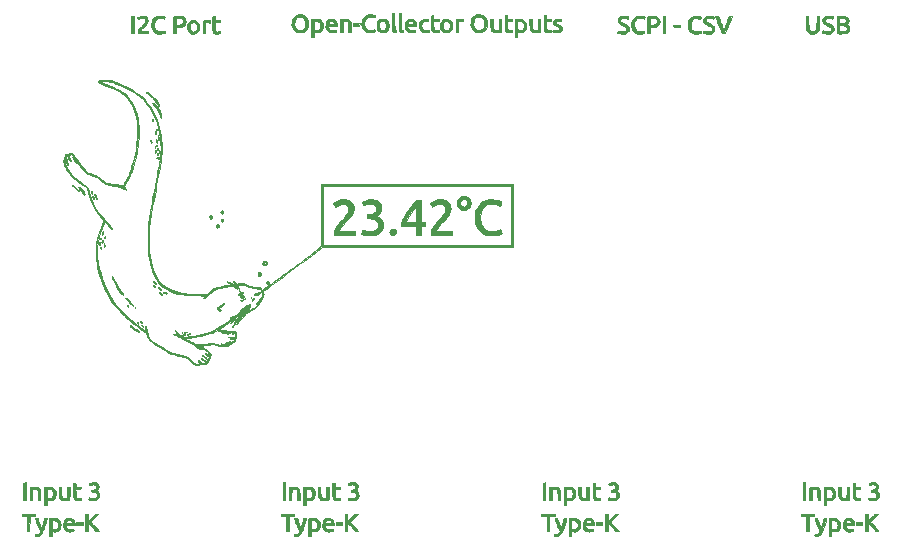
<source format=gto>
G04 #@! TF.GenerationSoftware,KiCad,Pcbnew,5.1.5+dfsg1-2build2*
G04 #@! TF.CreationDate,2021-10-18T22:37:47+02:00*
G04 #@! TF.ProjectId,blind_tc,626c696e-645f-4746-932e-6b696361645f,rev?*
G04 #@! TF.SameCoordinates,Original*
G04 #@! TF.FileFunction,Legend,Top*
G04 #@! TF.FilePolarity,Positive*
%FSLAX46Y46*%
G04 Gerber Fmt 4.6, Leading zero omitted, Abs format (unit mm)*
G04 Created by KiCad (PCBNEW 5.1.5+dfsg1-2build2) date 2021-10-18 22:37:47*
%MOMM*%
%LPD*%
G04 APERTURE LIST*
%ADD10C,0.010000*%
G04 APERTURE END LIST*
D10*
G36*
X104294999Y-67385385D02*
G01*
X104437681Y-67440925D01*
X104563092Y-67532204D01*
X104662568Y-67658996D01*
X104673709Y-67679145D01*
X104708608Y-67765052D01*
X104725925Y-67865537D01*
X104729745Y-67963691D01*
X104727106Y-68067961D01*
X104714535Y-68143187D01*
X104686638Y-68210927D01*
X104653628Y-68267820D01*
X104546181Y-68395659D01*
X104408702Y-68488123D01*
X104250777Y-68541628D01*
X104081996Y-68552592D01*
X103951694Y-68530081D01*
X103847120Y-68481289D01*
X103740790Y-68400290D01*
X103649697Y-68302090D01*
X103597307Y-68217117D01*
X103562445Y-68097013D01*
X103555592Y-68014203D01*
X103852687Y-68014203D01*
X103853451Y-68025200D01*
X103883251Y-68126624D01*
X103948009Y-68202891D01*
X104036751Y-68250548D01*
X104138506Y-68266143D01*
X104242301Y-68246224D01*
X104337165Y-68187338D01*
X104345033Y-68179868D01*
X104412061Y-68084232D01*
X104437615Y-67979253D01*
X104426195Y-67874585D01*
X104382298Y-67779884D01*
X104310426Y-67704806D01*
X104215076Y-67659005D01*
X104100748Y-67652138D01*
X104099217Y-67652340D01*
X103985171Y-67688765D01*
X103905507Y-67762067D01*
X103861066Y-67870971D01*
X103852687Y-68014203D01*
X103555592Y-68014203D01*
X103550196Y-67949000D01*
X103554835Y-67841964D01*
X103573699Y-67758876D01*
X103613463Y-67673447D01*
X103625691Y-67651706D01*
X103724798Y-67525150D01*
X103849944Y-67435466D01*
X103992468Y-67382428D01*
X104143707Y-67365810D01*
X104294999Y-67385385D01*
G37*
X104294999Y-67385385D02*
X104437681Y-67440925D01*
X104563092Y-67532204D01*
X104662568Y-67658996D01*
X104673709Y-67679145D01*
X104708608Y-67765052D01*
X104725925Y-67865537D01*
X104729745Y-67963691D01*
X104727106Y-68067961D01*
X104714535Y-68143187D01*
X104686638Y-68210927D01*
X104653628Y-68267820D01*
X104546181Y-68395659D01*
X104408702Y-68488123D01*
X104250777Y-68541628D01*
X104081996Y-68552592D01*
X103951694Y-68530081D01*
X103847120Y-68481289D01*
X103740790Y-68400290D01*
X103649697Y-68302090D01*
X103597307Y-68217117D01*
X103562445Y-68097013D01*
X103555592Y-68014203D01*
X103852687Y-68014203D01*
X103853451Y-68025200D01*
X103883251Y-68126624D01*
X103948009Y-68202891D01*
X104036751Y-68250548D01*
X104138506Y-68266143D01*
X104242301Y-68246224D01*
X104337165Y-68187338D01*
X104345033Y-68179868D01*
X104412061Y-68084232D01*
X104437615Y-67979253D01*
X104426195Y-67874585D01*
X104382298Y-67779884D01*
X104310426Y-67704806D01*
X104215076Y-67659005D01*
X104100748Y-67652138D01*
X104099217Y-67652340D01*
X103985171Y-67688765D01*
X103905507Y-67762067D01*
X103861066Y-67870971D01*
X103852687Y-68014203D01*
X103555592Y-68014203D01*
X103550196Y-67949000D01*
X103554835Y-67841964D01*
X103573699Y-67758876D01*
X103613463Y-67673447D01*
X103625691Y-67651706D01*
X103724798Y-67525150D01*
X103849944Y-67435466D01*
X103992468Y-67382428D01*
X104143707Y-67365810D01*
X104294999Y-67385385D01*
G36*
X102316616Y-67665099D02*
G01*
X102469037Y-67688518D01*
X102596099Y-67732529D01*
X102709640Y-67800788D01*
X102783194Y-67861142D01*
X102899601Y-67988905D01*
X102975989Y-68131087D01*
X103016544Y-68297740D01*
X103025958Y-68444300D01*
X103022742Y-68551094D01*
X103009260Y-68649591D01*
X102982236Y-68745139D01*
X102938397Y-68843089D01*
X102874468Y-68948792D01*
X102787175Y-69067598D01*
X102673243Y-69204856D01*
X102529398Y-69365918D01*
X102352366Y-69556133D01*
X102332870Y-69576795D01*
X102163817Y-69758463D01*
X102029797Y-69908716D01*
X101928477Y-70030552D01*
X101857522Y-70126969D01*
X101814599Y-70200966D01*
X101797373Y-70255541D01*
X101796800Y-70265372D01*
X101799516Y-70279149D01*
X101811433Y-70289857D01*
X101838203Y-70297880D01*
X101885479Y-70303604D01*
X101958913Y-70307412D01*
X102064159Y-70309688D01*
X102206868Y-70310816D01*
X102392694Y-70311181D01*
X102471060Y-70311200D01*
X103145321Y-70311200D01*
X103137810Y-70482650D01*
X103130300Y-70654100D01*
X102234950Y-70660774D01*
X101339600Y-70667449D01*
X101339600Y-70530100D01*
X101359528Y-70352420D01*
X101415779Y-70161765D01*
X101503046Y-69974275D01*
X101545410Y-69903841D01*
X101596697Y-69834028D01*
X101676352Y-69737318D01*
X101776643Y-69622554D01*
X101889840Y-69498582D01*
X102008210Y-69374245D01*
X102010131Y-69372273D01*
X102177953Y-69197306D01*
X102311521Y-69050746D01*
X102414396Y-68927079D01*
X102490139Y-68820791D01*
X102542313Y-68726371D01*
X102574479Y-68638304D01*
X102590200Y-68551077D01*
X102593244Y-68469673D01*
X102569424Y-68319633D01*
X102505775Y-68192792D01*
X102407112Y-68096564D01*
X102322196Y-68052291D01*
X102227961Y-68031948D01*
X102106471Y-68026310D01*
X101978941Y-68034881D01*
X101866590Y-68057167D01*
X101847358Y-68063385D01*
X101763683Y-68100988D01*
X101667929Y-68155447D01*
X101615506Y-68190385D01*
X101548335Y-68237511D01*
X101499423Y-68269716D01*
X101481623Y-68279200D01*
X101460899Y-68259952D01*
X101422852Y-68211410D01*
X101377054Y-68147377D01*
X101333076Y-68081656D01*
X101300490Y-68028049D01*
X101288800Y-68001139D01*
X101309542Y-67970601D01*
X101364562Y-67923851D01*
X101443047Y-67868081D01*
X101534187Y-67810480D01*
X101627169Y-67758238D01*
X101711182Y-67718547D01*
X101717572Y-67715979D01*
X101800282Y-67687890D01*
X101886113Y-67670457D01*
X101991038Y-67661442D01*
X102127000Y-67658621D01*
X102316616Y-67665099D01*
G37*
X102316616Y-67665099D02*
X102469037Y-67688518D01*
X102596099Y-67732529D01*
X102709640Y-67800788D01*
X102783194Y-67861142D01*
X102899601Y-67988905D01*
X102975989Y-68131087D01*
X103016544Y-68297740D01*
X103025958Y-68444300D01*
X103022742Y-68551094D01*
X103009260Y-68649591D01*
X102982236Y-68745139D01*
X102938397Y-68843089D01*
X102874468Y-68948792D01*
X102787175Y-69067598D01*
X102673243Y-69204856D01*
X102529398Y-69365918D01*
X102352366Y-69556133D01*
X102332870Y-69576795D01*
X102163817Y-69758463D01*
X102029797Y-69908716D01*
X101928477Y-70030552D01*
X101857522Y-70126969D01*
X101814599Y-70200966D01*
X101797373Y-70255541D01*
X101796800Y-70265372D01*
X101799516Y-70279149D01*
X101811433Y-70289857D01*
X101838203Y-70297880D01*
X101885479Y-70303604D01*
X101958913Y-70307412D01*
X102064159Y-70309688D01*
X102206868Y-70310816D01*
X102392694Y-70311181D01*
X102471060Y-70311200D01*
X103145321Y-70311200D01*
X103137810Y-70482650D01*
X103130300Y-70654100D01*
X102234950Y-70660774D01*
X101339600Y-70667449D01*
X101339600Y-70530100D01*
X101359528Y-70352420D01*
X101415779Y-70161765D01*
X101503046Y-69974275D01*
X101545410Y-69903841D01*
X101596697Y-69834028D01*
X101676352Y-69737318D01*
X101776643Y-69622554D01*
X101889840Y-69498582D01*
X102008210Y-69374245D01*
X102010131Y-69372273D01*
X102177953Y-69197306D01*
X102311521Y-69050746D01*
X102414396Y-68927079D01*
X102490139Y-68820791D01*
X102542313Y-68726371D01*
X102574479Y-68638304D01*
X102590200Y-68551077D01*
X102593244Y-68469673D01*
X102569424Y-68319633D01*
X102505775Y-68192792D01*
X102407112Y-68096564D01*
X102322196Y-68052291D01*
X102227961Y-68031948D01*
X102106471Y-68026310D01*
X101978941Y-68034881D01*
X101866590Y-68057167D01*
X101847358Y-68063385D01*
X101763683Y-68100988D01*
X101667929Y-68155447D01*
X101615506Y-68190385D01*
X101548335Y-68237511D01*
X101499423Y-68269716D01*
X101481623Y-68279200D01*
X101460899Y-68259952D01*
X101422852Y-68211410D01*
X101377054Y-68147377D01*
X101333076Y-68081656D01*
X101300490Y-68028049D01*
X101288800Y-68001139D01*
X101309542Y-67970601D01*
X101364562Y-67923851D01*
X101443047Y-67868081D01*
X101534187Y-67810480D01*
X101627169Y-67758238D01*
X101711182Y-67718547D01*
X101717572Y-67715979D01*
X101800282Y-67687890D01*
X101886113Y-67670457D01*
X101991038Y-67661442D01*
X102127000Y-67658621D01*
X102316616Y-67665099D01*
G36*
X100526800Y-69574600D02*
G01*
X100882400Y-69574600D01*
X100882400Y-69904800D01*
X100526800Y-69904800D01*
X100526800Y-70666800D01*
X100145800Y-70666800D01*
X100145800Y-69904800D01*
X98825000Y-69904800D01*
X98825000Y-69764255D01*
X98827662Y-69699550D01*
X98837903Y-69637278D01*
X98857415Y-69574600D01*
X99233852Y-69574600D01*
X100145800Y-69574600D01*
X100145673Y-68882450D01*
X100145547Y-68190300D01*
X100081478Y-68266500D01*
X99876916Y-68522197D01*
X99685745Y-68785338D01*
X99514583Y-69045882D01*
X99370049Y-69293789D01*
X99265087Y-69504750D01*
X99233852Y-69574600D01*
X98857415Y-69574600D01*
X98859099Y-69569194D01*
X98894628Y-69487048D01*
X98947870Y-69382593D01*
X99022201Y-69247582D01*
X99074329Y-69155500D01*
X99276417Y-68823408D01*
X99505137Y-68487221D01*
X99747487Y-68165162D01*
X99975878Y-67891850D01*
X100127796Y-67720400D01*
X100526800Y-67720400D01*
X100526800Y-69574600D01*
G37*
X100526800Y-69574600D02*
X100882400Y-69574600D01*
X100882400Y-69904800D01*
X100526800Y-69904800D01*
X100526800Y-70666800D01*
X100145800Y-70666800D01*
X100145800Y-69904800D01*
X98825000Y-69904800D01*
X98825000Y-69764255D01*
X98827662Y-69699550D01*
X98837903Y-69637278D01*
X98857415Y-69574600D01*
X99233852Y-69574600D01*
X100145800Y-69574600D01*
X100145673Y-68882450D01*
X100145547Y-68190300D01*
X100081478Y-68266500D01*
X99876916Y-68522197D01*
X99685745Y-68785338D01*
X99514583Y-69045882D01*
X99370049Y-69293789D01*
X99265087Y-69504750D01*
X99233852Y-69574600D01*
X98857415Y-69574600D01*
X98859099Y-69569194D01*
X98894628Y-69487048D01*
X98947870Y-69382593D01*
X99022201Y-69247582D01*
X99074329Y-69155500D01*
X99276417Y-68823408D01*
X99505137Y-68487221D01*
X99747487Y-68165162D01*
X99975878Y-67891850D01*
X100127796Y-67720400D01*
X100526800Y-67720400D01*
X100526800Y-69574600D01*
G36*
X94112416Y-67665099D02*
G01*
X94264837Y-67688518D01*
X94391899Y-67732529D01*
X94505440Y-67800788D01*
X94578994Y-67861142D01*
X94696562Y-67989971D01*
X94773377Y-68132626D01*
X94813665Y-68299235D01*
X94822451Y-68444300D01*
X94817722Y-68555567D01*
X94800681Y-68660273D01*
X94768106Y-68763620D01*
X94716776Y-68870810D01*
X94643470Y-68987047D01*
X94544966Y-69117534D01*
X94418044Y-69267473D01*
X94259482Y-69442068D01*
X94100257Y-69610776D01*
X93932241Y-69789999D01*
X93800337Y-69938290D01*
X93702511Y-70058269D01*
X93636732Y-70152555D01*
X93600967Y-70223769D01*
X93592600Y-70265372D01*
X93595318Y-70279159D01*
X93607245Y-70289873D01*
X93634037Y-70297898D01*
X93681353Y-70303620D01*
X93754849Y-70307425D01*
X93860183Y-70309696D01*
X94003013Y-70310820D01*
X94188995Y-70311182D01*
X94265700Y-70311200D01*
X94938800Y-70311200D01*
X94938800Y-70666800D01*
X93135400Y-70666800D01*
X93135400Y-70529775D01*
X93155068Y-70353734D01*
X93210431Y-70164600D01*
X93296026Y-69979057D01*
X93339404Y-69906635D01*
X93389939Y-69837929D01*
X93468890Y-69742161D01*
X93568623Y-69628058D01*
X93681502Y-69504347D01*
X93799891Y-69379757D01*
X93804450Y-69375068D01*
X93972278Y-69199845D01*
X94105910Y-69053084D01*
X94208905Y-68929258D01*
X94284822Y-68822840D01*
X94337220Y-68728306D01*
X94369658Y-68640127D01*
X94385696Y-68552779D01*
X94389012Y-68467430D01*
X94365803Y-68313653D01*
X94302754Y-68190188D01*
X94202442Y-68099388D01*
X94067445Y-68043612D01*
X93905274Y-68025200D01*
X93725665Y-68042912D01*
X93561698Y-68099501D01*
X93411306Y-68190385D01*
X93344135Y-68237511D01*
X93295223Y-68269716D01*
X93277423Y-68279200D01*
X93256699Y-68259952D01*
X93218652Y-68211410D01*
X93172854Y-68147377D01*
X93128876Y-68081656D01*
X93096290Y-68028049D01*
X93084600Y-68001139D01*
X93105342Y-67970601D01*
X93160362Y-67923851D01*
X93238847Y-67868081D01*
X93329987Y-67810480D01*
X93422969Y-67758238D01*
X93506982Y-67718547D01*
X93513372Y-67715979D01*
X93596082Y-67687890D01*
X93681913Y-67670457D01*
X93786838Y-67661442D01*
X93922800Y-67658621D01*
X94112416Y-67665099D01*
G37*
X94112416Y-67665099D02*
X94264837Y-67688518D01*
X94391899Y-67732529D01*
X94505440Y-67800788D01*
X94578994Y-67861142D01*
X94696562Y-67989971D01*
X94773377Y-68132626D01*
X94813665Y-68299235D01*
X94822451Y-68444300D01*
X94817722Y-68555567D01*
X94800681Y-68660273D01*
X94768106Y-68763620D01*
X94716776Y-68870810D01*
X94643470Y-68987047D01*
X94544966Y-69117534D01*
X94418044Y-69267473D01*
X94259482Y-69442068D01*
X94100257Y-69610776D01*
X93932241Y-69789999D01*
X93800337Y-69938290D01*
X93702511Y-70058269D01*
X93636732Y-70152555D01*
X93600967Y-70223769D01*
X93592600Y-70265372D01*
X93595318Y-70279159D01*
X93607245Y-70289873D01*
X93634037Y-70297898D01*
X93681353Y-70303620D01*
X93754849Y-70307425D01*
X93860183Y-70309696D01*
X94003013Y-70310820D01*
X94188995Y-70311182D01*
X94265700Y-70311200D01*
X94938800Y-70311200D01*
X94938800Y-70666800D01*
X93135400Y-70666800D01*
X93135400Y-70529775D01*
X93155068Y-70353734D01*
X93210431Y-70164600D01*
X93296026Y-69979057D01*
X93339404Y-69906635D01*
X93389939Y-69837929D01*
X93468890Y-69742161D01*
X93568623Y-69628058D01*
X93681502Y-69504347D01*
X93799891Y-69379757D01*
X93804450Y-69375068D01*
X93972278Y-69199845D01*
X94105910Y-69053084D01*
X94208905Y-68929258D01*
X94284822Y-68822840D01*
X94337220Y-68728306D01*
X94369658Y-68640127D01*
X94385696Y-68552779D01*
X94389012Y-68467430D01*
X94365803Y-68313653D01*
X94302754Y-68190188D01*
X94202442Y-68099388D01*
X94067445Y-68043612D01*
X93905274Y-68025200D01*
X93725665Y-68042912D01*
X93561698Y-68099501D01*
X93411306Y-68190385D01*
X93344135Y-68237511D01*
X93295223Y-68269716D01*
X93277423Y-68279200D01*
X93256699Y-68259952D01*
X93218652Y-68211410D01*
X93172854Y-68147377D01*
X93128876Y-68081656D01*
X93096290Y-68028049D01*
X93084600Y-68001139D01*
X93105342Y-67970601D01*
X93160362Y-67923851D01*
X93238847Y-67868081D01*
X93329987Y-67810480D01*
X93422969Y-67758238D01*
X93506982Y-67718547D01*
X93513372Y-67715979D01*
X93596082Y-67687890D01*
X93681913Y-67670457D01*
X93786838Y-67661442D01*
X93922800Y-67658621D01*
X94112416Y-67665099D01*
G36*
X106832225Y-67677211D02*
G01*
X107109748Y-67746764D01*
X107116439Y-67748981D01*
X107223977Y-67787212D01*
X107289074Y-67821732D01*
X107318026Y-67863158D01*
X107317129Y-67922109D01*
X107292679Y-68009203D01*
X107284836Y-68032982D01*
X107229847Y-68198224D01*
X107075601Y-68137776D01*
X106827971Y-68061368D01*
X106591158Y-68028589D01*
X106369034Y-68038131D01*
X106165473Y-68088683D01*
X105984346Y-68178936D01*
X105829525Y-68307581D01*
X105704882Y-68473309D01*
X105631639Y-68626070D01*
X105570872Y-68838806D01*
X105540041Y-69071284D01*
X105538891Y-69309419D01*
X105567163Y-69539125D01*
X105624600Y-69746316D01*
X105653346Y-69814778D01*
X105758791Y-69997290D01*
X105887008Y-70139321D01*
X106041189Y-70242430D01*
X106224527Y-70308174D01*
X106440212Y-70338111D01*
X106691436Y-70333797D01*
X106713265Y-70332011D01*
X106853331Y-70312157D01*
X106997455Y-70279153D01*
X107088993Y-70250015D01*
X107186016Y-70216607D01*
X107244159Y-70204894D01*
X107269900Y-70213691D01*
X107271358Y-70216682D01*
X107289894Y-70272289D01*
X107312877Y-70347852D01*
X107335368Y-70426184D01*
X107352430Y-70490093D01*
X107359125Y-70522178D01*
X107336342Y-70547795D01*
X107274538Y-70580001D01*
X107184370Y-70614785D01*
X107076497Y-70648132D01*
X106961580Y-70676031D01*
X106937925Y-70680750D01*
X106776195Y-70703076D01*
X106594990Y-70714042D01*
X106410179Y-70713836D01*
X106237631Y-70702649D01*
X106093215Y-70680669D01*
X106051300Y-70670188D01*
X105812166Y-70576502D01*
X105602938Y-70442491D01*
X105425569Y-70270248D01*
X105282016Y-70061866D01*
X105174233Y-69819440D01*
X105135081Y-69688900D01*
X105108310Y-69542449D01*
X105092662Y-69365548D01*
X105088146Y-69174895D01*
X105094772Y-68987186D01*
X105112549Y-68819117D01*
X105134540Y-68711000D01*
X105217294Y-68482681D01*
X105334947Y-68268254D01*
X105480496Y-68077111D01*
X105646942Y-67918640D01*
X105802486Y-67815094D01*
X106032753Y-67718970D01*
X106286170Y-67663694D01*
X106555180Y-67649648D01*
X106832225Y-67677211D01*
G37*
X106832225Y-67677211D02*
X107109748Y-67746764D01*
X107116439Y-67748981D01*
X107223977Y-67787212D01*
X107289074Y-67821732D01*
X107318026Y-67863158D01*
X107317129Y-67922109D01*
X107292679Y-68009203D01*
X107284836Y-68032982D01*
X107229847Y-68198224D01*
X107075601Y-68137776D01*
X106827971Y-68061368D01*
X106591158Y-68028589D01*
X106369034Y-68038131D01*
X106165473Y-68088683D01*
X105984346Y-68178936D01*
X105829525Y-68307581D01*
X105704882Y-68473309D01*
X105631639Y-68626070D01*
X105570872Y-68838806D01*
X105540041Y-69071284D01*
X105538891Y-69309419D01*
X105567163Y-69539125D01*
X105624600Y-69746316D01*
X105653346Y-69814778D01*
X105758791Y-69997290D01*
X105887008Y-70139321D01*
X106041189Y-70242430D01*
X106224527Y-70308174D01*
X106440212Y-70338111D01*
X106691436Y-70333797D01*
X106713265Y-70332011D01*
X106853331Y-70312157D01*
X106997455Y-70279153D01*
X107088993Y-70250015D01*
X107186016Y-70216607D01*
X107244159Y-70204894D01*
X107269900Y-70213691D01*
X107271358Y-70216682D01*
X107289894Y-70272289D01*
X107312877Y-70347852D01*
X107335368Y-70426184D01*
X107352430Y-70490093D01*
X107359125Y-70522178D01*
X107336342Y-70547795D01*
X107274538Y-70580001D01*
X107184370Y-70614785D01*
X107076497Y-70648132D01*
X106961580Y-70676031D01*
X106937925Y-70680750D01*
X106776195Y-70703076D01*
X106594990Y-70714042D01*
X106410179Y-70713836D01*
X106237631Y-70702649D01*
X106093215Y-70680669D01*
X106051300Y-70670188D01*
X105812166Y-70576502D01*
X105602938Y-70442491D01*
X105425569Y-70270248D01*
X105282016Y-70061866D01*
X105174233Y-69819440D01*
X105135081Y-69688900D01*
X105108310Y-69542449D01*
X105092662Y-69365548D01*
X105088146Y-69174895D01*
X105094772Y-68987186D01*
X105112549Y-68819117D01*
X105134540Y-68711000D01*
X105217294Y-68482681D01*
X105334947Y-68268254D01*
X105480496Y-68077111D01*
X105646942Y-67918640D01*
X105802486Y-67815094D01*
X106032753Y-67718970D01*
X106286170Y-67663694D01*
X106555180Y-67649648D01*
X106832225Y-67677211D01*
G36*
X98205871Y-70142973D02*
G01*
X98297187Y-70180726D01*
X98372165Y-70254349D01*
X98404665Y-70315522D01*
X98428446Y-70432250D01*
X98409161Y-70538208D01*
X98354442Y-70625874D01*
X98271921Y-70687724D01*
X98169228Y-70716236D01*
X98053995Y-70703886D01*
X98022058Y-70692706D01*
X97938890Y-70633471D01*
X97882035Y-70540633D01*
X97859849Y-70428109D01*
X97859800Y-70422475D01*
X97880415Y-70310786D01*
X97935490Y-70224998D01*
X98014863Y-70167103D01*
X98108377Y-70139097D01*
X98205871Y-70142973D01*
G37*
X98205871Y-70142973D02*
X98297187Y-70180726D01*
X98372165Y-70254349D01*
X98404665Y-70315522D01*
X98428446Y-70432250D01*
X98409161Y-70538208D01*
X98354442Y-70625874D01*
X98271921Y-70687724D01*
X98169228Y-70716236D01*
X98053995Y-70703886D01*
X98022058Y-70692706D01*
X97938890Y-70633471D01*
X97882035Y-70540633D01*
X97859849Y-70428109D01*
X97859800Y-70422475D01*
X97880415Y-70310786D01*
X97935490Y-70224998D01*
X98014863Y-70167103D01*
X98108377Y-70139097D01*
X98205871Y-70142973D01*
G36*
X96557449Y-67673839D02*
G01*
X96735796Y-67733381D01*
X96889954Y-67823496D01*
X97015318Y-67942250D01*
X97107282Y-68087709D01*
X97161241Y-68257939D01*
X97174000Y-68401427D01*
X97155245Y-68584467D01*
X97096562Y-68741456D01*
X96994322Y-68879285D01*
X96863041Y-68991941D01*
X96763810Y-69063823D01*
X96886355Y-69126443D01*
X97037370Y-69226776D01*
X97156419Y-69359848D01*
X97239114Y-69507212D01*
X97272874Y-69587145D01*
X97292080Y-69655505D01*
X97299620Y-69730871D01*
X97298386Y-69831823D01*
X97296452Y-69875876D01*
X97276327Y-70057819D01*
X97231908Y-70205804D01*
X97157977Y-70332957D01*
X97078330Y-70424247D01*
X96954076Y-70523776D01*
X96798857Y-70610178D01*
X96632430Y-70673173D01*
X96569499Y-70689018D01*
X96487309Y-70700478D01*
X96373455Y-70708689D01*
X96243381Y-70713391D01*
X96112528Y-70714323D01*
X95996342Y-70711224D01*
X95910266Y-70703835D01*
X95891300Y-70700455D01*
X95842603Y-70688091D01*
X95761806Y-70666038D01*
X95665571Y-70638852D01*
X95656350Y-70636202D01*
X95560069Y-70606230D01*
X95503776Y-70581373D01*
X95477803Y-70556037D01*
X95472341Y-70529749D01*
X95479446Y-70469678D01*
X95497486Y-70382115D01*
X95521862Y-70287934D01*
X95535323Y-70243863D01*
X95560834Y-70233771D01*
X95625486Y-70246566D01*
X95711112Y-70274966D01*
X95899340Y-70327019D01*
X96096046Y-70352738D01*
X96289310Y-70352487D01*
X96467214Y-70326632D01*
X96617841Y-70275538D01*
X96671848Y-70245516D01*
X96775674Y-70149331D01*
X96845552Y-70022315D01*
X96877990Y-69874296D01*
X96869494Y-69715105D01*
X96866207Y-69698712D01*
X96811794Y-69554712D01*
X96716579Y-69440416D01*
X96580371Y-69355701D01*
X96402980Y-69300445D01*
X96202450Y-69275477D01*
X95980200Y-69262753D01*
X95980200Y-68914200D01*
X96140689Y-68914200D01*
X96337113Y-68897364D01*
X96498013Y-68847471D01*
X96621839Y-68765444D01*
X96707040Y-68652207D01*
X96742547Y-68556157D01*
X96754960Y-68422156D01*
X96729627Y-68292915D01*
X96671897Y-68179806D01*
X96587118Y-68094200D01*
X96506418Y-68054070D01*
X96297466Y-68013429D01*
X96092896Y-68023032D01*
X95890118Y-68083108D01*
X95823540Y-68113854D01*
X95750754Y-68148910D01*
X95696951Y-68172064D01*
X95678604Y-68177600D01*
X95656087Y-68156154D01*
X95623979Y-68102081D01*
X95589258Y-68030774D01*
X95558901Y-67957627D01*
X95539887Y-67898036D01*
X95538442Y-67868362D01*
X95569160Y-67844397D01*
X95631843Y-67809651D01*
X95694295Y-67780082D01*
X95923337Y-67697992D01*
X96146615Y-67654211D01*
X96359520Y-67646804D01*
X96557449Y-67673839D01*
G37*
X96557449Y-67673839D02*
X96735796Y-67733381D01*
X96889954Y-67823496D01*
X97015318Y-67942250D01*
X97107282Y-68087709D01*
X97161241Y-68257939D01*
X97174000Y-68401427D01*
X97155245Y-68584467D01*
X97096562Y-68741456D01*
X96994322Y-68879285D01*
X96863041Y-68991941D01*
X96763810Y-69063823D01*
X96886355Y-69126443D01*
X97037370Y-69226776D01*
X97156419Y-69359848D01*
X97239114Y-69507212D01*
X97272874Y-69587145D01*
X97292080Y-69655505D01*
X97299620Y-69730871D01*
X97298386Y-69831823D01*
X97296452Y-69875876D01*
X97276327Y-70057819D01*
X97231908Y-70205804D01*
X97157977Y-70332957D01*
X97078330Y-70424247D01*
X96954076Y-70523776D01*
X96798857Y-70610178D01*
X96632430Y-70673173D01*
X96569499Y-70689018D01*
X96487309Y-70700478D01*
X96373455Y-70708689D01*
X96243381Y-70713391D01*
X96112528Y-70714323D01*
X95996342Y-70711224D01*
X95910266Y-70703835D01*
X95891300Y-70700455D01*
X95842603Y-70688091D01*
X95761806Y-70666038D01*
X95665571Y-70638852D01*
X95656350Y-70636202D01*
X95560069Y-70606230D01*
X95503776Y-70581373D01*
X95477803Y-70556037D01*
X95472341Y-70529749D01*
X95479446Y-70469678D01*
X95497486Y-70382115D01*
X95521862Y-70287934D01*
X95535323Y-70243863D01*
X95560834Y-70233771D01*
X95625486Y-70246566D01*
X95711112Y-70274966D01*
X95899340Y-70327019D01*
X96096046Y-70352738D01*
X96289310Y-70352487D01*
X96467214Y-70326632D01*
X96617841Y-70275538D01*
X96671848Y-70245516D01*
X96775674Y-70149331D01*
X96845552Y-70022315D01*
X96877990Y-69874296D01*
X96869494Y-69715105D01*
X96866207Y-69698712D01*
X96811794Y-69554712D01*
X96716579Y-69440416D01*
X96580371Y-69355701D01*
X96402980Y-69300445D01*
X96202450Y-69275477D01*
X95980200Y-69262753D01*
X95980200Y-68914200D01*
X96140689Y-68914200D01*
X96337113Y-68897364D01*
X96498013Y-68847471D01*
X96621839Y-68765444D01*
X96707040Y-68652207D01*
X96742547Y-68556157D01*
X96754960Y-68422156D01*
X96729627Y-68292915D01*
X96671897Y-68179806D01*
X96587118Y-68094200D01*
X96506418Y-68054070D01*
X96297466Y-68013429D01*
X96092896Y-68023032D01*
X95890118Y-68083108D01*
X95823540Y-68113854D01*
X95750754Y-68148910D01*
X95696951Y-68172064D01*
X95678604Y-68177600D01*
X95656087Y-68156154D01*
X95623979Y-68102081D01*
X95589258Y-68030774D01*
X95558901Y-67957627D01*
X95539887Y-67898036D01*
X95538442Y-67868362D01*
X95569160Y-67844397D01*
X95631843Y-67809651D01*
X95694295Y-67780082D01*
X95923337Y-67697992D01*
X96146615Y-67654211D01*
X96359520Y-67646804D01*
X96557449Y-67673839D01*
G36*
X84586446Y-78967519D02*
G01*
X84626447Y-78994303D01*
X84640356Y-79020442D01*
X84639033Y-79023508D01*
X84599831Y-79046774D01*
X84547628Y-79042619D01*
X84510148Y-79013990D01*
X84508164Y-79009604D01*
X84503158Y-78967090D01*
X84508854Y-78954678D01*
X84540524Y-78950756D01*
X84586446Y-78967519D01*
G37*
X84586446Y-78967519D02*
X84626447Y-78994303D01*
X84640356Y-79020442D01*
X84639033Y-79023508D01*
X84599831Y-79046774D01*
X84547628Y-79042619D01*
X84510148Y-79013990D01*
X84508164Y-79009604D01*
X84503158Y-78967090D01*
X84508854Y-78954678D01*
X84540524Y-78950756D01*
X84586446Y-78967519D01*
G36*
X84450961Y-79282658D02*
G01*
X84559051Y-79288265D01*
X84624927Y-79297102D01*
X84657158Y-79310995D01*
X84664500Y-79328200D01*
X84641545Y-79350261D01*
X84581675Y-79365243D01*
X84498378Y-79372384D01*
X84405143Y-79370924D01*
X84315461Y-79360102D01*
X84273692Y-79350226D01*
X84216375Y-79327263D01*
X84206156Y-79307543D01*
X84239367Y-79292467D01*
X84312338Y-79283431D01*
X84421403Y-79281834D01*
X84450961Y-79282658D01*
G37*
X84450961Y-79282658D02*
X84559051Y-79288265D01*
X84624927Y-79297102D01*
X84657158Y-79310995D01*
X84664500Y-79328200D01*
X84641545Y-79350261D01*
X84581675Y-79365243D01*
X84498378Y-79372384D01*
X84405143Y-79370924D01*
X84315461Y-79360102D01*
X84273692Y-79350226D01*
X84216375Y-79327263D01*
X84206156Y-79307543D01*
X84239367Y-79292467D01*
X84312338Y-79283431D01*
X84421403Y-79281834D01*
X84450961Y-79282658D01*
G36*
X84507809Y-79413223D02*
G01*
X84572928Y-79435250D01*
X84614296Y-79463813D01*
X84620527Y-79485518D01*
X84586430Y-79520541D01*
X84537500Y-79518805D01*
X84495324Y-79507450D01*
X84442250Y-79495037D01*
X84389351Y-79470499D01*
X84373166Y-79437783D01*
X84394975Y-79411376D01*
X84434246Y-79404400D01*
X84507809Y-79413223D01*
G37*
X84507809Y-79413223D02*
X84572928Y-79435250D01*
X84614296Y-79463813D01*
X84620527Y-79485518D01*
X84586430Y-79520541D01*
X84537500Y-79518805D01*
X84495324Y-79507450D01*
X84442250Y-79495037D01*
X84389351Y-79470499D01*
X84373166Y-79437783D01*
X84394975Y-79411376D01*
X84434246Y-79404400D01*
X84507809Y-79413223D01*
G36*
X83635800Y-79872183D02*
G01*
X83615349Y-79907172D01*
X83595583Y-79912400D01*
X83565959Y-79897631D01*
X83565420Y-79882237D01*
X83590702Y-79848695D01*
X83621138Y-79844430D01*
X83635800Y-79872183D01*
G37*
X83635800Y-79872183D02*
X83615349Y-79907172D01*
X83595583Y-79912400D01*
X83565959Y-79897631D01*
X83565420Y-79882237D01*
X83590702Y-79848695D01*
X83621138Y-79844430D01*
X83635800Y-79872183D01*
G36*
X83931740Y-79870945D02*
G01*
X84003722Y-79881584D01*
X84054024Y-79897435D01*
X84067600Y-79911670D01*
X84044655Y-79936832D01*
X83984438Y-79952746D01*
X83899877Y-79957958D01*
X83803900Y-79951011D01*
X83769150Y-79945274D01*
X83720503Y-79926663D01*
X83719811Y-79902978D01*
X83765435Y-79880155D01*
X83788751Y-79874178D01*
X83854582Y-79867736D01*
X83931740Y-79870945D01*
G37*
X83931740Y-79870945D02*
X84003722Y-79881584D01*
X84054024Y-79897435D01*
X84067600Y-79911670D01*
X84044655Y-79936832D01*
X83984438Y-79952746D01*
X83899877Y-79957958D01*
X83803900Y-79951011D01*
X83769150Y-79945274D01*
X83720503Y-79926663D01*
X83719811Y-79902978D01*
X83765435Y-79880155D01*
X83788751Y-79874178D01*
X83854582Y-79867736D01*
X83931740Y-79870945D01*
G36*
X77803821Y-60886598D02*
G01*
X77846456Y-60954466D01*
X77852559Y-60970350D01*
X77852722Y-61006730D01*
X77824779Y-61012880D01*
X77781250Y-60989071D01*
X77759636Y-60968349D01*
X77723861Y-60914008D01*
X77723127Y-60875258D01*
X77752589Y-60862400D01*
X77803821Y-60886598D01*
G37*
X77803821Y-60886598D02*
X77846456Y-60954466D01*
X77852559Y-60970350D01*
X77852722Y-61006730D01*
X77824779Y-61012880D01*
X77781250Y-60989071D01*
X77759636Y-60968349D01*
X77723861Y-60914008D01*
X77723127Y-60875258D01*
X77752589Y-60862400D01*
X77803821Y-60886598D01*
G36*
X78164958Y-61708428D02*
G01*
X78173997Y-61712804D01*
X78189895Y-61743201D01*
X78186415Y-61753155D01*
X78148435Y-61775262D01*
X78102181Y-61766865D01*
X78085789Y-61751220D01*
X78089808Y-61724142D01*
X78123305Y-61706782D01*
X78164958Y-61708428D01*
G37*
X78164958Y-61708428D02*
X78173997Y-61712804D01*
X78189895Y-61743201D01*
X78186415Y-61753155D01*
X78148435Y-61775262D01*
X78102181Y-61766865D01*
X78085789Y-61751220D01*
X78089808Y-61724142D01*
X78123305Y-61706782D01*
X78164958Y-61708428D01*
G36*
X78026325Y-61847181D02*
G01*
X78060350Y-61888972D01*
X78089682Y-61953182D01*
X78106825Y-62026146D01*
X78108486Y-62048151D01*
X78100898Y-62116228D01*
X78078479Y-62149620D01*
X78049440Y-62142889D01*
X78026111Y-62102714D01*
X78000006Y-62015702D01*
X77985331Y-61932845D01*
X77983892Y-61869341D01*
X77995104Y-61841471D01*
X78026325Y-61847181D01*
G37*
X78026325Y-61847181D02*
X78060350Y-61888972D01*
X78089682Y-61953182D01*
X78106825Y-62026146D01*
X78108486Y-62048151D01*
X78100898Y-62116228D01*
X78078479Y-62149620D01*
X78049440Y-62142889D01*
X78026111Y-62102714D01*
X78000006Y-62015702D01*
X77985331Y-61932845D01*
X77983892Y-61869341D01*
X77995104Y-61841471D01*
X78026325Y-61847181D01*
G36*
X78257095Y-62238934D02*
G01*
X78261043Y-62243755D01*
X78291384Y-62299285D01*
X78317929Y-62377876D01*
X78337128Y-62462925D01*
X78345427Y-62537825D01*
X78339275Y-62585973D01*
X78335435Y-62591524D01*
X78301112Y-62598620D01*
X78277498Y-62578223D01*
X78259335Y-62533903D01*
X78243456Y-62456131D01*
X78233797Y-62367597D01*
X78228789Y-62278588D01*
X78229884Y-62232559D01*
X78238760Y-62221884D01*
X78257095Y-62238934D01*
G37*
X78257095Y-62238934D02*
X78261043Y-62243755D01*
X78291384Y-62299285D01*
X78317929Y-62377876D01*
X78337128Y-62462925D01*
X78345427Y-62537825D01*
X78339275Y-62585973D01*
X78335435Y-62591524D01*
X78301112Y-62598620D01*
X78277498Y-62578223D01*
X78259335Y-62533903D01*
X78243456Y-62456131D01*
X78233797Y-62367597D01*
X78228789Y-62278588D01*
X78229884Y-62232559D01*
X78238760Y-62221884D01*
X78257095Y-62238934D01*
G36*
X78103353Y-62582794D02*
G01*
X78135975Y-62624171D01*
X78162115Y-62688488D01*
X78174560Y-62762128D01*
X78174800Y-62773051D01*
X78167316Y-62843716D01*
X78145000Y-62865869D01*
X78108050Y-62839419D01*
X78087340Y-62812548D01*
X78061251Y-62752923D01*
X78049035Y-62680490D01*
X78052056Y-62615409D01*
X78071462Y-62577974D01*
X78103353Y-62582794D01*
G37*
X78103353Y-62582794D02*
X78135975Y-62624171D01*
X78162115Y-62688488D01*
X78174560Y-62762128D01*
X78174800Y-62773051D01*
X78167316Y-62843716D01*
X78145000Y-62865869D01*
X78108050Y-62839419D01*
X78087340Y-62812548D01*
X78061251Y-62752923D01*
X78049035Y-62680490D01*
X78052056Y-62615409D01*
X78071462Y-62577974D01*
X78103353Y-62582794D01*
G36*
X77660368Y-62615140D02*
G01*
X77685066Y-62659851D01*
X77706270Y-62721554D01*
X77717230Y-62783842D01*
X77717600Y-62795091D01*
X77704101Y-62844966D01*
X77670883Y-62854443D01*
X77645466Y-62837506D01*
X77626434Y-62794848D01*
X77617300Y-62728786D01*
X77618665Y-62660847D01*
X77631132Y-62612559D01*
X77638925Y-62603829D01*
X77660368Y-62615140D01*
G37*
X77660368Y-62615140D02*
X77685066Y-62659851D01*
X77706270Y-62721554D01*
X77717230Y-62783842D01*
X77717600Y-62795091D01*
X77704101Y-62844966D01*
X77670883Y-62854443D01*
X77645466Y-62837506D01*
X77626434Y-62794848D01*
X77617300Y-62728786D01*
X77618665Y-62660847D01*
X77631132Y-62612559D01*
X77638925Y-62603829D01*
X77660368Y-62615140D01*
G36*
X78208446Y-63063512D02*
G01*
X78208835Y-63092763D01*
X78183817Y-63128451D01*
X78149800Y-63148168D01*
X78146289Y-63148400D01*
X78128171Y-63127099D01*
X78124000Y-63097600D01*
X78142323Y-63055564D01*
X78182660Y-63047842D01*
X78208446Y-63063512D01*
G37*
X78208446Y-63063512D02*
X78208835Y-63092763D01*
X78183817Y-63128451D01*
X78149800Y-63148168D01*
X78146289Y-63148400D01*
X78128171Y-63127099D01*
X78124000Y-63097600D01*
X78142323Y-63055564D01*
X78182660Y-63047842D01*
X78208446Y-63063512D01*
G36*
X78029028Y-63159287D02*
G01*
X78042296Y-63211291D01*
X78043059Y-63218250D01*
X78038966Y-63276193D01*
X78019201Y-63301653D01*
X77993311Y-63287523D01*
X77981354Y-63264183D01*
X77973617Y-63206996D01*
X77987846Y-63157988D01*
X78009700Y-63140708D01*
X78029028Y-63159287D01*
G37*
X78029028Y-63159287D02*
X78042296Y-63211291D01*
X78043059Y-63218250D01*
X78038966Y-63276193D01*
X78019201Y-63301653D01*
X77993311Y-63287523D01*
X77981354Y-63264183D01*
X77973617Y-63206996D01*
X77987846Y-63157988D01*
X78009700Y-63140708D01*
X78029028Y-63159287D01*
G36*
X78240324Y-63292741D02*
G01*
X78249999Y-63347133D01*
X78251000Y-63387583D01*
X78244065Y-63460953D01*
X78226583Y-63500491D01*
X78203536Y-63500141D01*
X78184808Y-63468045D01*
X78175938Y-63409063D01*
X78183712Y-63343678D01*
X78204025Y-63294117D01*
X78219250Y-63281592D01*
X78240324Y-63292741D01*
G37*
X78240324Y-63292741D02*
X78249999Y-63347133D01*
X78251000Y-63387583D01*
X78244065Y-63460953D01*
X78226583Y-63500491D01*
X78203536Y-63500141D01*
X78184808Y-63468045D01*
X78175938Y-63409063D01*
X78183712Y-63343678D01*
X78204025Y-63294117D01*
X78219250Y-63281592D01*
X78240324Y-63292741D01*
G36*
X78379069Y-63504860D02*
G01*
X78398077Y-63560918D01*
X78400783Y-63628925D01*
X78389288Y-63690782D01*
X78365692Y-63728390D01*
X78352636Y-63732600D01*
X78332181Y-63711148D01*
X78317212Y-63670862D01*
X78314717Y-63600753D01*
X78328616Y-63538373D01*
X78350550Y-63493166D01*
X78369279Y-63492052D01*
X78379069Y-63504860D01*
G37*
X78379069Y-63504860D02*
X78398077Y-63560918D01*
X78400783Y-63628925D01*
X78389288Y-63690782D01*
X78365692Y-63728390D01*
X78352636Y-63732600D01*
X78332181Y-63711148D01*
X78317212Y-63670862D01*
X78314717Y-63600753D01*
X78328616Y-63538373D01*
X78350550Y-63493166D01*
X78369279Y-63492052D01*
X78379069Y-63504860D01*
G36*
X78055431Y-63500685D02*
G01*
X78076278Y-63554175D01*
X78082408Y-63619914D01*
X78073200Y-63669100D01*
X78042945Y-63722049D01*
X78013949Y-63724709D01*
X77989614Y-63677543D01*
X77984425Y-63656970D01*
X77977887Y-63581989D01*
X77988735Y-63518076D01*
X78013236Y-63481746D01*
X78024740Y-63478600D01*
X78055431Y-63500685D01*
G37*
X78055431Y-63500685D02*
X78076278Y-63554175D01*
X78082408Y-63619914D01*
X78073200Y-63669100D01*
X78042945Y-63722049D01*
X78013949Y-63724709D01*
X77989614Y-63677543D01*
X77984425Y-63656970D01*
X77977887Y-63581989D01*
X77988735Y-63518076D01*
X78013236Y-63481746D01*
X78024740Y-63478600D01*
X78055431Y-63500685D01*
G36*
X78230580Y-63715819D02*
G01*
X78244999Y-63767728D01*
X78242066Y-63832149D01*
X78220390Y-63891004D01*
X78215833Y-63897700D01*
X78186573Y-63931256D01*
X78169914Y-63924000D01*
X78162124Y-63906467D01*
X78150298Y-63843537D01*
X78154572Y-63775063D01*
X78171663Y-63719323D01*
X78198289Y-63694598D01*
X78200200Y-63694500D01*
X78230580Y-63715819D01*
G37*
X78230580Y-63715819D02*
X78244999Y-63767728D01*
X78242066Y-63832149D01*
X78220390Y-63891004D01*
X78215833Y-63897700D01*
X78186573Y-63931256D01*
X78169914Y-63924000D01*
X78162124Y-63906467D01*
X78150298Y-63843537D01*
X78154572Y-63775063D01*
X78171663Y-63719323D01*
X78198289Y-63694598D01*
X78200200Y-63694500D01*
X78230580Y-63715819D01*
G36*
X78182680Y-64100103D02*
G01*
X78187500Y-64126300D01*
X78172515Y-64170792D01*
X78155750Y-64183450D01*
X78131050Y-64170946D01*
X78124000Y-64126300D01*
X78133720Y-64076846D01*
X78155750Y-64069150D01*
X78182680Y-64100103D01*
G37*
X78182680Y-64100103D02*
X78187500Y-64126300D01*
X78172515Y-64170792D01*
X78155750Y-64183450D01*
X78131050Y-64170946D01*
X78124000Y-64126300D01*
X78133720Y-64076846D01*
X78155750Y-64069150D01*
X78182680Y-64100103D01*
G36*
X78332426Y-64045146D02*
G01*
X78351251Y-64086053D01*
X78351454Y-64094550D01*
X78342368Y-64155259D01*
X78321924Y-64216505D01*
X78297010Y-64262909D01*
X78274518Y-64279091D01*
X78269944Y-64276477D01*
X78255328Y-64235678D01*
X78251694Y-64169255D01*
X78259468Y-64101274D01*
X78266417Y-64077577D01*
X78297454Y-64040984D01*
X78332426Y-64045146D01*
G37*
X78332426Y-64045146D02*
X78351251Y-64086053D01*
X78351454Y-64094550D01*
X78342368Y-64155259D01*
X78321924Y-64216505D01*
X78297010Y-64262909D01*
X78274518Y-64279091D01*
X78269944Y-64276477D01*
X78255328Y-64235678D01*
X78251694Y-64169255D01*
X78259468Y-64101274D01*
X78266417Y-64077577D01*
X78297454Y-64040984D01*
X78332426Y-64045146D01*
G36*
X71064528Y-64032866D02*
G01*
X71109505Y-64088421D01*
X71164660Y-64168100D01*
X71223542Y-64261336D01*
X71279701Y-64357565D01*
X71326685Y-64446219D01*
X71358045Y-64516734D01*
X71367600Y-64554841D01*
X71357045Y-64592082D01*
X71326702Y-64584513D01*
X71278555Y-64533221D01*
X71246204Y-64488250D01*
X71153980Y-64345182D01*
X71083503Y-64221818D01*
X71036814Y-64122785D01*
X71015955Y-64052712D01*
X71022966Y-64016228D01*
X71036179Y-64012000D01*
X71064528Y-64032866D01*
G37*
X71064528Y-64032866D02*
X71109505Y-64088421D01*
X71164660Y-64168100D01*
X71223542Y-64261336D01*
X71279701Y-64357565D01*
X71326685Y-64446219D01*
X71358045Y-64516734D01*
X71367600Y-64554841D01*
X71357045Y-64592082D01*
X71326702Y-64584513D01*
X71278555Y-64533221D01*
X71246204Y-64488250D01*
X71153980Y-64345182D01*
X71083503Y-64221818D01*
X71036814Y-64122785D01*
X71015955Y-64052712D01*
X71022966Y-64016228D01*
X71036179Y-64012000D01*
X71064528Y-64032866D01*
G36*
X72630384Y-66989990D02*
G01*
X72662106Y-67032930D01*
X72681891Y-67091093D01*
X72687517Y-67152709D01*
X72678955Y-67199003D01*
X72662371Y-67212400D01*
X72635246Y-67191343D01*
X72611571Y-67147246D01*
X72591417Y-67072421D01*
X72590259Y-67015785D01*
X72604460Y-66985566D01*
X72630384Y-66989990D01*
G37*
X72630384Y-66989990D02*
X72662106Y-67032930D01*
X72681891Y-67091093D01*
X72687517Y-67152709D01*
X72678955Y-67199003D01*
X72662371Y-67212400D01*
X72635246Y-67191343D01*
X72611571Y-67147246D01*
X72591417Y-67072421D01*
X72590259Y-67015785D01*
X72604460Y-66985566D01*
X72630384Y-66989990D01*
G36*
X72965303Y-67235383D02*
G01*
X73002649Y-67321827D01*
X73005026Y-67328670D01*
X73025033Y-67412768D01*
X73021923Y-67469060D01*
X72999989Y-67491500D01*
X72963528Y-67474044D01*
X72930654Y-67433322D01*
X72894609Y-67360334D01*
X72875417Y-67285419D01*
X72875911Y-67225351D01*
X72891254Y-67199913D01*
X72929185Y-67195892D01*
X72965303Y-67235383D01*
G37*
X72965303Y-67235383D02*
X73002649Y-67321827D01*
X73005026Y-67328670D01*
X73025033Y-67412768D01*
X73021923Y-67469060D01*
X72999989Y-67491500D01*
X72963528Y-67474044D01*
X72930654Y-67433322D01*
X72894609Y-67360334D01*
X72875417Y-67285419D01*
X72875911Y-67225351D01*
X72891254Y-67199913D01*
X72929185Y-67195892D01*
X72965303Y-67235383D01*
G36*
X72710257Y-67359955D02*
G01*
X72757885Y-67410932D01*
X72802922Y-67476292D01*
X72833797Y-67539998D01*
X72840800Y-67573896D01*
X72826012Y-67612152D01*
X72787313Y-67612224D01*
X72733198Y-67575048D01*
X72718618Y-67560428D01*
X72676412Y-67500533D01*
X72650072Y-67434932D01*
X72642627Y-67377871D01*
X72657107Y-67343595D01*
X72671609Y-67339400D01*
X72710257Y-67359955D01*
G37*
X72710257Y-67359955D02*
X72757885Y-67410932D01*
X72802922Y-67476292D01*
X72833797Y-67539998D01*
X72840800Y-67573896D01*
X72826012Y-67612152D01*
X72787313Y-67612224D01*
X72733198Y-67575048D01*
X72718618Y-67560428D01*
X72676412Y-67500533D01*
X72650072Y-67434932D01*
X72642627Y-67377871D01*
X72657107Y-67343595D01*
X72671609Y-67339400D01*
X72710257Y-67359955D01*
G36*
X73068781Y-67566999D02*
G01*
X73080716Y-67614191D01*
X73057538Y-67642207D01*
X73044000Y-67644200D01*
X73011423Y-67625697D01*
X73004532Y-67616586D01*
X73004766Y-67577263D01*
X73016790Y-67559649D01*
X73047909Y-67545417D01*
X73068781Y-67566999D01*
G37*
X73068781Y-67566999D02*
X73080716Y-67614191D01*
X73057538Y-67642207D01*
X73044000Y-67644200D01*
X73011423Y-67625697D01*
X73004532Y-67616586D01*
X73004766Y-67577263D01*
X73016790Y-67559649D01*
X73047909Y-67545417D01*
X73068781Y-67566999D01*
G36*
X73621903Y-70377248D02*
G01*
X73627142Y-70419499D01*
X73613443Y-70481878D01*
X73582079Y-70551435D01*
X73577678Y-70558850D01*
X73532821Y-70618615D01*
X73497796Y-70639803D01*
X73478741Y-70620090D01*
X73477020Y-70596950D01*
X73490104Y-70539085D01*
X73520210Y-70469280D01*
X73557367Y-70406643D01*
X73591603Y-70370283D01*
X73596450Y-70368078D01*
X73621903Y-70377248D01*
G37*
X73621903Y-70377248D02*
X73627142Y-70419499D01*
X73613443Y-70481878D01*
X73582079Y-70551435D01*
X73577678Y-70558850D01*
X73532821Y-70618615D01*
X73497796Y-70639803D01*
X73478741Y-70620090D01*
X73477020Y-70596950D01*
X73490104Y-70539085D01*
X73520210Y-70469280D01*
X73557367Y-70406643D01*
X73591603Y-70370283D01*
X73596450Y-70368078D01*
X73621903Y-70377248D01*
G36*
X73797514Y-70788531D02*
G01*
X73804916Y-70837482D01*
X73790453Y-70898090D01*
X73769714Y-70934995D01*
X73741221Y-70968293D01*
X73725195Y-70960632D01*
X73716174Y-70939793D01*
X73707885Y-70879221D01*
X73720567Y-70818026D01*
X73748168Y-70776080D01*
X73768383Y-70768400D01*
X73797514Y-70788531D01*
G37*
X73797514Y-70788531D02*
X73804916Y-70837482D01*
X73790453Y-70898090D01*
X73769714Y-70934995D01*
X73741221Y-70968293D01*
X73725195Y-70960632D01*
X73716174Y-70939793D01*
X73707885Y-70879221D01*
X73720567Y-70818026D01*
X73748168Y-70776080D01*
X73768383Y-70768400D01*
X73797514Y-70788531D01*
G36*
X73441435Y-70963993D02*
G01*
X73445912Y-70980054D01*
X73434970Y-71016305D01*
X73414162Y-71022400D01*
X73381187Y-71001033D01*
X73374200Y-70969483D01*
X73387582Y-70932243D01*
X73415906Y-70931285D01*
X73441435Y-70963993D01*
G37*
X73441435Y-70963993D02*
X73445912Y-70980054D01*
X73434970Y-71016305D01*
X73414162Y-71022400D01*
X73381187Y-71001033D01*
X73374200Y-70969483D01*
X73387582Y-70932243D01*
X73415906Y-70931285D01*
X73441435Y-70963993D01*
G36*
X73568241Y-71119405D02*
G01*
X73577044Y-71169896D01*
X73571741Y-71232187D01*
X73554187Y-71288390D01*
X73526240Y-71320618D01*
X73520250Y-71322493D01*
X73487963Y-71316703D01*
X73476316Y-71275188D01*
X73475800Y-71254939D01*
X73485913Y-71158920D01*
X73515756Y-71107418D01*
X73543477Y-71098600D01*
X73568241Y-71119405D01*
G37*
X73568241Y-71119405D02*
X73577044Y-71169896D01*
X73571741Y-71232187D01*
X73554187Y-71288390D01*
X73526240Y-71320618D01*
X73520250Y-71322493D01*
X73487963Y-71316703D01*
X73476316Y-71275188D01*
X73475800Y-71254939D01*
X73485913Y-71158920D01*
X73515756Y-71107418D01*
X73543477Y-71098600D01*
X73568241Y-71119405D01*
G36*
X73340245Y-71306023D02*
G01*
X73345388Y-71378800D01*
X73344079Y-71406079D01*
X73332160Y-71482845D01*
X73307827Y-71519551D01*
X73291650Y-71525693D01*
X73259427Y-71519952D01*
X73247744Y-71478603D01*
X73247200Y-71457715D01*
X73256549Y-71374859D01*
X73273543Y-71312017D01*
X73300019Y-71266893D01*
X73323688Y-71266808D01*
X73340245Y-71306023D01*
G37*
X73340245Y-71306023D02*
X73345388Y-71378800D01*
X73344079Y-71406079D01*
X73332160Y-71482845D01*
X73307827Y-71519551D01*
X73291650Y-71525693D01*
X73259427Y-71519952D01*
X73247744Y-71478603D01*
X73247200Y-71457715D01*
X73256549Y-71374859D01*
X73273543Y-71312017D01*
X73300019Y-71266893D01*
X73323688Y-71266808D01*
X73340245Y-71306023D01*
G36*
X73707253Y-71395677D02*
G01*
X73728116Y-71444772D01*
X73739446Y-71531317D01*
X73740651Y-71564224D01*
X73733749Y-71632818D01*
X73714544Y-71672265D01*
X73689727Y-71675099D01*
X73669429Y-71643696D01*
X73656935Y-71583958D01*
X73654049Y-71509473D01*
X73660004Y-71440113D01*
X73674035Y-71395748D01*
X73679179Y-71390589D01*
X73707253Y-71395677D01*
G37*
X73707253Y-71395677D02*
X73728116Y-71444772D01*
X73739446Y-71531317D01*
X73740651Y-71564224D01*
X73733749Y-71632818D01*
X73714544Y-71672265D01*
X73689727Y-71675099D01*
X73669429Y-71643696D01*
X73656935Y-71583958D01*
X73654049Y-71509473D01*
X73660004Y-71440113D01*
X73674035Y-71395748D01*
X73679179Y-71390589D01*
X73707253Y-71395677D01*
G36*
X73454807Y-71692278D02*
G01*
X73470461Y-71760645D01*
X73471182Y-71768697D01*
X73469950Y-71846412D01*
X73454188Y-71890977D01*
X73428494Y-71896331D01*
X73400387Y-71862070D01*
X73380432Y-71798132D01*
X73380597Y-71733140D01*
X73398607Y-71684828D01*
X73425000Y-71670100D01*
X73454807Y-71692278D01*
G37*
X73454807Y-71692278D02*
X73470461Y-71760645D01*
X73471182Y-71768697D01*
X73469950Y-71846412D01*
X73454188Y-71890977D01*
X73428494Y-71896331D01*
X73400387Y-71862070D01*
X73380432Y-71798132D01*
X73380597Y-71733140D01*
X73398607Y-71684828D01*
X73425000Y-71670100D01*
X73454807Y-71692278D01*
G36*
X77914149Y-74621646D02*
G01*
X77966317Y-74666075D01*
X78023011Y-74723423D01*
X78070997Y-74780026D01*
X78097041Y-74822220D01*
X78098600Y-74829755D01*
X78081614Y-74861114D01*
X78039902Y-74861341D01*
X77987332Y-74832336D01*
X77964919Y-74811433D01*
X77911305Y-74745667D01*
X77867946Y-74678262D01*
X77845628Y-74626542D01*
X77844600Y-74618169D01*
X77865107Y-74605113D01*
X77879744Y-74603800D01*
X77914149Y-74621646D01*
G37*
X77914149Y-74621646D02*
X77966317Y-74666075D01*
X78023011Y-74723423D01*
X78070997Y-74780026D01*
X78097041Y-74822220D01*
X78098600Y-74829755D01*
X78081614Y-74861114D01*
X78039902Y-74861341D01*
X77987332Y-74832336D01*
X77964919Y-74811433D01*
X77911305Y-74745667D01*
X77867946Y-74678262D01*
X77845628Y-74626542D01*
X77844600Y-74618169D01*
X77865107Y-74605113D01*
X77879744Y-74603800D01*
X77914149Y-74621646D01*
G36*
X77875099Y-74903117D02*
G01*
X77925584Y-74936130D01*
X77980496Y-74983571D01*
X78025798Y-75033133D01*
X78047453Y-75072509D01*
X78047800Y-75076331D01*
X78032182Y-75108057D01*
X77989906Y-75103370D01*
X77927840Y-75064022D01*
X77898086Y-75038109D01*
X77838188Y-74973068D01*
X77820839Y-74927458D01*
X77843079Y-74896839D01*
X77875099Y-74903117D01*
G37*
X77875099Y-74903117D02*
X77925584Y-74936130D01*
X77980496Y-74983571D01*
X78025798Y-75033133D01*
X78047453Y-75072509D01*
X78047800Y-75076331D01*
X78032182Y-75108057D01*
X77989906Y-75103370D01*
X77927840Y-75064022D01*
X77898086Y-75038109D01*
X77838188Y-74973068D01*
X77820839Y-74927458D01*
X77843079Y-74896839D01*
X77875099Y-74903117D01*
G36*
X78379710Y-75133953D02*
G01*
X78440199Y-75173613D01*
X78492706Y-75217829D01*
X78522460Y-75256286D01*
X78524124Y-75270325D01*
X78498773Y-75302460D01*
X78451392Y-75298695D01*
X78383497Y-75263953D01*
X78311332Y-75207567D01*
X78280136Y-75154096D01*
X78293578Y-75109863D01*
X78293880Y-75109559D01*
X78326013Y-75109163D01*
X78379710Y-75133953D01*
G37*
X78379710Y-75133953D02*
X78440199Y-75173613D01*
X78492706Y-75217829D01*
X78522460Y-75256286D01*
X78524124Y-75270325D01*
X78498773Y-75302460D01*
X78451392Y-75298695D01*
X78383497Y-75263953D01*
X78311332Y-75207567D01*
X78280136Y-75154096D01*
X78293578Y-75109863D01*
X78293880Y-75109559D01*
X78326013Y-75109163D01*
X78379710Y-75133953D01*
G36*
X85160214Y-75378756D02*
G01*
X85173731Y-75408007D01*
X85154619Y-75436444D01*
X85134400Y-75442000D01*
X85101279Y-75423712D01*
X85097384Y-75418355D01*
X85099034Y-75388244D01*
X85129570Y-75372158D01*
X85160214Y-75378756D01*
G37*
X85160214Y-75378756D02*
X85173731Y-75408007D01*
X85154619Y-75436444D01*
X85134400Y-75442000D01*
X85101279Y-75423712D01*
X85097384Y-75418355D01*
X85099034Y-75388244D01*
X85129570Y-75372158D01*
X85160214Y-75378756D01*
G36*
X78832470Y-75503226D02*
G01*
X78904226Y-75528585D01*
X78961640Y-75565200D01*
X78987421Y-75604566D01*
X78987600Y-75607752D01*
X78966302Y-75636887D01*
X78906288Y-75641462D01*
X78813380Y-75621354D01*
X78784400Y-75612016D01*
X78720583Y-75578742D01*
X78697277Y-75542125D01*
X78716183Y-75511543D01*
X78763663Y-75497625D01*
X78832470Y-75503226D01*
G37*
X78832470Y-75503226D02*
X78904226Y-75528585D01*
X78961640Y-75565200D01*
X78987421Y-75604566D01*
X78987600Y-75607752D01*
X78966302Y-75636887D01*
X78906288Y-75641462D01*
X78813380Y-75621354D01*
X78784400Y-75612016D01*
X78720583Y-75578742D01*
X78697277Y-75542125D01*
X78716183Y-75511543D01*
X78763663Y-75497625D01*
X78832470Y-75503226D01*
G36*
X78408106Y-75509741D02*
G01*
X78466765Y-75551533D01*
X78525186Y-75604625D01*
X78568158Y-75655468D01*
X78581200Y-75685931D01*
X78562600Y-75715883D01*
X78516304Y-75719584D01*
X78456565Y-75699434D01*
X78397635Y-75657834D01*
X78394163Y-75654436D01*
X78347975Y-75594153D01*
X78328640Y-75539211D01*
X78338416Y-75501881D01*
X78364416Y-75492800D01*
X78408106Y-75509741D01*
G37*
X78408106Y-75509741D02*
X78466765Y-75551533D01*
X78525186Y-75604625D01*
X78568158Y-75655468D01*
X78581200Y-75685931D01*
X78562600Y-75715883D01*
X78516304Y-75719584D01*
X78456565Y-75699434D01*
X78397635Y-75657834D01*
X78394163Y-75654436D01*
X78347975Y-75594153D01*
X78328640Y-75539211D01*
X78338416Y-75501881D01*
X78364416Y-75492800D01*
X78408106Y-75509741D01*
G36*
X85421636Y-75482495D02*
G01*
X85437566Y-75491253D01*
X85460787Y-75516740D01*
X85443123Y-75551543D01*
X85440806Y-75554364D01*
X85392892Y-75587938D01*
X85363700Y-75594400D01*
X85318589Y-75608635D01*
X85252707Y-75644890D01*
X85214630Y-75670600D01*
X85132784Y-75722101D01*
X85071245Y-75745405D01*
X85037232Y-75738419D01*
X85032800Y-75723348D01*
X85050894Y-75682383D01*
X85096375Y-75624961D01*
X85156040Y-75565175D01*
X85216687Y-75517114D01*
X85237764Y-75504587D01*
X85338742Y-75470424D01*
X85421636Y-75482495D01*
G37*
X85421636Y-75482495D02*
X85437566Y-75491253D01*
X85460787Y-75516740D01*
X85443123Y-75551543D01*
X85440806Y-75554364D01*
X85392892Y-75587938D01*
X85363700Y-75594400D01*
X85318589Y-75608635D01*
X85252707Y-75644890D01*
X85214630Y-75670600D01*
X85132784Y-75722101D01*
X85071245Y-75745405D01*
X85037232Y-75738419D01*
X85032800Y-75723348D01*
X85050894Y-75682383D01*
X85096375Y-75624961D01*
X85156040Y-75565175D01*
X85216687Y-75517114D01*
X85237764Y-75504587D01*
X85338742Y-75470424D01*
X85421636Y-75482495D01*
G36*
X74391964Y-74183993D02*
G01*
X74423841Y-74224618D01*
X74431595Y-74235500D01*
X74462178Y-74284078D01*
X74510855Y-74367809D01*
X74572081Y-74476879D01*
X74640311Y-74601478D01*
X74677684Y-74670955D01*
X74811395Y-74915214D01*
X74933335Y-75124378D01*
X75050856Y-75310416D01*
X75171311Y-75485296D01*
X75214058Y-75544092D01*
X75269348Y-75621953D01*
X75310311Y-75684884D01*
X75329449Y-75721242D01*
X75330000Y-75724194D01*
X75314948Y-75747567D01*
X75273709Y-75734516D01*
X75212159Y-75688021D01*
X75161728Y-75638850D01*
X75078664Y-75545762D01*
X74997550Y-75441661D01*
X74912515Y-75317977D01*
X74817687Y-75166141D01*
X74707196Y-74977583D01*
X74699534Y-74964204D01*
X74598678Y-74781483D01*
X74512833Y-74613095D01*
X74444657Y-74465079D01*
X74396809Y-74343478D01*
X74371946Y-74254331D01*
X74369630Y-74214565D01*
X74377114Y-74181729D01*
X74391964Y-74183993D01*
G37*
X74391964Y-74183993D02*
X74423841Y-74224618D01*
X74431595Y-74235500D01*
X74462178Y-74284078D01*
X74510855Y-74367809D01*
X74572081Y-74476879D01*
X74640311Y-74601478D01*
X74677684Y-74670955D01*
X74811395Y-74915214D01*
X74933335Y-75124378D01*
X75050856Y-75310416D01*
X75171311Y-75485296D01*
X75214058Y-75544092D01*
X75269348Y-75621953D01*
X75310311Y-75684884D01*
X75329449Y-75721242D01*
X75330000Y-75724194D01*
X75314948Y-75747567D01*
X75273709Y-75734516D01*
X75212159Y-75688021D01*
X75161728Y-75638850D01*
X75078664Y-75545762D01*
X74997550Y-75441661D01*
X74912515Y-75317977D01*
X74817687Y-75166141D01*
X74707196Y-74977583D01*
X74699534Y-74964204D01*
X74598678Y-74781483D01*
X74512833Y-74613095D01*
X74444657Y-74465079D01*
X74396809Y-74343478D01*
X74371946Y-74254331D01*
X74369630Y-74214565D01*
X74377114Y-74181729D01*
X74391964Y-74183993D01*
G36*
X86165640Y-75960160D02*
G01*
X86166721Y-76010939D01*
X86154605Y-76032154D01*
X86126919Y-76042686D01*
X86109760Y-76016040D01*
X86108678Y-75965260D01*
X86120794Y-75944045D01*
X86148480Y-75933513D01*
X86165640Y-75960160D01*
G37*
X86165640Y-75960160D02*
X86166721Y-76010939D01*
X86154605Y-76032154D01*
X86126919Y-76042686D01*
X86109760Y-76016040D01*
X86108678Y-75965260D01*
X86120794Y-75944045D01*
X86148480Y-75933513D01*
X86165640Y-75960160D01*
G36*
X85397821Y-75678594D02*
G01*
X85456942Y-75718900D01*
X85496740Y-75787775D01*
X85508353Y-75877983D01*
X85503931Y-75914265D01*
X85469818Y-75997919D01*
X85412757Y-76042116D01*
X85343124Y-76043433D01*
X85271296Y-75998449D01*
X85265827Y-75992812D01*
X85223276Y-75918592D01*
X85210792Y-75831381D01*
X85229000Y-75751130D01*
X85257050Y-75712636D01*
X85328236Y-75674094D01*
X85397821Y-75678594D01*
G37*
X85397821Y-75678594D02*
X85456942Y-75718900D01*
X85496740Y-75787775D01*
X85508353Y-75877983D01*
X85503931Y-75914265D01*
X85469818Y-75997919D01*
X85412757Y-76042116D01*
X85343124Y-76043433D01*
X85271296Y-75998449D01*
X85265827Y-75992812D01*
X85223276Y-75918592D01*
X85210792Y-75831381D01*
X85229000Y-75751130D01*
X85257050Y-75712636D01*
X85328236Y-75674094D01*
X85397821Y-75678594D01*
G36*
X86404632Y-76000611D02*
G01*
X86417100Y-76025852D01*
X86396898Y-76060771D01*
X86354290Y-76074038D01*
X86320611Y-76060944D01*
X86300711Y-76017286D01*
X86321585Y-75985183D01*
X86359950Y-75979983D01*
X86404632Y-76000611D01*
G37*
X86404632Y-76000611D02*
X86417100Y-76025852D01*
X86396898Y-76060771D01*
X86354290Y-76074038D01*
X86320611Y-76060944D01*
X86300711Y-76017286D01*
X86321585Y-75985183D01*
X86359950Y-75979983D01*
X86404632Y-76000611D01*
G36*
X86244913Y-76138290D02*
G01*
X86255372Y-76146412D01*
X86271487Y-76188184D01*
X86260324Y-76232703D01*
X86228580Y-76254740D01*
X86226600Y-76254800D01*
X86195236Y-76234414D01*
X86184330Y-76214992D01*
X86183257Y-76168040D01*
X86208518Y-76137582D01*
X86244913Y-76138290D01*
G37*
X86244913Y-76138290D02*
X86255372Y-76146412D01*
X86271487Y-76188184D01*
X86260324Y-76232703D01*
X86228580Y-76254740D01*
X86226600Y-76254800D01*
X86195236Y-76234414D01*
X86184330Y-76214992D01*
X86183257Y-76168040D01*
X86208518Y-76137582D01*
X86244913Y-76138290D01*
G36*
X85644578Y-76029245D02*
G01*
X85620621Y-76080214D01*
X85572550Y-76134131D01*
X85471553Y-76209068D01*
X85369921Y-76246186D01*
X85278423Y-76241818D01*
X85267750Y-76237978D01*
X85237133Y-76213297D01*
X85254673Y-76185940D01*
X85318027Y-76158786D01*
X85336445Y-76153510D01*
X85423751Y-76118775D01*
X85504006Y-76069729D01*
X85511561Y-76063631D01*
X85584510Y-76014552D01*
X85630695Y-76005224D01*
X85644578Y-76029245D01*
G37*
X85644578Y-76029245D02*
X85620621Y-76080214D01*
X85572550Y-76134131D01*
X85471553Y-76209068D01*
X85369921Y-76246186D01*
X85278423Y-76241818D01*
X85267750Y-76237978D01*
X85237133Y-76213297D01*
X85254673Y-76185940D01*
X85318027Y-76158786D01*
X85336445Y-76153510D01*
X85423751Y-76118775D01*
X85504006Y-76069729D01*
X85511561Y-76063631D01*
X85584510Y-76014552D01*
X85630695Y-76005224D01*
X85644578Y-76029245D01*
G36*
X75543325Y-75995449D02*
G01*
X75594558Y-76035864D01*
X75666979Y-76105150D01*
X75764723Y-76206901D01*
X75861683Y-76311637D01*
X75983467Y-76447202D01*
X76070049Y-76550084D01*
X76123059Y-76622589D01*
X76144126Y-76667019D01*
X76134881Y-76685679D01*
X76126996Y-76686600D01*
X76103688Y-76669876D01*
X76052026Y-76624373D01*
X75979715Y-76557097D01*
X75896829Y-76477364D01*
X75792215Y-76371813D01*
X75694661Y-76267100D01*
X75609732Y-76169901D01*
X75542995Y-76086892D01*
X75500014Y-76024749D01*
X75486357Y-75990146D01*
X75487877Y-75986856D01*
X75509144Y-75980311D01*
X75543325Y-75995449D01*
G37*
X75543325Y-75995449D02*
X75594558Y-76035864D01*
X75666979Y-76105150D01*
X75764723Y-76206901D01*
X75861683Y-76311637D01*
X75983467Y-76447202D01*
X76070049Y-76550084D01*
X76123059Y-76622589D01*
X76144126Y-76667019D01*
X76134881Y-76685679D01*
X76126996Y-76686600D01*
X76103688Y-76669876D01*
X76052026Y-76624373D01*
X75979715Y-76557097D01*
X75896829Y-76477364D01*
X75792215Y-76371813D01*
X75694661Y-76267100D01*
X75609732Y-76169901D01*
X75542995Y-76086892D01*
X75500014Y-76024749D01*
X75486357Y-75990146D01*
X75487877Y-75986856D01*
X75509144Y-75980311D01*
X75543325Y-75995449D01*
G36*
X75684385Y-76630585D02*
G01*
X75720418Y-76675835D01*
X75736400Y-76723030D01*
X75718047Y-76737324D01*
X75678089Y-76730456D01*
X75639880Y-76706920D01*
X75612317Y-76660806D01*
X75617630Y-76622966D01*
X75646606Y-76610400D01*
X75684385Y-76630585D01*
G37*
X75684385Y-76630585D02*
X75720418Y-76675835D01*
X75736400Y-76723030D01*
X75718047Y-76737324D01*
X75678089Y-76730456D01*
X75639880Y-76706920D01*
X75612317Y-76660806D01*
X75617630Y-76622966D01*
X75646606Y-76610400D01*
X75684385Y-76630585D01*
G36*
X76341522Y-76784087D02*
G01*
X76346000Y-76813600D01*
X76332596Y-76856821D01*
X76302774Y-76860221D01*
X76282500Y-76839000D01*
X76279376Y-76796968D01*
X76307184Y-76765859D01*
X76322099Y-76762800D01*
X76341522Y-76784087D01*
G37*
X76341522Y-76784087D02*
X76346000Y-76813600D01*
X76332596Y-76856821D01*
X76302774Y-76860221D01*
X76282500Y-76839000D01*
X76279376Y-76796968D01*
X76307184Y-76765859D01*
X76322099Y-76762800D01*
X76341522Y-76784087D01*
G36*
X83814124Y-76471024D02*
G01*
X83835337Y-76507273D01*
X83814717Y-76558654D01*
X83757092Y-76620212D01*
X83667288Y-76686993D01*
X83550132Y-76754041D01*
X83527392Y-76765328D01*
X83459878Y-76801511D01*
X83416273Y-76831374D01*
X83407200Y-76843177D01*
X83422626Y-76872268D01*
X83461722Y-76923774D01*
X83486091Y-76952484D01*
X83532617Y-77016647D01*
X83551797Y-77067699D01*
X83550388Y-77080368D01*
X83532410Y-77109768D01*
X83502170Y-77113082D01*
X83446516Y-77089880D01*
X83419900Y-77076103D01*
X83325236Y-77017228D01*
X83272782Y-76959832D01*
X83254969Y-76895250D01*
X83254800Y-76887107D01*
X83260814Y-76849818D01*
X83283760Y-76812396D01*
X83330988Y-76767153D01*
X83409850Y-76706402D01*
X83466772Y-76665439D01*
X83589851Y-76579069D01*
X83678913Y-76519732D01*
X83740443Y-76483798D01*
X83780927Y-76467637D01*
X83806850Y-76467620D01*
X83814124Y-76471024D01*
G37*
X83814124Y-76471024D02*
X83835337Y-76507273D01*
X83814717Y-76558654D01*
X83757092Y-76620212D01*
X83667288Y-76686993D01*
X83550132Y-76754041D01*
X83527392Y-76765328D01*
X83459878Y-76801511D01*
X83416273Y-76831374D01*
X83407200Y-76843177D01*
X83422626Y-76872268D01*
X83461722Y-76923774D01*
X83486091Y-76952484D01*
X83532617Y-77016647D01*
X83551797Y-77067699D01*
X83550388Y-77080368D01*
X83532410Y-77109768D01*
X83502170Y-77113082D01*
X83446516Y-77089880D01*
X83419900Y-77076103D01*
X83325236Y-77017228D01*
X83272782Y-76959832D01*
X83254969Y-76895250D01*
X83254800Y-76887107D01*
X83260814Y-76849818D01*
X83283760Y-76812396D01*
X83330988Y-76767153D01*
X83409850Y-76706402D01*
X83466772Y-76665439D01*
X83589851Y-76579069D01*
X83678913Y-76519732D01*
X83740443Y-76483798D01*
X83780927Y-76467637D01*
X83806850Y-76467620D01*
X83814124Y-76471024D01*
G36*
X76781795Y-77979550D02*
G01*
X76835934Y-78014293D01*
X76888632Y-78062495D01*
X76923951Y-78110546D01*
X76930200Y-78132446D01*
X76912275Y-78157236D01*
X76866042Y-78151354D01*
X76809048Y-78120397D01*
X76748878Y-78066586D01*
X76720633Y-78016403D01*
X76728851Y-77979923D01*
X76742153Y-77971873D01*
X76781795Y-77979550D01*
G37*
X76781795Y-77979550D02*
X76835934Y-78014293D01*
X76888632Y-78062495D01*
X76923951Y-78110546D01*
X76930200Y-78132446D01*
X76912275Y-78157236D01*
X76866042Y-78151354D01*
X76809048Y-78120397D01*
X76748878Y-78066586D01*
X76720633Y-78016403D01*
X76728851Y-77979923D01*
X76742153Y-77971873D01*
X76781795Y-77979550D01*
G36*
X76530376Y-78049729D02*
G01*
X76573249Y-78088347D01*
X76594245Y-78130396D01*
X76593196Y-78142110D01*
X76563819Y-78175309D01*
X76518805Y-78164572D01*
X76490195Y-78139367D01*
X76453903Y-78084481D01*
X76453369Y-78045714D01*
X76483885Y-78032800D01*
X76530376Y-78049729D01*
G37*
X76530376Y-78049729D02*
X76573249Y-78088347D01*
X76594245Y-78130396D01*
X76593196Y-78142110D01*
X76563819Y-78175309D01*
X76518805Y-78164572D01*
X76490195Y-78139367D01*
X76453903Y-78084481D01*
X76453369Y-78045714D01*
X76483885Y-78032800D01*
X76530376Y-78049729D01*
G36*
X76888029Y-78277252D02*
G01*
X76939070Y-78315339D01*
X76990299Y-78361453D01*
X77025343Y-78401388D01*
X77031800Y-78416057D01*
X77013384Y-78438437D01*
X76968303Y-78435803D01*
X76911803Y-78411844D01*
X76864178Y-78375487D01*
X76824189Y-78321240D01*
X76818920Y-78279677D01*
X76849369Y-78261520D01*
X76853550Y-78261400D01*
X76888029Y-78277252D01*
G37*
X76888029Y-78277252D02*
X76939070Y-78315339D01*
X76990299Y-78361453D01*
X77025343Y-78401388D01*
X77031800Y-78416057D01*
X77013384Y-78438437D01*
X76968303Y-78435803D01*
X76911803Y-78411844D01*
X76864178Y-78375487D01*
X76824189Y-78321240D01*
X76818920Y-78279677D01*
X76849369Y-78261520D01*
X76853550Y-78261400D01*
X76888029Y-78277252D01*
G36*
X80629578Y-78851368D02*
G01*
X80727500Y-78860522D01*
X80633065Y-78903861D01*
X80538659Y-78939566D01*
X80481715Y-78942462D01*
X80460940Y-78912584D01*
X80460800Y-78908302D01*
X80478294Y-78868022D01*
X80533850Y-78849641D01*
X80629578Y-78851368D01*
G37*
X80629578Y-78851368D02*
X80727500Y-78860522D01*
X80633065Y-78903861D01*
X80538659Y-78939566D01*
X80481715Y-78942462D01*
X80460940Y-78912584D01*
X80460800Y-78908302D01*
X80478294Y-78868022D01*
X80533850Y-78849641D01*
X80629578Y-78851368D01*
G36*
X80329374Y-78891331D02*
G01*
X80333800Y-78909100D01*
X80313468Y-78942774D01*
X80295700Y-78947200D01*
X80262025Y-78926868D01*
X80257600Y-78909100D01*
X80277931Y-78875425D01*
X80295700Y-78871000D01*
X80329374Y-78891331D01*
G37*
X80329374Y-78891331D02*
X80333800Y-78909100D01*
X80313468Y-78942774D01*
X80295700Y-78947200D01*
X80262025Y-78926868D01*
X80257600Y-78909100D01*
X80277931Y-78875425D01*
X80295700Y-78871000D01*
X80329374Y-78891331D01*
G36*
X80993935Y-78999754D02*
G01*
X80968235Y-79038276D01*
X80958561Y-79046756D01*
X80908399Y-79075799D01*
X80844770Y-79098119D01*
X80787019Y-79108579D01*
X80754492Y-79102041D01*
X80753841Y-79101123D01*
X80759588Y-79068849D01*
X80800198Y-79031116D01*
X80862161Y-78997978D01*
X80913316Y-78982426D01*
X80974474Y-78979494D01*
X80993935Y-78999754D01*
G37*
X80993935Y-78999754D02*
X80968235Y-79038276D01*
X80958561Y-79046756D01*
X80908399Y-79075799D01*
X80844770Y-79098119D01*
X80787019Y-79108579D01*
X80754492Y-79102041D01*
X80753841Y-79101123D01*
X80759588Y-79068849D01*
X80800198Y-79031116D01*
X80862161Y-78997978D01*
X80913316Y-78982426D01*
X80974474Y-78979494D01*
X80993935Y-78999754D01*
G36*
X80523512Y-79098325D02*
G01*
X80516966Y-79128010D01*
X80467217Y-79157636D01*
X80381706Y-79183185D01*
X80357103Y-79188186D01*
X80282606Y-79192859D01*
X80237943Y-79169862D01*
X80235196Y-79166711D01*
X80221725Y-79140046D01*
X80241882Y-79120733D01*
X80300325Y-79101411D01*
X80410352Y-79078363D01*
X80487444Y-79078339D01*
X80523512Y-79098325D01*
G37*
X80523512Y-79098325D02*
X80516966Y-79128010D01*
X80467217Y-79157636D01*
X80381706Y-79183185D01*
X80357103Y-79188186D01*
X80282606Y-79192859D01*
X80237943Y-79169862D01*
X80235196Y-79166711D01*
X80221725Y-79140046D01*
X80241882Y-79120733D01*
X80300325Y-79101411D01*
X80410352Y-79078363D01*
X80487444Y-79078339D01*
X80523512Y-79098325D01*
G36*
X82283795Y-80690257D02*
G01*
X82340787Y-80730346D01*
X82405754Y-80783442D01*
X82465548Y-80838320D01*
X82507021Y-80883755D01*
X82518200Y-80905158D01*
X82508304Y-80924896D01*
X82473029Y-80919055D01*
X82403998Y-80886246D01*
X82403900Y-80886194D01*
X82323453Y-80835727D01*
X82260876Y-80781700D01*
X82221830Y-80731799D01*
X82211971Y-80693708D01*
X82236962Y-80675112D01*
X82247923Y-80674400D01*
X82283795Y-80690257D01*
G37*
X82283795Y-80690257D02*
X82340787Y-80730346D01*
X82405754Y-80783442D01*
X82465548Y-80838320D01*
X82507021Y-80883755D01*
X82518200Y-80905158D01*
X82508304Y-80924896D01*
X82473029Y-80919055D01*
X82403998Y-80886246D01*
X82403900Y-80886194D01*
X82323453Y-80835727D01*
X82260876Y-80781700D01*
X82221830Y-80731799D01*
X82211971Y-80693708D01*
X82236962Y-80675112D01*
X82247923Y-80674400D01*
X82283795Y-80690257D01*
G36*
X82052199Y-80859434D02*
G01*
X82118031Y-80889343D01*
X82145978Y-80906984D01*
X82222862Y-80964793D01*
X82296212Y-81028695D01*
X82356539Y-81089244D01*
X82394352Y-81136994D01*
X82401348Y-81161127D01*
X82381498Y-81178943D01*
X82349649Y-81174392D01*
X82295776Y-81143941D01*
X82236260Y-81102958D01*
X82140537Y-81030902D01*
X82061067Y-80963524D01*
X82006340Y-80908595D01*
X81984849Y-80873886D01*
X81984800Y-80872847D01*
X82003696Y-80853068D01*
X82052199Y-80859434D01*
G37*
X82052199Y-80859434D02*
X82118031Y-80889343D01*
X82145978Y-80906984D01*
X82222862Y-80964793D01*
X82296212Y-81028695D01*
X82356539Y-81089244D01*
X82394352Y-81136994D01*
X82401348Y-81161127D01*
X82381498Y-81178943D01*
X82349649Y-81174392D01*
X82295776Y-81143941D01*
X82236260Y-81102958D01*
X82140537Y-81030902D01*
X82061067Y-80963524D01*
X82006340Y-80908595D01*
X81984849Y-80873886D01*
X81984800Y-80872847D01*
X82003696Y-80853068D01*
X82052199Y-80859434D01*
G36*
X81960473Y-81097218D02*
G01*
X82012718Y-81129072D01*
X82060904Y-81169899D01*
X82085847Y-81205454D01*
X82086400Y-81209643D01*
X82067009Y-81230930D01*
X82014296Y-81223532D01*
X81959400Y-81200325D01*
X81911665Y-81162274D01*
X81896077Y-81120903D01*
X81917389Y-81090948D01*
X81923354Y-81088581D01*
X81960473Y-81097218D01*
G37*
X81960473Y-81097218D02*
X82012718Y-81129072D01*
X82060904Y-81169899D01*
X82085847Y-81205454D01*
X82086400Y-81209643D01*
X82067009Y-81230930D01*
X82014296Y-81223532D01*
X81959400Y-81200325D01*
X81911665Y-81162274D01*
X81896077Y-81120903D01*
X81917389Y-81090948D01*
X81923354Y-81088581D01*
X81960473Y-81097218D01*
G36*
X82216687Y-81279403D02*
G01*
X82268815Y-81332762D01*
X82299935Y-81379250D01*
X82300573Y-81405258D01*
X82271080Y-81411058D01*
X82227062Y-81398551D01*
X82184126Y-81369636D01*
X82179236Y-81364549D01*
X82143558Y-81310378D01*
X82142478Y-81271538D01*
X82171363Y-81258600D01*
X82216687Y-81279403D01*
G37*
X82216687Y-81279403D02*
X82268815Y-81332762D01*
X82299935Y-81379250D01*
X82300573Y-81405258D01*
X82271080Y-81411058D01*
X82227062Y-81398551D01*
X82184126Y-81369636D01*
X82179236Y-81364549D01*
X82143558Y-81310378D01*
X82142478Y-81271538D01*
X82171363Y-81258600D01*
X82216687Y-81279403D01*
G36*
X77309645Y-58565947D02*
G01*
X77380722Y-58599441D01*
X77480786Y-58665145D01*
X77612039Y-58764494D01*
X77763292Y-58887730D01*
X77937386Y-59044206D01*
X78077338Y-59197593D01*
X78196287Y-59363379D01*
X78265657Y-59479913D01*
X78312719Y-59574534D01*
X78340783Y-59652574D01*
X78348858Y-59706955D01*
X78335951Y-59730597D01*
X78301073Y-59716423D01*
X78298485Y-59714397D01*
X78265753Y-59679480D01*
X78213423Y-59614246D01*
X78150618Y-59530275D01*
X78122317Y-59490800D01*
X77929723Y-59236919D01*
X77745894Y-59032133D01*
X77576837Y-58881200D01*
X77484398Y-58807566D01*
X77391007Y-58730036D01*
X77325852Y-58673359D01*
X77268499Y-58618348D01*
X77246550Y-58586056D01*
X77255333Y-58567981D01*
X77265352Y-58563227D01*
X77309645Y-58565947D01*
G37*
X77309645Y-58565947D02*
X77380722Y-58599441D01*
X77480786Y-58665145D01*
X77612039Y-58764494D01*
X77763292Y-58887730D01*
X77937386Y-59044206D01*
X78077338Y-59197593D01*
X78196287Y-59363379D01*
X78265657Y-59479913D01*
X78312719Y-59574534D01*
X78340783Y-59652574D01*
X78348858Y-59706955D01*
X78335951Y-59730597D01*
X78301073Y-59716423D01*
X78298485Y-59714397D01*
X78265753Y-59679480D01*
X78213423Y-59614246D01*
X78150618Y-59530275D01*
X78122317Y-59490800D01*
X77929723Y-59236919D01*
X77745894Y-59032133D01*
X77576837Y-58881200D01*
X77484398Y-58807566D01*
X77391007Y-58730036D01*
X77325852Y-58673359D01*
X77268499Y-58618348D01*
X77246550Y-58586056D01*
X77255333Y-58567981D01*
X77265352Y-58563227D01*
X77309645Y-58565947D01*
G36*
X77886831Y-59537982D02*
G01*
X77962553Y-59600849D01*
X78049374Y-59687685D01*
X78141723Y-59792310D01*
X78234030Y-59908541D01*
X78320727Y-60030198D01*
X78396242Y-60151098D01*
X78435783Y-60224522D01*
X78490757Y-60341247D01*
X78523606Y-60431159D01*
X78539230Y-60510459D01*
X78542623Y-60577689D01*
X78537106Y-60670932D01*
X78520520Y-60721648D01*
X78511363Y-60728728D01*
X78476693Y-60719350D01*
X78468889Y-60705762D01*
X78457465Y-60662789D01*
X78439990Y-60589921D01*
X78428501Y-60539628D01*
X78374112Y-60384700D01*
X78276234Y-60208521D01*
X78136305Y-60013546D01*
X78078453Y-59942266D01*
X77953400Y-59788531D01*
X77863636Y-59669215D01*
X77808311Y-59583036D01*
X77786573Y-59528713D01*
X77790958Y-59508881D01*
X77827776Y-59505265D01*
X77886831Y-59537982D01*
G37*
X77886831Y-59537982D02*
X77962553Y-59600849D01*
X78049374Y-59687685D01*
X78141723Y-59792310D01*
X78234030Y-59908541D01*
X78320727Y-60030198D01*
X78396242Y-60151098D01*
X78435783Y-60224522D01*
X78490757Y-60341247D01*
X78523606Y-60431159D01*
X78539230Y-60510459D01*
X78542623Y-60577689D01*
X78537106Y-60670932D01*
X78520520Y-60721648D01*
X78511363Y-60728728D01*
X78476693Y-60719350D01*
X78468889Y-60705762D01*
X78457465Y-60662789D01*
X78439990Y-60589921D01*
X78428501Y-60539628D01*
X78374112Y-60384700D01*
X78276234Y-60208521D01*
X78136305Y-60013546D01*
X78078453Y-59942266D01*
X77953400Y-59788531D01*
X77863636Y-59669215D01*
X77808311Y-59583036D01*
X77786573Y-59528713D01*
X77790958Y-59508881D01*
X77827776Y-59505265D01*
X77886831Y-59537982D01*
G36*
X71023309Y-66436490D02*
G01*
X71082595Y-66483248D01*
X71130369Y-66525899D01*
X71227630Y-66609594D01*
X71337168Y-66696180D01*
X71422335Y-66757872D01*
X71514186Y-66828027D01*
X71563148Y-66883992D01*
X71570800Y-66908546D01*
X71566494Y-66943845D01*
X71547399Y-66954349D01*
X71504245Y-66939263D01*
X71427764Y-66897789D01*
X71424607Y-66895985D01*
X71310815Y-66822841D01*
X71202698Y-66738920D01*
X71107404Y-66651527D01*
X71032087Y-66567969D01*
X70983895Y-66495553D01*
X70969981Y-66441583D01*
X70971985Y-66433531D01*
X70988555Y-66421152D01*
X71023309Y-66436490D01*
G37*
X71023309Y-66436490D02*
X71082595Y-66483248D01*
X71130369Y-66525899D01*
X71227630Y-66609594D01*
X71337168Y-66696180D01*
X71422335Y-66757872D01*
X71514186Y-66828027D01*
X71563148Y-66883992D01*
X71570800Y-66908546D01*
X71566494Y-66943845D01*
X71547399Y-66954349D01*
X71504245Y-66939263D01*
X71427764Y-66897789D01*
X71424607Y-66895985D01*
X71310815Y-66822841D01*
X71202698Y-66738920D01*
X71107404Y-66651527D01*
X71032087Y-66567969D01*
X70983895Y-66495553D01*
X70969981Y-66441583D01*
X70971985Y-66433531D01*
X70988555Y-66421152D01*
X71023309Y-66436490D01*
G36*
X71622393Y-66650192D02*
G01*
X71709108Y-66709699D01*
X71799056Y-66797016D01*
X71884488Y-66902436D01*
X71957653Y-67016255D01*
X72010803Y-67128768D01*
X72036187Y-67230268D01*
X72037053Y-67242346D01*
X72032548Y-67307810D01*
X72012814Y-67327281D01*
X71980843Y-67302185D01*
X71939628Y-67233950D01*
X71916923Y-67185102D01*
X71849067Y-67061236D01*
X71750763Y-66925714D01*
X71684620Y-66848670D01*
X71599746Y-66753695D01*
X71547508Y-66689417D01*
X71524630Y-66650603D01*
X71527837Y-66632019D01*
X71546661Y-66628200D01*
X71622393Y-66650192D01*
G37*
X71622393Y-66650192D02*
X71709108Y-66709699D01*
X71799056Y-66797016D01*
X71884488Y-66902436D01*
X71957653Y-67016255D01*
X72010803Y-67128768D01*
X72036187Y-67230268D01*
X72037053Y-67242346D01*
X72032548Y-67307810D01*
X72012814Y-67327281D01*
X71980843Y-67302185D01*
X71939628Y-67233950D01*
X71916923Y-67185102D01*
X71849067Y-67061236D01*
X71750763Y-66925714D01*
X71684620Y-66848670D01*
X71599746Y-66753695D01*
X71547508Y-66689417D01*
X71524630Y-66650603D01*
X71527837Y-66632019D01*
X71546661Y-66628200D01*
X71622393Y-66650192D01*
G36*
X83715556Y-68598824D02*
G01*
X83766385Y-68643508D01*
X83788116Y-68718544D01*
X83788200Y-68724074D01*
X83769644Y-68776603D01*
X83726235Y-68828899D01*
X83676362Y-68860790D01*
X83661200Y-68863400D01*
X83632140Y-68850358D01*
X83590651Y-68823859D01*
X83543879Y-68764721D01*
X83541658Y-68728147D01*
X83621166Y-68728147D01*
X83641494Y-68755736D01*
X83662699Y-68761800D01*
X83686141Y-68744758D01*
X83686600Y-68740633D01*
X83670030Y-68703823D01*
X83635635Y-68698711D01*
X83631842Y-68700745D01*
X83621166Y-68728147D01*
X83541658Y-68728147D01*
X83539563Y-68693664D01*
X83578575Y-68627949D01*
X83580650Y-68626036D01*
X83649141Y-68590873D01*
X83715556Y-68598824D01*
G37*
X83715556Y-68598824D02*
X83766385Y-68643508D01*
X83788116Y-68718544D01*
X83788200Y-68724074D01*
X83769644Y-68776603D01*
X83726235Y-68828899D01*
X83676362Y-68860790D01*
X83661200Y-68863400D01*
X83632140Y-68850358D01*
X83590651Y-68823859D01*
X83543879Y-68764721D01*
X83541658Y-68728147D01*
X83621166Y-68728147D01*
X83641494Y-68755736D01*
X83662699Y-68761800D01*
X83686141Y-68744758D01*
X83686600Y-68740633D01*
X83670030Y-68703823D01*
X83635635Y-68698711D01*
X83631842Y-68700745D01*
X83621166Y-68728147D01*
X83541658Y-68728147D01*
X83539563Y-68693664D01*
X83578575Y-68627949D01*
X83580650Y-68626036D01*
X83649141Y-68590873D01*
X83715556Y-68598824D01*
G36*
X82764180Y-69022910D02*
G01*
X82827282Y-69063211D01*
X82834259Y-69072251D01*
X82870740Y-69154283D01*
X82866083Y-69223594D01*
X82829676Y-69272756D01*
X82770905Y-69294338D01*
X82699156Y-69280911D01*
X82631345Y-69232854D01*
X82580356Y-69167150D01*
X82575172Y-69112108D01*
X82583419Y-69100948D01*
X82678585Y-69100948D01*
X82679944Y-69128900D01*
X82705693Y-69166122D01*
X82739541Y-69191455D01*
X82749910Y-69193600D01*
X82769584Y-69172928D01*
X82772200Y-69154702D01*
X82753886Y-69116962D01*
X82714863Y-69094336D01*
X82679007Y-69100534D01*
X82678585Y-69100948D01*
X82583419Y-69100948D01*
X82614936Y-69058302D01*
X82615450Y-69057836D01*
X82687347Y-69020709D01*
X82764180Y-69022910D01*
G37*
X82764180Y-69022910D02*
X82827282Y-69063211D01*
X82834259Y-69072251D01*
X82870740Y-69154283D01*
X82866083Y-69223594D01*
X82829676Y-69272756D01*
X82770905Y-69294338D01*
X82699156Y-69280911D01*
X82631345Y-69232854D01*
X82580356Y-69167150D01*
X82575172Y-69112108D01*
X82583419Y-69100948D01*
X82678585Y-69100948D01*
X82679944Y-69128900D01*
X82705693Y-69166122D01*
X82739541Y-69191455D01*
X82749910Y-69193600D01*
X82769584Y-69172928D01*
X82772200Y-69154702D01*
X82753886Y-69116962D01*
X82714863Y-69094336D01*
X82679007Y-69100534D01*
X82678585Y-69100948D01*
X82583419Y-69100948D01*
X82614936Y-69058302D01*
X82615450Y-69057836D01*
X82687347Y-69020709D01*
X82764180Y-69022910D01*
G36*
X83734720Y-69319165D02*
G01*
X83789577Y-69371180D01*
X83803355Y-69437226D01*
X83773852Y-69500220D01*
X83710226Y-69543506D01*
X83647530Y-69536894D01*
X83596179Y-69486943D01*
X83577584Y-69434900D01*
X83661200Y-69434900D01*
X83674915Y-69468701D01*
X83686600Y-69473000D01*
X83709134Y-69452427D01*
X83712000Y-69434900D01*
X83698284Y-69401098D01*
X83686600Y-69396800D01*
X83664065Y-69417372D01*
X83661200Y-69434900D01*
X83577584Y-69434900D01*
X83570285Y-69414475D01*
X83583337Y-69352302D01*
X83626156Y-69311540D01*
X83689561Y-69303307D01*
X83734720Y-69319165D01*
G37*
X83734720Y-69319165D02*
X83789577Y-69371180D01*
X83803355Y-69437226D01*
X83773852Y-69500220D01*
X83710226Y-69543506D01*
X83647530Y-69536894D01*
X83596179Y-69486943D01*
X83577584Y-69434900D01*
X83661200Y-69434900D01*
X83674915Y-69468701D01*
X83686600Y-69473000D01*
X83709134Y-69452427D01*
X83712000Y-69434900D01*
X83698284Y-69401098D01*
X83686600Y-69396800D01*
X83664065Y-69417372D01*
X83661200Y-69434900D01*
X83577584Y-69434900D01*
X83570285Y-69414475D01*
X83583337Y-69352302D01*
X83626156Y-69311540D01*
X83689561Y-69303307D01*
X83734720Y-69319165D01*
G36*
X83344867Y-69783698D02*
G01*
X83401549Y-69825945D01*
X83430955Y-69900760D01*
X83432600Y-69926715D01*
X83411847Y-69995573D01*
X83360179Y-70039771D01*
X83293483Y-70054408D01*
X83227645Y-70034579D01*
X83192740Y-70000748D01*
X83156770Y-69922763D01*
X83157647Y-69917963D01*
X83257245Y-69917963D01*
X83263564Y-69941804D01*
X83293171Y-69977908D01*
X83326507Y-69966597D01*
X83340554Y-69941938D01*
X83334624Y-69900602D01*
X83316776Y-69888000D01*
X83270164Y-69884759D01*
X83257245Y-69917963D01*
X83157647Y-69917963D01*
X83168889Y-69856474D01*
X83199650Y-69819836D01*
X83273402Y-69779751D01*
X83344867Y-69783698D01*
G37*
X83344867Y-69783698D02*
X83401549Y-69825945D01*
X83430955Y-69900760D01*
X83432600Y-69926715D01*
X83411847Y-69995573D01*
X83360179Y-70039771D01*
X83293483Y-70054408D01*
X83227645Y-70034579D01*
X83192740Y-70000748D01*
X83156770Y-69922763D01*
X83157647Y-69917963D01*
X83257245Y-69917963D01*
X83263564Y-69941804D01*
X83293171Y-69977908D01*
X83326507Y-69966597D01*
X83340554Y-69941938D01*
X83334624Y-69900602D01*
X83316776Y-69888000D01*
X83270164Y-69884759D01*
X83257245Y-69917963D01*
X83157647Y-69917963D01*
X83168889Y-69856474D01*
X83199650Y-69819836D01*
X83273402Y-69779751D01*
X83344867Y-69783698D01*
G36*
X87394968Y-72918783D02*
G01*
X87458002Y-72968197D01*
X87490896Y-73035196D01*
X87487138Y-73111567D01*
X87440216Y-73189099D01*
X87434254Y-73195254D01*
X87349247Y-73248422D01*
X87254476Y-73257485D01*
X87164430Y-73222674D01*
X87127087Y-73190391D01*
X87074965Y-73106188D01*
X87073997Y-73090078D01*
X87197552Y-73090078D01*
X87222280Y-73125519D01*
X87277704Y-73154267D01*
X87336587Y-73132503D01*
X87355085Y-73116085D01*
X87390709Y-73067916D01*
X87382026Y-73028526D01*
X87356147Y-73002975D01*
X87311655Y-72983687D01*
X87254547Y-72999321D01*
X87201683Y-73040319D01*
X87197552Y-73090078D01*
X87073997Y-73090078D01*
X87070086Y-73025065D01*
X87109918Y-72956335D01*
X87191929Y-72909308D01*
X87204529Y-72905554D01*
X87308307Y-72895164D01*
X87394968Y-72918783D01*
G37*
X87394968Y-72918783D02*
X87458002Y-72968197D01*
X87490896Y-73035196D01*
X87487138Y-73111567D01*
X87440216Y-73189099D01*
X87434254Y-73195254D01*
X87349247Y-73248422D01*
X87254476Y-73257485D01*
X87164430Y-73222674D01*
X87127087Y-73190391D01*
X87074965Y-73106188D01*
X87073997Y-73090078D01*
X87197552Y-73090078D01*
X87222280Y-73125519D01*
X87277704Y-73154267D01*
X87336587Y-73132503D01*
X87355085Y-73116085D01*
X87390709Y-73067916D01*
X87382026Y-73028526D01*
X87356147Y-73002975D01*
X87311655Y-72983687D01*
X87254547Y-72999321D01*
X87201683Y-73040319D01*
X87197552Y-73090078D01*
X87073997Y-73090078D01*
X87070086Y-73025065D01*
X87109918Y-72956335D01*
X87191929Y-72909308D01*
X87204529Y-72905554D01*
X87308307Y-72895164D01*
X87394968Y-72918783D01*
G36*
X86851275Y-73798563D02*
G01*
X86910979Y-73835348D01*
X86921674Y-73843643D01*
X86974282Y-73910759D01*
X86990859Y-73990118D01*
X86970737Y-74064860D01*
X86932148Y-74107059D01*
X86880683Y-74136717D01*
X86848900Y-74146600D01*
X86809583Y-74133139D01*
X86765651Y-74107059D01*
X86723084Y-74049737D01*
X86707600Y-73970109D01*
X86708992Y-73961017D01*
X86813695Y-73961017D01*
X86832574Y-74001366D01*
X86860802Y-74019600D01*
X86884294Y-73999149D01*
X86887000Y-73982999D01*
X86872184Y-73942835D01*
X86841031Y-73921137D01*
X86818672Y-73927061D01*
X86813695Y-73961017D01*
X86708992Y-73961017D01*
X86719970Y-73889328D01*
X86755650Y-73833036D01*
X86805401Y-73798169D01*
X86851275Y-73798563D01*
G37*
X86851275Y-73798563D02*
X86910979Y-73835348D01*
X86921674Y-73843643D01*
X86974282Y-73910759D01*
X86990859Y-73990118D01*
X86970737Y-74064860D01*
X86932148Y-74107059D01*
X86880683Y-74136717D01*
X86848900Y-74146600D01*
X86809583Y-74133139D01*
X86765651Y-74107059D01*
X86723084Y-74049737D01*
X86707600Y-73970109D01*
X86708992Y-73961017D01*
X86813695Y-73961017D01*
X86832574Y-74001366D01*
X86860802Y-74019600D01*
X86884294Y-73999149D01*
X86887000Y-73982999D01*
X86872184Y-73942835D01*
X86841031Y-73921137D01*
X86818672Y-73927061D01*
X86813695Y-73961017D01*
X86708992Y-73961017D01*
X86719970Y-73889328D01*
X86755650Y-73833036D01*
X86805401Y-73798169D01*
X86851275Y-73798563D01*
G36*
X87596942Y-74573404D02*
G01*
X87651595Y-74634880D01*
X87670893Y-74702012D01*
X87659871Y-74763834D01*
X87623564Y-74809379D01*
X87567004Y-74827683D01*
X87495226Y-74807779D01*
X87490561Y-74805139D01*
X87427816Y-74745190D01*
X87415614Y-74692774D01*
X87528551Y-74692774D01*
X87552764Y-74723137D01*
X87574299Y-74730800D01*
X87597724Y-74711640D01*
X87598200Y-74706899D01*
X87581326Y-74674839D01*
X87548192Y-74657961D01*
X87530466Y-74663066D01*
X87528551Y-74692774D01*
X87415614Y-74692774D01*
X87410274Y-74669840D01*
X87423723Y-74619348D01*
X87469965Y-74555409D01*
X87528334Y-74540784D01*
X87596942Y-74573404D01*
G37*
X87596942Y-74573404D02*
X87651595Y-74634880D01*
X87670893Y-74702012D01*
X87659871Y-74763834D01*
X87623564Y-74809379D01*
X87567004Y-74827683D01*
X87495226Y-74807779D01*
X87490561Y-74805139D01*
X87427816Y-74745190D01*
X87415614Y-74692774D01*
X87528551Y-74692774D01*
X87552764Y-74723137D01*
X87574299Y-74730800D01*
X87597724Y-74711640D01*
X87598200Y-74706899D01*
X87581326Y-74674839D01*
X87548192Y-74657961D01*
X87530466Y-74663066D01*
X87528551Y-74692774D01*
X87415614Y-74692774D01*
X87410274Y-74669840D01*
X87423723Y-74619348D01*
X87469965Y-74555409D01*
X87528334Y-74540784D01*
X87596942Y-74573404D01*
G36*
X75933840Y-78326484D02*
G01*
X76002162Y-78364756D01*
X76059267Y-78408296D01*
X76133691Y-78464262D01*
X76236761Y-78534308D01*
X76352666Y-78607937D01*
X76428550Y-78653418D01*
X76548211Y-78726206D01*
X76626223Y-78781408D01*
X76667129Y-78822574D01*
X76676200Y-78847081D01*
X76659015Y-78887486D01*
X76609569Y-78891596D01*
X76531021Y-78859526D01*
X76498400Y-78840497D01*
X76309799Y-78722271D01*
X76161706Y-78625982D01*
X76050247Y-78548845D01*
X75971549Y-78488076D01*
X75921739Y-78440892D01*
X75899561Y-78410051D01*
X75878161Y-78349180D01*
X75891047Y-78321308D01*
X75933840Y-78326484D01*
G37*
X75933840Y-78326484D02*
X76002162Y-78364756D01*
X76059267Y-78408296D01*
X76133691Y-78464262D01*
X76236761Y-78534308D01*
X76352666Y-78607937D01*
X76428550Y-78653418D01*
X76548211Y-78726206D01*
X76626223Y-78781408D01*
X76667129Y-78822574D01*
X76676200Y-78847081D01*
X76659015Y-78887486D01*
X76609569Y-78891596D01*
X76531021Y-78859526D01*
X76498400Y-78840497D01*
X76309799Y-78722271D01*
X76161706Y-78625982D01*
X76050247Y-78548845D01*
X75971549Y-78488076D01*
X75921739Y-78440892D01*
X75899561Y-78410051D01*
X75878161Y-78349180D01*
X75891047Y-78321308D01*
X75933840Y-78326484D01*
G36*
X73811804Y-57521181D02*
G01*
X73984289Y-57539721D01*
X74153523Y-57567879D01*
X74270159Y-57594555D01*
X74459449Y-57651462D01*
X74681952Y-57730724D01*
X74927764Y-57827842D01*
X75186977Y-57938315D01*
X75449684Y-58057645D01*
X75705977Y-58181332D01*
X75945952Y-58304876D01*
X76159699Y-58423778D01*
X76336703Y-58533134D01*
X76701786Y-58805028D01*
X77041523Y-59118053D01*
X77352265Y-59467408D01*
X77630364Y-59848290D01*
X77872169Y-60255898D01*
X78074033Y-60685430D01*
X78174332Y-60951300D01*
X78290906Y-61311273D01*
X78382862Y-61644824D01*
X78453422Y-61968018D01*
X78505807Y-62296926D01*
X78543240Y-62647615D01*
X78559755Y-62873444D01*
X78568509Y-63026208D01*
X78574663Y-63171357D01*
X78577751Y-63312509D01*
X78577306Y-63453281D01*
X78572864Y-63597291D01*
X78563959Y-63748157D01*
X78550124Y-63909495D01*
X78530895Y-64084925D01*
X78505806Y-64278063D01*
X78474391Y-64492527D01*
X78436183Y-64731936D01*
X78390719Y-64999905D01*
X78337531Y-65300054D01*
X78276155Y-65636000D01*
X78206124Y-66011360D01*
X78126973Y-66429752D01*
X78050064Y-66832966D01*
X77970024Y-67251499D01*
X77898918Y-67623849D01*
X77836178Y-67953735D01*
X77781239Y-68244878D01*
X77733536Y-68500999D01*
X77692501Y-68725817D01*
X77657570Y-68923054D01*
X77628176Y-69096428D01*
X77603752Y-69249661D01*
X77583734Y-69386473D01*
X77567554Y-69510584D01*
X77554648Y-69625715D01*
X77544449Y-69735585D01*
X77536390Y-69843916D01*
X77529907Y-69954427D01*
X77524433Y-70070840D01*
X77519401Y-70196873D01*
X77514247Y-70336247D01*
X77513346Y-70360775D01*
X77500346Y-70955273D01*
X77506963Y-71504466D01*
X77533417Y-72010001D01*
X77579930Y-72473524D01*
X77646722Y-72896683D01*
X77734015Y-73281124D01*
X77842031Y-73628494D01*
X77970991Y-73940440D01*
X78003310Y-74006698D01*
X78180459Y-74322192D01*
X78375375Y-74595507D01*
X78592555Y-74830096D01*
X78836500Y-75029410D01*
X79111706Y-75196902D01*
X79422673Y-75336024D01*
X79773900Y-75450228D01*
X79940100Y-75492936D01*
X80409317Y-75588024D01*
X80902561Y-75656301D01*
X81399287Y-75695331D01*
X81718100Y-75703880D01*
X81932013Y-75702151D01*
X82104968Y-75692867D01*
X82246589Y-75673205D01*
X82366496Y-75640341D01*
X82474311Y-75591451D01*
X82579658Y-75523712D01*
X82692156Y-75434300D01*
X82720983Y-75409568D01*
X82873905Y-75290917D01*
X83038621Y-75192402D01*
X83222890Y-75111109D01*
X83434470Y-75044128D01*
X83681120Y-74988544D01*
X83966625Y-74942004D01*
X84114742Y-74920049D01*
X84242886Y-74898804D01*
X84343616Y-74879690D01*
X84409492Y-74864131D01*
X84433070Y-74853547D01*
X84432880Y-74852914D01*
X84405101Y-74831781D01*
X84343788Y-74795607D01*
X84261129Y-74751495D01*
X84243510Y-74742548D01*
X84142241Y-74687029D01*
X84083446Y-74644425D01*
X84068674Y-74616366D01*
X84099472Y-74604480D01*
X84112050Y-74604193D01*
X84153693Y-74614303D01*
X84228691Y-74641112D01*
X84324340Y-74679883D01*
X84379864Y-74704019D01*
X84486440Y-74749667D01*
X84584117Y-74788341D01*
X84657879Y-74814225D01*
X84680242Y-74820368D01*
X84757256Y-74837283D01*
X84679128Y-74729430D01*
X84623130Y-74643025D01*
X84603255Y-74591045D01*
X84617293Y-74574583D01*
X84663030Y-74594730D01*
X84738255Y-74652580D01*
X84772589Y-74683270D01*
X84886360Y-74788140D01*
X85197807Y-74770396D01*
X85509255Y-74752653D01*
X85766394Y-74881691D01*
X85876021Y-74934538D01*
X85973691Y-74975075D01*
X86070096Y-75005704D01*
X86175933Y-75028827D01*
X86301895Y-75046844D01*
X86458677Y-75062160D01*
X86627466Y-75075083D01*
X86863232Y-75091922D01*
X86966687Y-75214614D01*
X87070143Y-75337306D01*
X87391321Y-75104598D01*
X87498317Y-75026808D01*
X87642258Y-74921742D01*
X87819215Y-74792288D01*
X88025257Y-74641335D01*
X88256454Y-74471771D01*
X88508877Y-74286485D01*
X88778595Y-74088365D01*
X89061680Y-73880299D01*
X89354200Y-73665175D01*
X89652227Y-73445882D01*
X89951830Y-73225308D01*
X90249079Y-73006342D01*
X90540044Y-72791871D01*
X90820796Y-72584784D01*
X91046222Y-72418384D01*
X92093944Y-71644700D01*
X92093997Y-66552000D01*
X92271800Y-66552000D01*
X92271800Y-71555800D01*
X108172200Y-71555800D01*
X108172200Y-66552000D01*
X92271800Y-66552000D01*
X92093997Y-66552000D01*
X92094000Y-66348800D01*
X108350000Y-66348800D01*
X108350000Y-71733600D01*
X100263500Y-71733600D01*
X92177001Y-71733599D01*
X91278250Y-72398150D01*
X90934974Y-72651827D01*
X90585047Y-72910143D01*
X90232864Y-73169865D01*
X89882820Y-73427765D01*
X89539310Y-73680611D01*
X89206727Y-73925174D01*
X88889468Y-74158224D01*
X88591925Y-74376529D01*
X88318495Y-74576861D01*
X88073571Y-74755988D01*
X87861548Y-74910681D01*
X87718549Y-75014688D01*
X87570464Y-75122201D01*
X87436305Y-75219620D01*
X87321422Y-75303060D01*
X87231165Y-75368634D01*
X87170886Y-75412454D01*
X87145933Y-75430635D01*
X87145621Y-75430867D01*
X87147676Y-75456394D01*
X87161609Y-75515408D01*
X87175797Y-75565802D01*
X87194523Y-75642457D01*
X87198869Y-75711252D01*
X87185961Y-75782569D01*
X87152927Y-75866793D01*
X87096895Y-75974307D01*
X87031423Y-76087726D01*
X86960760Y-76208744D01*
X86886998Y-76337076D01*
X86822063Y-76451902D01*
X86799112Y-76493236D01*
X86732172Y-76604712D01*
X86660360Y-76699663D01*
X86575920Y-76784491D01*
X86471095Y-76865598D01*
X86338129Y-76949388D01*
X86169269Y-77042263D01*
X86074960Y-77091046D01*
X85676031Y-77294570D01*
X85369640Y-77670035D01*
X85237814Y-77831415D01*
X85134223Y-77957561D01*
X85055071Y-78052669D01*
X84996563Y-78120934D01*
X84954901Y-78166553D01*
X84926292Y-78193719D01*
X84906937Y-78206630D01*
X84893042Y-78209479D01*
X84883465Y-78207388D01*
X84885430Y-78183373D01*
X84917137Y-78122081D01*
X84976958Y-78026194D01*
X85063266Y-77898392D01*
X85119822Y-77817747D01*
X85221994Y-77672716D01*
X85296914Y-77563938D01*
X85347444Y-77486754D01*
X85376446Y-77436506D01*
X85386781Y-77408535D01*
X85381313Y-77398181D01*
X85377808Y-77397800D01*
X85357138Y-77417367D01*
X85311338Y-77472027D01*
X85245053Y-77555712D01*
X85162929Y-77662358D01*
X85069614Y-77785898D01*
X84969754Y-77920266D01*
X84867994Y-78059398D01*
X84818432Y-78128050D01*
X84722017Y-78260280D01*
X84650439Y-78353301D01*
X84600592Y-78410329D01*
X84569372Y-78434579D01*
X84553672Y-78429265D01*
X84550200Y-78405742D01*
X84563997Y-78364423D01*
X84601947Y-78290032D01*
X84658890Y-78190985D01*
X84729662Y-78075701D01*
X84809103Y-77952594D01*
X84892052Y-77830081D01*
X84970419Y-77720531D01*
X85033469Y-77631656D01*
X85079329Y-77559856D01*
X85103151Y-77513248D01*
X85102416Y-77499502D01*
X85058434Y-77517751D01*
X84988521Y-77568009D01*
X84899932Y-77643822D01*
X84799919Y-77738733D01*
X84695737Y-77846291D01*
X84626716Y-77922785D01*
X84549157Y-78008999D01*
X84480855Y-78080474D01*
X84430320Y-78128562D01*
X84408799Y-78144237D01*
X84376908Y-78144699D01*
X84377069Y-78112230D01*
X84407577Y-78051863D01*
X84466728Y-77968629D01*
X84469402Y-77965230D01*
X84531111Y-77884456D01*
X84587112Y-77806870D01*
X84614455Y-77766100D01*
X84644859Y-77716693D01*
X84647772Y-77704147D01*
X84622895Y-77722413D01*
X84612703Y-77730754D01*
X84473696Y-77843160D01*
X84314989Y-77968838D01*
X84147572Y-78099309D01*
X83982435Y-78226097D01*
X83830566Y-78340721D01*
X83702955Y-78434706D01*
X83664458Y-78462289D01*
X83566312Y-78533455D01*
X83485425Y-78595110D01*
X83429771Y-78640960D01*
X83407322Y-78664708D01*
X83407200Y-78665438D01*
X83432007Y-78685952D01*
X83504062Y-78705815D01*
X83619813Y-78724553D01*
X83775706Y-78741694D01*
X83968189Y-78756766D01*
X84185257Y-78768905D01*
X84386426Y-78779450D01*
X84542674Y-78791123D01*
X84659878Y-78805613D01*
X84743915Y-78824605D01*
X84800660Y-78849788D01*
X84835991Y-78882849D01*
X84855783Y-78925474D01*
X84863818Y-78963739D01*
X84878563Y-79057878D01*
X84894020Y-79150583D01*
X84894515Y-79153422D01*
X84897778Y-79226776D01*
X84876652Y-79302832D01*
X84844690Y-79369120D01*
X84807184Y-79451105D01*
X84783318Y-79525428D01*
X84778800Y-79557296D01*
X84763376Y-79633497D01*
X84713473Y-79701595D01*
X84623639Y-79766970D01*
X84505171Y-79827461D01*
X84405529Y-79878006D01*
X84316083Y-79932349D01*
X84253861Y-79979981D01*
X84247273Y-79986594D01*
X84152509Y-80053126D01*
X84019501Y-80095245D01*
X83854609Y-80112852D01*
X83664191Y-80105851D01*
X83454607Y-80074143D01*
X83232215Y-80017632D01*
X83185326Y-80002879D01*
X82899953Y-79910099D01*
X82486826Y-79974126D01*
X82334453Y-79997373D01*
X82187307Y-80019162D01*
X82058149Y-80037651D01*
X81959739Y-80050996D01*
X81924828Y-80055305D01*
X81775957Y-80072457D01*
X82001028Y-80161124D01*
X82155756Y-80226868D01*
X82280991Y-80293567D01*
X82393045Y-80372140D01*
X82508235Y-80473511D01*
X82593358Y-80557657D01*
X82757417Y-80724579D01*
X82726801Y-80870939D01*
X82700850Y-80963563D01*
X82666987Y-81044679D01*
X82644575Y-81080800D01*
X82610188Y-81132606D01*
X82563214Y-81215719D01*
X82511970Y-81315145D01*
X82493934Y-81352351D01*
X82451533Y-81440641D01*
X82415899Y-81502759D01*
X82377230Y-81543744D01*
X82325720Y-81568638D01*
X82251566Y-81582478D01*
X82144964Y-81590305D01*
X82019784Y-81596073D01*
X81904723Y-81604246D01*
X81826270Y-81618446D01*
X81770305Y-81641969D01*
X81743308Y-81660612D01*
X81650378Y-81704436D01*
X81538956Y-81714253D01*
X81428707Y-81689594D01*
X81387900Y-81669098D01*
X81340759Y-81635289D01*
X81265325Y-81575461D01*
X81171183Y-81497441D01*
X81067921Y-81409058D01*
X81045000Y-81389061D01*
X80911363Y-81272441D01*
X80805879Y-81183766D01*
X80718250Y-81117781D01*
X80638180Y-81069230D01*
X80555372Y-81032857D01*
X80459529Y-81003407D01*
X80340355Y-80975624D01*
X80187552Y-80944252D01*
X80164368Y-80939573D01*
X79942014Y-80891996D01*
X79745530Y-80842988D01*
X79565660Y-80788735D01*
X79393148Y-80725422D01*
X79218736Y-80649237D01*
X79033171Y-80556366D01*
X78827195Y-80442995D01*
X78591552Y-80305310D01*
X78517700Y-80261103D01*
X78268189Y-80109741D01*
X78058985Y-79978938D01*
X77885837Y-79864855D01*
X77744492Y-79763653D01*
X77630699Y-79671495D01*
X77540206Y-79584542D01*
X77468763Y-79498956D01*
X77412118Y-79410898D01*
X77366018Y-79316531D01*
X77326213Y-79212015D01*
X77313505Y-79173940D01*
X77259246Y-79006980D01*
X76682212Y-78564340D01*
X76451061Y-78386507D01*
X76254708Y-78233998D01*
X76087228Y-78101774D01*
X75942692Y-77984791D01*
X75815175Y-77878007D01*
X75698751Y-77776382D01*
X75587494Y-77674873D01*
X75475476Y-77568438D01*
X75356772Y-77452036D01*
X75253698Y-77349040D01*
X74933203Y-77016981D01*
X74652078Y-76702709D01*
X74405607Y-76398773D01*
X74189073Y-76097722D01*
X73997759Y-75792106D01*
X73826948Y-75474473D01*
X73671924Y-75137372D01*
X73527969Y-74773353D01*
X73411282Y-74438700D01*
X73289002Y-74050551D01*
X73191080Y-73695544D01*
X73115527Y-73363385D01*
X73060352Y-73043783D01*
X73023567Y-72726446D01*
X73003181Y-72401082D01*
X73000296Y-72312967D01*
X73001025Y-71858114D01*
X73030327Y-71435299D01*
X73090398Y-71033145D01*
X73183431Y-70640275D01*
X73311623Y-70245314D01*
X73477168Y-69836883D01*
X73478727Y-69833354D01*
X73531760Y-69712047D01*
X73576512Y-69607138D01*
X73609318Y-69527421D01*
X73626513Y-69481685D01*
X73628200Y-69474813D01*
X73612201Y-69448608D01*
X73568947Y-69393721D01*
X73505550Y-69318879D01*
X73448392Y-69254158D01*
X73229890Y-68984592D01*
X73019877Y-68675098D01*
X72823942Y-68336466D01*
X72647676Y-67979485D01*
X72496668Y-67614945D01*
X72376509Y-67253633D01*
X72337926Y-67110800D01*
X72305108Y-66987129D01*
X72271906Y-66874225D01*
X72242480Y-66785576D01*
X72223198Y-66738699D01*
X72153780Y-66644606D01*
X72037163Y-66537944D01*
X71874989Y-66420115D01*
X71774830Y-66355903D01*
X71527153Y-66191883D01*
X71290535Y-66014241D01*
X71072737Y-65829828D01*
X70881515Y-65645495D01*
X70724628Y-65468093D01*
X70641867Y-65355443D01*
X70582339Y-65258846D01*
X70512274Y-65134425D01*
X70441875Y-65000732D01*
X70398719Y-64913360D01*
X70323071Y-64743588D01*
X70275309Y-64602300D01*
X70254214Y-64476343D01*
X70255174Y-64449013D01*
X70363989Y-64449013D01*
X70374284Y-64528485D01*
X70407024Y-64634762D01*
X70464018Y-64774726D01*
X70492369Y-64838082D01*
X70625060Y-65095577D01*
X70781640Y-65334386D01*
X70967134Y-65559908D01*
X71186569Y-65777543D01*
X71444971Y-65992691D01*
X71747366Y-66210751D01*
X71807991Y-66251482D01*
X71924850Y-66330481D01*
X72032230Y-66405382D01*
X72120133Y-66469048D01*
X72178560Y-66514342D01*
X72189118Y-66523532D01*
X72266146Y-66614831D01*
X72334254Y-66740717D01*
X72396108Y-66906968D01*
X72443045Y-67073558D01*
X72583036Y-67541616D01*
X72757979Y-67981309D01*
X72965903Y-68388373D01*
X73204834Y-68758542D01*
X73251189Y-68821199D01*
X73331662Y-68922498D01*
X73438265Y-69049099D01*
X73561480Y-69190113D01*
X73691791Y-69334648D01*
X73819680Y-69471813D01*
X73820808Y-69473000D01*
X73978464Y-69640080D01*
X74102991Y-69775501D01*
X74197551Y-69883153D01*
X74265305Y-69966924D01*
X74309413Y-70030704D01*
X74333038Y-70078381D01*
X74339399Y-70111013D01*
X74333990Y-70139260D01*
X74315276Y-70143708D01*
X74279527Y-70121303D01*
X74223015Y-70068989D01*
X74142010Y-69983709D01*
X74032782Y-69862408D01*
X74024199Y-69852732D01*
X73935754Y-69754445D01*
X73858526Y-69671406D01*
X73798972Y-69610348D01*
X73763553Y-69578003D01*
X73757374Y-69574600D01*
X73735675Y-69597129D01*
X73700012Y-69659407D01*
X73653860Y-69753470D01*
X73600692Y-69871354D01*
X73543984Y-70005095D01*
X73487209Y-70146729D01*
X73433844Y-70288291D01*
X73387361Y-70421818D01*
X73386148Y-70425500D01*
X73256546Y-70866369D01*
X73166389Y-71284747D01*
X73114698Y-71688904D01*
X73100493Y-72087113D01*
X73122794Y-72487645D01*
X73131922Y-72571955D01*
X73196602Y-73019148D01*
X73285454Y-73470639D01*
X73396014Y-73919009D01*
X73525816Y-74356836D01*
X73672395Y-74776701D01*
X73833285Y-75171182D01*
X74006020Y-75532858D01*
X74188135Y-75854311D01*
X74258811Y-75963665D01*
X74471423Y-76259614D01*
X74720369Y-76571157D01*
X74997403Y-76889532D01*
X75294280Y-77205977D01*
X75602753Y-77511728D01*
X75914576Y-77798022D01*
X76221505Y-78056097D01*
X76246612Y-78076063D01*
X76477723Y-78258707D01*
X76678124Y-78416499D01*
X76846303Y-78548259D01*
X76980744Y-78652811D01*
X77079935Y-78728976D01*
X77142362Y-78775577D01*
X77165765Y-78791229D01*
X77174589Y-78772479D01*
X77177489Y-78713708D01*
X77174107Y-78625389D01*
X77172302Y-78600729D01*
X77167450Y-78471828D01*
X77176291Y-78385369D01*
X77198302Y-78343734D01*
X77228410Y-78346227D01*
X77243426Y-78377688D01*
X77258135Y-78444558D01*
X77268103Y-78520931D01*
X77290725Y-78675954D01*
X77329062Y-78853190D01*
X77378264Y-79034923D01*
X77433483Y-79203434D01*
X77489868Y-79341006D01*
X77495989Y-79353600D01*
X77529244Y-79414506D01*
X77568538Y-79471541D01*
X77618408Y-79528166D01*
X77683393Y-79587841D01*
X77768033Y-79654024D01*
X77876865Y-79730177D01*
X78014429Y-79819759D01*
X78185264Y-79926230D01*
X78393907Y-80053049D01*
X78487067Y-80109109D01*
X78737706Y-80258066D01*
X78953633Y-80382130D01*
X79142455Y-80484508D01*
X79311782Y-80568406D01*
X79469221Y-80637031D01*
X79622381Y-80693591D01*
X79778869Y-80741292D01*
X79946295Y-80783341D01*
X80132266Y-80822944D01*
X80222223Y-80840478D01*
X80358144Y-80868477D01*
X80483583Y-80898046D01*
X80586265Y-80926037D01*
X80653913Y-80949299D01*
X80663046Y-80953557D01*
X80713788Y-80986702D01*
X80792703Y-81046762D01*
X80890520Y-81126317D01*
X80997971Y-81217950D01*
X81043406Y-81257953D01*
X81203719Y-81396479D01*
X81334679Y-81499390D01*
X81441047Y-81568714D01*
X81527585Y-81606477D01*
X81599052Y-81614708D01*
X81660212Y-81595433D01*
X81715824Y-81550679D01*
X81720146Y-81546091D01*
X81759763Y-81498561D01*
X81766172Y-81468331D01*
X81743415Y-81438141D01*
X81709122Y-81412580D01*
X81686079Y-81426926D01*
X81681921Y-81433304D01*
X81649002Y-81454865D01*
X81632039Y-81450855D01*
X81613806Y-81416013D01*
X81604593Y-81355097D01*
X81605891Y-81292270D01*
X81619191Y-81251696D01*
X81619720Y-81251146D01*
X81654310Y-81248839D01*
X81710321Y-81275200D01*
X81774409Y-81321855D01*
X81833235Y-81380428D01*
X81841099Y-81390130D01*
X81881476Y-81435575D01*
X81924029Y-81461664D01*
X81985674Y-81475253D01*
X82068485Y-81482273D01*
X82169053Y-81483512D01*
X82250094Y-81474963D01*
X82285677Y-81463899D01*
X82321710Y-81427848D01*
X82368231Y-81358580D01*
X82416254Y-81269794D01*
X82424918Y-81251609D01*
X82472811Y-81157321D01*
X82520985Y-81076465D01*
X82560115Y-81024482D01*
X82564877Y-81019907D01*
X82619370Y-80971715D01*
X82515276Y-80858786D01*
X82454538Y-80785823D01*
X82431994Y-80738989D01*
X82437986Y-80719053D01*
X82475924Y-80708953D01*
X82528702Y-80734124D01*
X82596216Y-80769599D01*
X82636343Y-80771444D01*
X82645200Y-80752006D01*
X82626910Y-80718981D01*
X82578772Y-80664038D01*
X82510879Y-80596645D01*
X82433325Y-80526271D01*
X82356206Y-80462385D01*
X82289615Y-80414457D01*
X82277417Y-80407015D01*
X82225613Y-80380396D01*
X82144466Y-80342760D01*
X82043478Y-80298079D01*
X81932152Y-80250323D01*
X81819989Y-80203464D01*
X81716492Y-80161473D01*
X81631163Y-80128322D01*
X81573503Y-80107981D01*
X81553000Y-80104261D01*
X81573936Y-80119018D01*
X81630011Y-80151186D01*
X81711118Y-80195071D01*
X81756200Y-80218744D01*
X81868440Y-80280335D01*
X81934617Y-80324790D01*
X81956000Y-80353418D01*
X81933856Y-80367529D01*
X81902250Y-80369579D01*
X81831531Y-80356417D01*
X81740830Y-80321432D01*
X81641224Y-80271318D01*
X81543791Y-80212767D01*
X81459608Y-80152472D01*
X81399752Y-80097126D01*
X81375300Y-80053422D01*
X81375200Y-80051134D01*
X81355764Y-80009880D01*
X81296049Y-79959105D01*
X81193940Y-79897530D01*
X81047325Y-79823874D01*
X80861809Y-79740206D01*
X80707739Y-79669872D01*
X80541452Y-79588328D01*
X80382345Y-79505396D01*
X80303032Y-79460813D01*
X80548319Y-79460813D01*
X80565654Y-79474935D01*
X80621602Y-79505569D01*
X80708161Y-79549031D01*
X80817330Y-79601637D01*
X80941108Y-79659704D01*
X81071495Y-79719548D01*
X81200490Y-79777485D01*
X81320092Y-79829830D01*
X81422300Y-79872901D01*
X81499113Y-79903013D01*
X81533436Y-79914394D01*
X81630309Y-79928753D01*
X81770029Y-79932082D01*
X81945944Y-79924774D01*
X82151403Y-79907221D01*
X82379754Y-79879818D01*
X82556300Y-79853942D01*
X82911900Y-79797983D01*
X83191300Y-79894179D01*
X83314662Y-79935731D01*
X83407983Y-79962876D01*
X83488800Y-79978322D01*
X83574652Y-79984777D01*
X83683076Y-79984950D01*
X83767386Y-79983138D01*
X83900325Y-79978696D01*
X83993245Y-79971841D01*
X84056926Y-79960821D01*
X84102144Y-79943886D01*
X84134085Y-79923554D01*
X84194887Y-79870541D01*
X84213962Y-79835479D01*
X84190711Y-79821602D01*
X84152191Y-79825560D01*
X84058461Y-79841208D01*
X84003419Y-79841580D01*
X83977180Y-79826294D01*
X83973463Y-79818640D01*
X83986388Y-79788229D01*
X84032048Y-79752834D01*
X84041945Y-79747431D01*
X84110828Y-79720386D01*
X84192320Y-79700265D01*
X84272195Y-79688868D01*
X84336230Y-79687992D01*
X84370198Y-79699434D01*
X84372400Y-79705662D01*
X84391804Y-79731377D01*
X84447143Y-79726608D01*
X84534104Y-79691865D01*
X84548193Y-79684823D01*
X84617596Y-79639439D01*
X84652691Y-79584266D01*
X84662427Y-79546212D01*
X84683288Y-79468136D01*
X84716421Y-79375034D01*
X84731813Y-79338194D01*
X84769539Y-79220039D01*
X84773026Y-79099467D01*
X84772513Y-79093909D01*
X84764276Y-79024214D01*
X84750348Y-78971997D01*
X84724038Y-78934628D01*
X84678656Y-78909479D01*
X84607513Y-78893923D01*
X84503918Y-78885331D01*
X84361182Y-78881074D01*
X84225895Y-78879164D01*
X83775500Y-78873723D01*
X84004100Y-78910092D01*
X84142991Y-78932695D01*
X84238634Y-78950004D01*
X84298056Y-78964000D01*
X84328284Y-78976665D01*
X84336347Y-78989979D01*
X84331574Y-79002410D01*
X84298958Y-79014253D01*
X84227987Y-79019648D01*
X84130597Y-79019313D01*
X84018726Y-79013966D01*
X83904310Y-79004322D01*
X83799287Y-78991100D01*
X83715593Y-78975016D01*
X83677704Y-78963126D01*
X83602881Y-78923048D01*
X83567448Y-78884165D01*
X83573371Y-78861483D01*
X83657675Y-78861483D01*
X83691412Y-78865880D01*
X83699300Y-78866048D01*
X83742678Y-78863302D01*
X83746497Y-78855351D01*
X83744233Y-78854339D01*
X83693809Y-78849314D01*
X83668033Y-78853398D01*
X83657675Y-78861483D01*
X83573371Y-78861483D01*
X83575875Y-78851897D01*
X83582205Y-78847327D01*
X83573568Y-78834107D01*
X83524757Y-78814996D01*
X83445508Y-78793568D01*
X83420264Y-78787873D01*
X83229210Y-78746413D01*
X83007055Y-78848608D01*
X82805438Y-78936454D01*
X82601910Y-79014414D01*
X82388871Y-79084542D01*
X82158719Y-79148892D01*
X81903853Y-79209517D01*
X81616670Y-79268470D01*
X81289569Y-79327806D01*
X81139352Y-79353187D01*
X80974082Y-79381005D01*
X80826175Y-79406657D01*
X80702798Y-79428838D01*
X80611118Y-79446243D01*
X80558302Y-79457567D01*
X80548319Y-79460813D01*
X80303032Y-79460813D01*
X80249817Y-79430901D01*
X80242973Y-79426818D01*
X80113644Y-79352321D01*
X79975466Y-79277639D01*
X79847187Y-79212669D01*
X79767664Y-79175800D01*
X79652644Y-79120423D01*
X79579500Y-79074426D01*
X79548479Y-79041030D01*
X79559827Y-79023457D01*
X79613790Y-79024930D01*
X79710614Y-79048671D01*
X79759151Y-79064356D01*
X79830842Y-79085243D01*
X79881050Y-79093314D01*
X79893806Y-79090860D01*
X79886001Y-79065974D01*
X79851323Y-79015417D01*
X79803529Y-78957427D01*
X79744940Y-78881397D01*
X79707795Y-78814199D01*
X79695941Y-78765313D01*
X79713221Y-78744217D01*
X79716954Y-78744000D01*
X79739913Y-78761429D01*
X79791204Y-78809477D01*
X79864328Y-78881778D01*
X79952788Y-78971971D01*
X80002704Y-79023843D01*
X80097778Y-79123967D01*
X80171822Y-79198766D01*
X80234357Y-79251096D01*
X80294901Y-79283812D01*
X80362975Y-79299771D01*
X80448097Y-79301828D01*
X80559787Y-79292840D01*
X80707565Y-79275662D01*
X80803855Y-79264205D01*
X81250794Y-79205471D01*
X81654181Y-79137783D01*
X82020848Y-79058682D01*
X82357626Y-78965709D01*
X82671347Y-78856407D01*
X82968843Y-78728315D01*
X83256944Y-78578976D01*
X83542483Y-78405930D01*
X83832291Y-78206720D01*
X83918989Y-78143049D01*
X84083845Y-78018132D01*
X84208870Y-77917986D01*
X84296926Y-77839848D01*
X84350875Y-77780958D01*
X84373578Y-77738554D01*
X84367924Y-77709907D01*
X84353651Y-77685569D01*
X84360019Y-77663894D01*
X84393549Y-77640839D01*
X84460758Y-77612362D01*
X84568167Y-77574423D01*
X84608227Y-77560918D01*
X84702957Y-77527114D01*
X84780538Y-77492342D01*
X84849783Y-77449728D01*
X84919505Y-77392400D01*
X84959689Y-77352265D01*
X85137280Y-77352265D01*
X85154727Y-77358251D01*
X85196924Y-77342822D01*
X85237373Y-77311935D01*
X85299430Y-77249869D01*
X85374185Y-77166053D01*
X85442428Y-77083017D01*
X85538216Y-76961391D01*
X85601651Y-76878852D01*
X85632227Y-76834914D01*
X85629443Y-76829089D01*
X85592793Y-76860891D01*
X85521776Y-76929831D01*
X85415888Y-77035424D01*
X85404766Y-77046573D01*
X85284599Y-77169112D01*
X85200864Y-77259622D01*
X85152209Y-77320031D01*
X85137280Y-77352265D01*
X84959689Y-77352265D01*
X84998518Y-77313484D01*
X85095635Y-77206108D01*
X85164726Y-77126934D01*
X85298235Y-76979045D01*
X85422387Y-76853273D01*
X85532633Y-76753534D01*
X85624425Y-76683740D01*
X85693214Y-76647808D01*
X85724911Y-76644809D01*
X85776993Y-76637619D01*
X85851174Y-76601046D01*
X85883056Y-76580040D01*
X85957692Y-76535940D01*
X86011242Y-76520528D01*
X86036930Y-76533800D01*
X86027980Y-76575747D01*
X86025647Y-76580191D01*
X86000427Y-76614213D01*
X85947807Y-76677097D01*
X85874973Y-76760499D01*
X85789113Y-76856074D01*
X85769927Y-76877100D01*
X85655095Y-77004273D01*
X85573608Y-77098755D01*
X85522965Y-77163848D01*
X85500663Y-77202855D01*
X85504203Y-77219079D01*
X85510222Y-77220000D01*
X85534159Y-77201836D01*
X85584153Y-77152114D01*
X85653369Y-77077987D01*
X85734970Y-76986609D01*
X85752952Y-76966000D01*
X85837663Y-76871627D01*
X85913264Y-76793140D01*
X85972408Y-76737766D01*
X86007746Y-76712731D01*
X86011235Y-76712000D01*
X86035857Y-76714482D01*
X86044509Y-76727649D01*
X86034809Y-76760079D01*
X86004374Y-76820350D01*
X85957713Y-76904722D01*
X85916635Y-76982848D01*
X85891314Y-77040475D01*
X85886357Y-77066867D01*
X85887863Y-77067475D01*
X85938236Y-77053401D01*
X86019692Y-77015589D01*
X86122174Y-76960104D01*
X86235626Y-76893012D01*
X86349991Y-76820377D01*
X86455215Y-76748265D01*
X86541239Y-76682742D01*
X86575850Y-76652535D01*
X86635388Y-76591270D01*
X86654373Y-76554521D01*
X86633606Y-76537302D01*
X86594900Y-76534200D01*
X86547138Y-76527447D01*
X86531400Y-76514500D01*
X86548432Y-76488402D01*
X86593277Y-76438146D01*
X86656560Y-76374178D01*
X86662481Y-76368450D01*
X86750892Y-76272913D01*
X86843853Y-76155404D01*
X86932019Y-76029504D01*
X87006043Y-75908797D01*
X87056580Y-75806863D01*
X87065507Y-75782756D01*
X87078640Y-75714949D01*
X87080636Y-75638577D01*
X87072839Y-75570123D01*
X87056597Y-75526072D01*
X87043900Y-75518200D01*
X87004051Y-75534663D01*
X86937227Y-75579499D01*
X86853080Y-75645874D01*
X86804376Y-75687787D01*
X86732253Y-75742696D01*
X86664587Y-75767321D01*
X86593156Y-75772200D01*
X86486619Y-75762602D01*
X86413057Y-75735867D01*
X86380063Y-75695083D01*
X86379000Y-75685123D01*
X86402522Y-75645456D01*
X86471382Y-75623763D01*
X86537827Y-75619800D01*
X86608821Y-75607295D01*
X86659907Y-75580335D01*
X86717436Y-75546438D01*
X86754999Y-75536992D01*
X86806410Y-75518922D01*
X86871688Y-75478588D01*
X86891191Y-75463459D01*
X86943412Y-75414860D01*
X86959219Y-75379638D01*
X86948535Y-75349326D01*
X86896220Y-75285382D01*
X86824366Y-75239689D01*
X86723238Y-75208174D01*
X86583097Y-75186762D01*
X86552559Y-75183626D01*
X86368859Y-75164224D01*
X86223208Y-75144160D01*
X86102911Y-75120388D01*
X85995273Y-75089866D01*
X85887600Y-75049551D01*
X85767195Y-74996399D01*
X85762533Y-74994241D01*
X85647241Y-74941680D01*
X85562182Y-74907232D01*
X85491736Y-74887142D01*
X85420281Y-74877661D01*
X85332197Y-74875035D01*
X85266834Y-74875177D01*
X85161987Y-74877479D01*
X85077187Y-74882496D01*
X85024671Y-74889350D01*
X85014241Y-74893292D01*
X85015729Y-74923036D01*
X85036404Y-74983602D01*
X85065956Y-75049572D01*
X85113009Y-75153977D01*
X85132882Y-75218911D01*
X85125800Y-75243351D01*
X85091988Y-75226276D01*
X85038514Y-75174163D01*
X84972707Y-75099608D01*
X84912352Y-75026201D01*
X84889705Y-74996363D01*
X84850729Y-74951298D01*
X84822971Y-74934910D01*
X84819604Y-74936368D01*
X84825090Y-74962822D01*
X84855641Y-75015864D01*
X84892848Y-75068194D01*
X84956967Y-75159505D01*
X84984413Y-75216176D01*
X84976206Y-75237624D01*
X84933368Y-75223262D01*
X84856920Y-75172505D01*
X84795126Y-75124161D01*
X84716495Y-75063526D01*
X84645781Y-75014881D01*
X84598412Y-74988813D01*
X84550787Y-74984710D01*
X84462366Y-74989458D01*
X84342124Y-75001750D01*
X84199040Y-75020279D01*
X84042090Y-75043737D01*
X83880252Y-75070818D01*
X83722502Y-75100213D01*
X83577818Y-75130615D01*
X83502599Y-75148400D01*
X83305344Y-75205201D01*
X83134868Y-75273463D01*
X82976164Y-75361174D01*
X82814224Y-75476320D01*
X82682177Y-75585007D01*
X82541645Y-75704137D01*
X82410042Y-75812548D01*
X82293016Y-75905843D01*
X82196219Y-75979626D01*
X82125301Y-76029498D01*
X82085912Y-76051063D01*
X82082612Y-76051600D01*
X82060682Y-76036062D01*
X82074428Y-75993618D01*
X82121042Y-75930521D01*
X82152068Y-75896979D01*
X82243137Y-75803716D01*
X81510718Y-75790692D01*
X81222102Y-75783889D01*
X80973377Y-75773861D01*
X80753678Y-75759528D01*
X80552144Y-75739810D01*
X80357908Y-75713625D01*
X80160109Y-75679894D01*
X79947881Y-75637535D01*
X79927400Y-75633198D01*
X79653132Y-75560542D01*
X79375316Y-75460538D01*
X79105589Y-75338808D01*
X78855591Y-75200975D01*
X78636958Y-75052661D01*
X78514024Y-74950415D01*
X78384491Y-74813547D01*
X78248562Y-74637466D01*
X78112280Y-74432215D01*
X77981690Y-74207834D01*
X77862837Y-73974365D01*
X77761765Y-73741849D01*
X77721452Y-73633841D01*
X77636055Y-73350418D01*
X77562609Y-73024128D01*
X77501497Y-72661571D01*
X77453104Y-72269345D01*
X77417813Y-71854049D01*
X77396008Y-71422283D01*
X77388072Y-70980646D01*
X77394390Y-70535736D01*
X77415345Y-70094154D01*
X77451321Y-69662496D01*
X77477248Y-69434900D01*
X77497381Y-69287777D01*
X77525216Y-69106490D01*
X77561126Y-68888929D01*
X77605486Y-68632988D01*
X77658671Y-68336559D01*
X77721056Y-67997533D01*
X77793015Y-67613803D01*
X77874922Y-67183262D01*
X77908300Y-67009200D01*
X77999545Y-66532365D01*
X78081041Y-66102031D01*
X78153290Y-65714945D01*
X78216796Y-65367853D01*
X78272064Y-65057501D01*
X78319597Y-64780637D01*
X78359898Y-64534006D01*
X78393472Y-64314356D01*
X78420823Y-64118432D01*
X78442454Y-63942982D01*
X78458870Y-63784752D01*
X78470573Y-63640489D01*
X78478068Y-63506939D01*
X78481858Y-63380848D01*
X78482575Y-63300800D01*
X78467805Y-62881385D01*
X78424138Y-62450524D01*
X78353750Y-62016859D01*
X78258818Y-61589030D01*
X78141517Y-61175679D01*
X78004025Y-60785447D01*
X77848518Y-60426975D01*
X77679707Y-60113100D01*
X77524305Y-59874253D01*
X77345698Y-59631681D01*
X77152522Y-59395415D01*
X76953414Y-59175489D01*
X76757009Y-58981935D01*
X76571943Y-58824787D01*
X76568472Y-58822126D01*
X76408928Y-58710082D01*
X76210426Y-58586514D01*
X75982192Y-58455991D01*
X75733450Y-58323081D01*
X75473428Y-58192351D01*
X75211351Y-58068372D01*
X74956443Y-57955710D01*
X74717932Y-57858934D01*
X74505043Y-57782613D01*
X74409624Y-57753128D01*
X74230725Y-57707215D01*
X74048357Y-57670382D01*
X73870510Y-57643308D01*
X73705174Y-57626668D01*
X73560340Y-57621139D01*
X73443999Y-57627398D01*
X73364140Y-57646123D01*
X73338257Y-57662382D01*
X73326495Y-57682833D01*
X73338385Y-57703848D01*
X73380228Y-57729380D01*
X73458325Y-57763382D01*
X73564700Y-57804450D01*
X73829754Y-57905261D01*
X74055259Y-57993732D01*
X74249876Y-58073530D01*
X74422268Y-58148322D01*
X74581097Y-58221775D01*
X74735026Y-58297556D01*
X74761990Y-58311271D01*
X75003365Y-58437889D01*
X75204284Y-58551792D01*
X75371688Y-58658551D01*
X75512514Y-58763735D01*
X75633704Y-58872915D01*
X75742195Y-58991662D01*
X75844929Y-59125545D01*
X75927183Y-59246605D01*
X76140813Y-59618912D01*
X76317937Y-60022344D01*
X76456433Y-60450633D01*
X76554178Y-60897506D01*
X76598278Y-61228761D01*
X76613829Y-61438850D01*
X76623312Y-61679428D01*
X76626900Y-61938164D01*
X76624769Y-62202730D01*
X76617092Y-62460797D01*
X76604046Y-62700037D01*
X76585804Y-62908121D01*
X76573055Y-63008700D01*
X76481457Y-63565679D01*
X76375075Y-64083026D01*
X76251742Y-64570315D01*
X76126011Y-64986342D01*
X76073076Y-65145417D01*
X76024771Y-65281175D01*
X75976437Y-65403801D01*
X75923413Y-65523478D01*
X75861041Y-65650391D01*
X75784660Y-65794723D01*
X75689612Y-65966657D01*
X75624730Y-66081915D01*
X75549352Y-66216625D01*
X75483436Y-66336980D01*
X75430830Y-66435742D01*
X75395383Y-66505673D01*
X75380941Y-66539535D01*
X75380800Y-66540712D01*
X75397749Y-66573994D01*
X75440075Y-66624005D01*
X75457000Y-66640900D01*
X75501182Y-66696815D01*
X75528228Y-66756506D01*
X75534300Y-66805825D01*
X75515562Y-66830626D01*
X75508674Y-66831400D01*
X75475576Y-66819997D01*
X75411618Y-66790002D01*
X75330214Y-66747733D01*
X75324524Y-66744649D01*
X75206644Y-66686349D01*
X75078940Y-66635783D01*
X74931859Y-66590074D01*
X74755850Y-66546348D01*
X74541360Y-66501729D01*
X74475973Y-66489224D01*
X74256737Y-66446877D01*
X74079206Y-66408907D01*
X73934929Y-66371601D01*
X73815461Y-66331250D01*
X73712351Y-66284142D01*
X73617151Y-66226566D01*
X73521415Y-66154812D01*
X73416692Y-66065168D01*
X73328505Y-65985187D01*
X73235061Y-65901735D01*
X73152619Y-65835744D01*
X73071104Y-65781984D01*
X72980439Y-65735224D01*
X72870547Y-65690233D01*
X72731354Y-65641781D01*
X72563184Y-65587901D01*
X72427301Y-65544684D01*
X72328930Y-65510573D01*
X72257034Y-65479715D01*
X72200578Y-65446261D01*
X72148525Y-65404357D01*
X72089838Y-65348152D01*
X72065904Y-65324236D01*
X71929102Y-65174301D01*
X71772667Y-64979297D01*
X71597615Y-64740569D01*
X71404957Y-64459464D01*
X71333948Y-64351916D01*
X71217785Y-64178024D01*
X71122634Y-64045179D01*
X71044658Y-63950121D01*
X70980023Y-63889587D01*
X70924893Y-63860317D01*
X70875433Y-63859048D01*
X70827808Y-63882519D01*
X70804450Y-63901636D01*
X70766656Y-63961871D01*
X70763647Y-64046155D01*
X70795724Y-64159408D01*
X70824372Y-64227038D01*
X70860624Y-64313999D01*
X70872857Y-64367825D01*
X70863241Y-64398913D01*
X70860774Y-64401557D01*
X70824733Y-64407300D01*
X70778444Y-64373279D01*
X70728321Y-64307717D01*
X70680777Y-64218841D01*
X70645377Y-64125337D01*
X70609334Y-64017281D01*
X70579779Y-63952967D01*
X70552392Y-63926500D01*
X70522852Y-63931987D01*
X70510303Y-63941108D01*
X70486361Y-63990908D01*
X70481642Y-64077370D01*
X70494900Y-64190663D01*
X70524887Y-64320955D01*
X70570357Y-64458415D01*
X70578564Y-64479365D01*
X70622480Y-64600565D01*
X70643058Y-64685026D01*
X70640287Y-64730513D01*
X70614156Y-64734792D01*
X70579670Y-64710020D01*
X70542106Y-64669032D01*
X70529400Y-64643787D01*
X70519671Y-64611328D01*
X70494325Y-64547419D01*
X70463449Y-64476274D01*
X70427302Y-64398554D01*
X70404726Y-64361635D01*
X70389552Y-64359506D01*
X70375614Y-64386161D01*
X70374327Y-64389462D01*
X70363989Y-64449013D01*
X70255174Y-64449013D01*
X70258566Y-64352565D01*
X70287149Y-64217813D01*
X70323569Y-64102172D01*
X70361188Y-63999145D01*
X70396870Y-63912630D01*
X70425180Y-63855347D01*
X70434936Y-63841577D01*
X70476358Y-63822395D01*
X70554143Y-63803053D01*
X70653896Y-63785530D01*
X70761226Y-63771803D01*
X70861740Y-63763850D01*
X70941044Y-63763650D01*
X70971533Y-63767836D01*
X71005935Y-63779362D01*
X71039674Y-63799351D01*
X71077402Y-63833243D01*
X71123771Y-63886474D01*
X71183434Y-63964483D01*
X71261043Y-64072709D01*
X71361251Y-64216590D01*
X71385607Y-64251851D01*
X71560730Y-64503424D01*
X71711817Y-64715561D01*
X71841651Y-64891970D01*
X71953014Y-65036360D01*
X72048690Y-65152439D01*
X72125567Y-65237748D01*
X72177957Y-65291918D01*
X72222981Y-65333195D01*
X72269884Y-65366261D01*
X72327912Y-65395796D01*
X72406310Y-65426482D01*
X72514324Y-65462998D01*
X72661200Y-65510028D01*
X72667030Y-65511881D01*
X72809289Y-65557744D01*
X72923465Y-65597684D01*
X73018722Y-65637184D01*
X73104221Y-65681728D01*
X73189125Y-65736800D01*
X73282597Y-65807882D01*
X73393799Y-65900459D01*
X73531895Y-66020016D01*
X73566432Y-66050167D01*
X73662817Y-66128911D01*
X73754237Y-66194038D01*
X73828023Y-66236870D01*
X73854111Y-66247150D01*
X73906755Y-66258585D01*
X74000525Y-66275576D01*
X74126240Y-66296597D01*
X74274724Y-66320124D01*
X74436797Y-66344630D01*
X74471225Y-66349689D01*
X74637527Y-66374904D01*
X74794515Y-66400377D01*
X74932357Y-66424383D01*
X75041223Y-66445198D01*
X75111279Y-66461099D01*
X75118670Y-66463204D01*
X75198316Y-66483436D01*
X75245580Y-66483944D01*
X75271364Y-66468798D01*
X75302157Y-66427225D01*
X75351201Y-66348844D01*
X75413839Y-66242185D01*
X75485413Y-66115780D01*
X75561263Y-65978160D01*
X75636733Y-65837858D01*
X75707163Y-65703404D01*
X75767895Y-65583329D01*
X75814271Y-65486167D01*
X75837211Y-65432475D01*
X75887929Y-65291535D01*
X75946686Y-65112880D01*
X76010087Y-64908289D01*
X76074735Y-64689542D01*
X76137234Y-64468419D01*
X76194187Y-64256701D01*
X76242199Y-64066168D01*
X76277872Y-63908599D01*
X76281047Y-63893040D01*
X76361190Y-63446527D01*
X76422899Y-62999312D01*
X76465924Y-62558233D01*
X76490018Y-62130124D01*
X76494931Y-61721821D01*
X76480417Y-61340159D01*
X76446225Y-60991974D01*
X76396903Y-60705826D01*
X76324263Y-60424997D01*
X76228365Y-60137885D01*
X76113771Y-59854175D01*
X75985044Y-59583548D01*
X75846748Y-59335689D01*
X75703445Y-59120281D01*
X75576542Y-58964951D01*
X75471589Y-58869465D01*
X75323698Y-58762008D01*
X75138506Y-58645484D01*
X74921646Y-58522798D01*
X74678756Y-58396853D01*
X74415471Y-58270555D01*
X74137426Y-58146808D01*
X73850256Y-58028517D01*
X73559598Y-57918586D01*
X73516053Y-57902999D01*
X73374943Y-57845063D01*
X73268787Y-57785108D01*
X73201759Y-57726401D01*
X73178035Y-57672208D01*
X73185602Y-57644397D01*
X73225661Y-57602334D01*
X73288640Y-57558577D01*
X73299902Y-57552349D01*
X73380118Y-57527842D01*
X73499192Y-57514783D01*
X73646596Y-57512716D01*
X73811804Y-57521181D01*
G37*
X73811804Y-57521181D02*
X73984289Y-57539721D01*
X74153523Y-57567879D01*
X74270159Y-57594555D01*
X74459449Y-57651462D01*
X74681952Y-57730724D01*
X74927764Y-57827842D01*
X75186977Y-57938315D01*
X75449684Y-58057645D01*
X75705977Y-58181332D01*
X75945952Y-58304876D01*
X76159699Y-58423778D01*
X76336703Y-58533134D01*
X76701786Y-58805028D01*
X77041523Y-59118053D01*
X77352265Y-59467408D01*
X77630364Y-59848290D01*
X77872169Y-60255898D01*
X78074033Y-60685430D01*
X78174332Y-60951300D01*
X78290906Y-61311273D01*
X78382862Y-61644824D01*
X78453422Y-61968018D01*
X78505807Y-62296926D01*
X78543240Y-62647615D01*
X78559755Y-62873444D01*
X78568509Y-63026208D01*
X78574663Y-63171357D01*
X78577751Y-63312509D01*
X78577306Y-63453281D01*
X78572864Y-63597291D01*
X78563959Y-63748157D01*
X78550124Y-63909495D01*
X78530895Y-64084925D01*
X78505806Y-64278063D01*
X78474391Y-64492527D01*
X78436183Y-64731936D01*
X78390719Y-64999905D01*
X78337531Y-65300054D01*
X78276155Y-65636000D01*
X78206124Y-66011360D01*
X78126973Y-66429752D01*
X78050064Y-66832966D01*
X77970024Y-67251499D01*
X77898918Y-67623849D01*
X77836178Y-67953735D01*
X77781239Y-68244878D01*
X77733536Y-68500999D01*
X77692501Y-68725817D01*
X77657570Y-68923054D01*
X77628176Y-69096428D01*
X77603752Y-69249661D01*
X77583734Y-69386473D01*
X77567554Y-69510584D01*
X77554648Y-69625715D01*
X77544449Y-69735585D01*
X77536390Y-69843916D01*
X77529907Y-69954427D01*
X77524433Y-70070840D01*
X77519401Y-70196873D01*
X77514247Y-70336247D01*
X77513346Y-70360775D01*
X77500346Y-70955273D01*
X77506963Y-71504466D01*
X77533417Y-72010001D01*
X77579930Y-72473524D01*
X77646722Y-72896683D01*
X77734015Y-73281124D01*
X77842031Y-73628494D01*
X77970991Y-73940440D01*
X78003310Y-74006698D01*
X78180459Y-74322192D01*
X78375375Y-74595507D01*
X78592555Y-74830096D01*
X78836500Y-75029410D01*
X79111706Y-75196902D01*
X79422673Y-75336024D01*
X79773900Y-75450228D01*
X79940100Y-75492936D01*
X80409317Y-75588024D01*
X80902561Y-75656301D01*
X81399287Y-75695331D01*
X81718100Y-75703880D01*
X81932013Y-75702151D01*
X82104968Y-75692867D01*
X82246589Y-75673205D01*
X82366496Y-75640341D01*
X82474311Y-75591451D01*
X82579658Y-75523712D01*
X82692156Y-75434300D01*
X82720983Y-75409568D01*
X82873905Y-75290917D01*
X83038621Y-75192402D01*
X83222890Y-75111109D01*
X83434470Y-75044128D01*
X83681120Y-74988544D01*
X83966625Y-74942004D01*
X84114742Y-74920049D01*
X84242886Y-74898804D01*
X84343616Y-74879690D01*
X84409492Y-74864131D01*
X84433070Y-74853547D01*
X84432880Y-74852914D01*
X84405101Y-74831781D01*
X84343788Y-74795607D01*
X84261129Y-74751495D01*
X84243510Y-74742548D01*
X84142241Y-74687029D01*
X84083446Y-74644425D01*
X84068674Y-74616366D01*
X84099472Y-74604480D01*
X84112050Y-74604193D01*
X84153693Y-74614303D01*
X84228691Y-74641112D01*
X84324340Y-74679883D01*
X84379864Y-74704019D01*
X84486440Y-74749667D01*
X84584117Y-74788341D01*
X84657879Y-74814225D01*
X84680242Y-74820368D01*
X84757256Y-74837283D01*
X84679128Y-74729430D01*
X84623130Y-74643025D01*
X84603255Y-74591045D01*
X84617293Y-74574583D01*
X84663030Y-74594730D01*
X84738255Y-74652580D01*
X84772589Y-74683270D01*
X84886360Y-74788140D01*
X85197807Y-74770396D01*
X85509255Y-74752653D01*
X85766394Y-74881691D01*
X85876021Y-74934538D01*
X85973691Y-74975075D01*
X86070096Y-75005704D01*
X86175933Y-75028827D01*
X86301895Y-75046844D01*
X86458677Y-75062160D01*
X86627466Y-75075083D01*
X86863232Y-75091922D01*
X86966687Y-75214614D01*
X87070143Y-75337306D01*
X87391321Y-75104598D01*
X87498317Y-75026808D01*
X87642258Y-74921742D01*
X87819215Y-74792288D01*
X88025257Y-74641335D01*
X88256454Y-74471771D01*
X88508877Y-74286485D01*
X88778595Y-74088365D01*
X89061680Y-73880299D01*
X89354200Y-73665175D01*
X89652227Y-73445882D01*
X89951830Y-73225308D01*
X90249079Y-73006342D01*
X90540044Y-72791871D01*
X90820796Y-72584784D01*
X91046222Y-72418384D01*
X92093944Y-71644700D01*
X92093997Y-66552000D01*
X92271800Y-66552000D01*
X92271800Y-71555800D01*
X108172200Y-71555800D01*
X108172200Y-66552000D01*
X92271800Y-66552000D01*
X92093997Y-66552000D01*
X92094000Y-66348800D01*
X108350000Y-66348800D01*
X108350000Y-71733600D01*
X100263500Y-71733600D01*
X92177001Y-71733599D01*
X91278250Y-72398150D01*
X90934974Y-72651827D01*
X90585047Y-72910143D01*
X90232864Y-73169865D01*
X89882820Y-73427765D01*
X89539310Y-73680611D01*
X89206727Y-73925174D01*
X88889468Y-74158224D01*
X88591925Y-74376529D01*
X88318495Y-74576861D01*
X88073571Y-74755988D01*
X87861548Y-74910681D01*
X87718549Y-75014688D01*
X87570464Y-75122201D01*
X87436305Y-75219620D01*
X87321422Y-75303060D01*
X87231165Y-75368634D01*
X87170886Y-75412454D01*
X87145933Y-75430635D01*
X87145621Y-75430867D01*
X87147676Y-75456394D01*
X87161609Y-75515408D01*
X87175797Y-75565802D01*
X87194523Y-75642457D01*
X87198869Y-75711252D01*
X87185961Y-75782569D01*
X87152927Y-75866793D01*
X87096895Y-75974307D01*
X87031423Y-76087726D01*
X86960760Y-76208744D01*
X86886998Y-76337076D01*
X86822063Y-76451902D01*
X86799112Y-76493236D01*
X86732172Y-76604712D01*
X86660360Y-76699663D01*
X86575920Y-76784491D01*
X86471095Y-76865598D01*
X86338129Y-76949388D01*
X86169269Y-77042263D01*
X86074960Y-77091046D01*
X85676031Y-77294570D01*
X85369640Y-77670035D01*
X85237814Y-77831415D01*
X85134223Y-77957561D01*
X85055071Y-78052669D01*
X84996563Y-78120934D01*
X84954901Y-78166553D01*
X84926292Y-78193719D01*
X84906937Y-78206630D01*
X84893042Y-78209479D01*
X84883465Y-78207388D01*
X84885430Y-78183373D01*
X84917137Y-78122081D01*
X84976958Y-78026194D01*
X85063266Y-77898392D01*
X85119822Y-77817747D01*
X85221994Y-77672716D01*
X85296914Y-77563938D01*
X85347444Y-77486754D01*
X85376446Y-77436506D01*
X85386781Y-77408535D01*
X85381313Y-77398181D01*
X85377808Y-77397800D01*
X85357138Y-77417367D01*
X85311338Y-77472027D01*
X85245053Y-77555712D01*
X85162929Y-77662358D01*
X85069614Y-77785898D01*
X84969754Y-77920266D01*
X84867994Y-78059398D01*
X84818432Y-78128050D01*
X84722017Y-78260280D01*
X84650439Y-78353301D01*
X84600592Y-78410329D01*
X84569372Y-78434579D01*
X84553672Y-78429265D01*
X84550200Y-78405742D01*
X84563997Y-78364423D01*
X84601947Y-78290032D01*
X84658890Y-78190985D01*
X84729662Y-78075701D01*
X84809103Y-77952594D01*
X84892052Y-77830081D01*
X84970419Y-77720531D01*
X85033469Y-77631656D01*
X85079329Y-77559856D01*
X85103151Y-77513248D01*
X85102416Y-77499502D01*
X85058434Y-77517751D01*
X84988521Y-77568009D01*
X84899932Y-77643822D01*
X84799919Y-77738733D01*
X84695737Y-77846291D01*
X84626716Y-77922785D01*
X84549157Y-78008999D01*
X84480855Y-78080474D01*
X84430320Y-78128562D01*
X84408799Y-78144237D01*
X84376908Y-78144699D01*
X84377069Y-78112230D01*
X84407577Y-78051863D01*
X84466728Y-77968629D01*
X84469402Y-77965230D01*
X84531111Y-77884456D01*
X84587112Y-77806870D01*
X84614455Y-77766100D01*
X84644859Y-77716693D01*
X84647772Y-77704147D01*
X84622895Y-77722413D01*
X84612703Y-77730754D01*
X84473696Y-77843160D01*
X84314989Y-77968838D01*
X84147572Y-78099309D01*
X83982435Y-78226097D01*
X83830566Y-78340721D01*
X83702955Y-78434706D01*
X83664458Y-78462289D01*
X83566312Y-78533455D01*
X83485425Y-78595110D01*
X83429771Y-78640960D01*
X83407322Y-78664708D01*
X83407200Y-78665438D01*
X83432007Y-78685952D01*
X83504062Y-78705815D01*
X83619813Y-78724553D01*
X83775706Y-78741694D01*
X83968189Y-78756766D01*
X84185257Y-78768905D01*
X84386426Y-78779450D01*
X84542674Y-78791123D01*
X84659878Y-78805613D01*
X84743915Y-78824605D01*
X84800660Y-78849788D01*
X84835991Y-78882849D01*
X84855783Y-78925474D01*
X84863818Y-78963739D01*
X84878563Y-79057878D01*
X84894020Y-79150583D01*
X84894515Y-79153422D01*
X84897778Y-79226776D01*
X84876652Y-79302832D01*
X84844690Y-79369120D01*
X84807184Y-79451105D01*
X84783318Y-79525428D01*
X84778800Y-79557296D01*
X84763376Y-79633497D01*
X84713473Y-79701595D01*
X84623639Y-79766970D01*
X84505171Y-79827461D01*
X84405529Y-79878006D01*
X84316083Y-79932349D01*
X84253861Y-79979981D01*
X84247273Y-79986594D01*
X84152509Y-80053126D01*
X84019501Y-80095245D01*
X83854609Y-80112852D01*
X83664191Y-80105851D01*
X83454607Y-80074143D01*
X83232215Y-80017632D01*
X83185326Y-80002879D01*
X82899953Y-79910099D01*
X82486826Y-79974126D01*
X82334453Y-79997373D01*
X82187307Y-80019162D01*
X82058149Y-80037651D01*
X81959739Y-80050996D01*
X81924828Y-80055305D01*
X81775957Y-80072457D01*
X82001028Y-80161124D01*
X82155756Y-80226868D01*
X82280991Y-80293567D01*
X82393045Y-80372140D01*
X82508235Y-80473511D01*
X82593358Y-80557657D01*
X82757417Y-80724579D01*
X82726801Y-80870939D01*
X82700850Y-80963563D01*
X82666987Y-81044679D01*
X82644575Y-81080800D01*
X82610188Y-81132606D01*
X82563214Y-81215719D01*
X82511970Y-81315145D01*
X82493934Y-81352351D01*
X82451533Y-81440641D01*
X82415899Y-81502759D01*
X82377230Y-81543744D01*
X82325720Y-81568638D01*
X82251566Y-81582478D01*
X82144964Y-81590305D01*
X82019784Y-81596073D01*
X81904723Y-81604246D01*
X81826270Y-81618446D01*
X81770305Y-81641969D01*
X81743308Y-81660612D01*
X81650378Y-81704436D01*
X81538956Y-81714253D01*
X81428707Y-81689594D01*
X81387900Y-81669098D01*
X81340759Y-81635289D01*
X81265325Y-81575461D01*
X81171183Y-81497441D01*
X81067921Y-81409058D01*
X81045000Y-81389061D01*
X80911363Y-81272441D01*
X80805879Y-81183766D01*
X80718250Y-81117781D01*
X80638180Y-81069230D01*
X80555372Y-81032857D01*
X80459529Y-81003407D01*
X80340355Y-80975624D01*
X80187552Y-80944252D01*
X80164368Y-80939573D01*
X79942014Y-80891996D01*
X79745530Y-80842988D01*
X79565660Y-80788735D01*
X79393148Y-80725422D01*
X79218736Y-80649237D01*
X79033171Y-80556366D01*
X78827195Y-80442995D01*
X78591552Y-80305310D01*
X78517700Y-80261103D01*
X78268189Y-80109741D01*
X78058985Y-79978938D01*
X77885837Y-79864855D01*
X77744492Y-79763653D01*
X77630699Y-79671495D01*
X77540206Y-79584542D01*
X77468763Y-79498956D01*
X77412118Y-79410898D01*
X77366018Y-79316531D01*
X77326213Y-79212015D01*
X77313505Y-79173940D01*
X77259246Y-79006980D01*
X76682212Y-78564340D01*
X76451061Y-78386507D01*
X76254708Y-78233998D01*
X76087228Y-78101774D01*
X75942692Y-77984791D01*
X75815175Y-77878007D01*
X75698751Y-77776382D01*
X75587494Y-77674873D01*
X75475476Y-77568438D01*
X75356772Y-77452036D01*
X75253698Y-77349040D01*
X74933203Y-77016981D01*
X74652078Y-76702709D01*
X74405607Y-76398773D01*
X74189073Y-76097722D01*
X73997759Y-75792106D01*
X73826948Y-75474473D01*
X73671924Y-75137372D01*
X73527969Y-74773353D01*
X73411282Y-74438700D01*
X73289002Y-74050551D01*
X73191080Y-73695544D01*
X73115527Y-73363385D01*
X73060352Y-73043783D01*
X73023567Y-72726446D01*
X73003181Y-72401082D01*
X73000296Y-72312967D01*
X73001025Y-71858114D01*
X73030327Y-71435299D01*
X73090398Y-71033145D01*
X73183431Y-70640275D01*
X73311623Y-70245314D01*
X73477168Y-69836883D01*
X73478727Y-69833354D01*
X73531760Y-69712047D01*
X73576512Y-69607138D01*
X73609318Y-69527421D01*
X73626513Y-69481685D01*
X73628200Y-69474813D01*
X73612201Y-69448608D01*
X73568947Y-69393721D01*
X73505550Y-69318879D01*
X73448392Y-69254158D01*
X73229890Y-68984592D01*
X73019877Y-68675098D01*
X72823942Y-68336466D01*
X72647676Y-67979485D01*
X72496668Y-67614945D01*
X72376509Y-67253633D01*
X72337926Y-67110800D01*
X72305108Y-66987129D01*
X72271906Y-66874225D01*
X72242480Y-66785576D01*
X72223198Y-66738699D01*
X72153780Y-66644606D01*
X72037163Y-66537944D01*
X71874989Y-66420115D01*
X71774830Y-66355903D01*
X71527153Y-66191883D01*
X71290535Y-66014241D01*
X71072737Y-65829828D01*
X70881515Y-65645495D01*
X70724628Y-65468093D01*
X70641867Y-65355443D01*
X70582339Y-65258846D01*
X70512274Y-65134425D01*
X70441875Y-65000732D01*
X70398719Y-64913360D01*
X70323071Y-64743588D01*
X70275309Y-64602300D01*
X70254214Y-64476343D01*
X70255174Y-64449013D01*
X70363989Y-64449013D01*
X70374284Y-64528485D01*
X70407024Y-64634762D01*
X70464018Y-64774726D01*
X70492369Y-64838082D01*
X70625060Y-65095577D01*
X70781640Y-65334386D01*
X70967134Y-65559908D01*
X71186569Y-65777543D01*
X71444971Y-65992691D01*
X71747366Y-66210751D01*
X71807991Y-66251482D01*
X71924850Y-66330481D01*
X72032230Y-66405382D01*
X72120133Y-66469048D01*
X72178560Y-66514342D01*
X72189118Y-66523532D01*
X72266146Y-66614831D01*
X72334254Y-66740717D01*
X72396108Y-66906968D01*
X72443045Y-67073558D01*
X72583036Y-67541616D01*
X72757979Y-67981309D01*
X72965903Y-68388373D01*
X73204834Y-68758542D01*
X73251189Y-68821199D01*
X73331662Y-68922498D01*
X73438265Y-69049099D01*
X73561480Y-69190113D01*
X73691791Y-69334648D01*
X73819680Y-69471813D01*
X73820808Y-69473000D01*
X73978464Y-69640080D01*
X74102991Y-69775501D01*
X74197551Y-69883153D01*
X74265305Y-69966924D01*
X74309413Y-70030704D01*
X74333038Y-70078381D01*
X74339399Y-70111013D01*
X74333990Y-70139260D01*
X74315276Y-70143708D01*
X74279527Y-70121303D01*
X74223015Y-70068989D01*
X74142010Y-69983709D01*
X74032782Y-69862408D01*
X74024199Y-69852732D01*
X73935754Y-69754445D01*
X73858526Y-69671406D01*
X73798972Y-69610348D01*
X73763553Y-69578003D01*
X73757374Y-69574600D01*
X73735675Y-69597129D01*
X73700012Y-69659407D01*
X73653860Y-69753470D01*
X73600692Y-69871354D01*
X73543984Y-70005095D01*
X73487209Y-70146729D01*
X73433844Y-70288291D01*
X73387361Y-70421818D01*
X73386148Y-70425500D01*
X73256546Y-70866369D01*
X73166389Y-71284747D01*
X73114698Y-71688904D01*
X73100493Y-72087113D01*
X73122794Y-72487645D01*
X73131922Y-72571955D01*
X73196602Y-73019148D01*
X73285454Y-73470639D01*
X73396014Y-73919009D01*
X73525816Y-74356836D01*
X73672395Y-74776701D01*
X73833285Y-75171182D01*
X74006020Y-75532858D01*
X74188135Y-75854311D01*
X74258811Y-75963665D01*
X74471423Y-76259614D01*
X74720369Y-76571157D01*
X74997403Y-76889532D01*
X75294280Y-77205977D01*
X75602753Y-77511728D01*
X75914576Y-77798022D01*
X76221505Y-78056097D01*
X76246612Y-78076063D01*
X76477723Y-78258707D01*
X76678124Y-78416499D01*
X76846303Y-78548259D01*
X76980744Y-78652811D01*
X77079935Y-78728976D01*
X77142362Y-78775577D01*
X77165765Y-78791229D01*
X77174589Y-78772479D01*
X77177489Y-78713708D01*
X77174107Y-78625389D01*
X77172302Y-78600729D01*
X77167450Y-78471828D01*
X77176291Y-78385369D01*
X77198302Y-78343734D01*
X77228410Y-78346227D01*
X77243426Y-78377688D01*
X77258135Y-78444558D01*
X77268103Y-78520931D01*
X77290725Y-78675954D01*
X77329062Y-78853190D01*
X77378264Y-79034923D01*
X77433483Y-79203434D01*
X77489868Y-79341006D01*
X77495989Y-79353600D01*
X77529244Y-79414506D01*
X77568538Y-79471541D01*
X77618408Y-79528166D01*
X77683393Y-79587841D01*
X77768033Y-79654024D01*
X77876865Y-79730177D01*
X78014429Y-79819759D01*
X78185264Y-79926230D01*
X78393907Y-80053049D01*
X78487067Y-80109109D01*
X78737706Y-80258066D01*
X78953633Y-80382130D01*
X79142455Y-80484508D01*
X79311782Y-80568406D01*
X79469221Y-80637031D01*
X79622381Y-80693591D01*
X79778869Y-80741292D01*
X79946295Y-80783341D01*
X80132266Y-80822944D01*
X80222223Y-80840478D01*
X80358144Y-80868477D01*
X80483583Y-80898046D01*
X80586265Y-80926037D01*
X80653913Y-80949299D01*
X80663046Y-80953557D01*
X80713788Y-80986702D01*
X80792703Y-81046762D01*
X80890520Y-81126317D01*
X80997971Y-81217950D01*
X81043406Y-81257953D01*
X81203719Y-81396479D01*
X81334679Y-81499390D01*
X81441047Y-81568714D01*
X81527585Y-81606477D01*
X81599052Y-81614708D01*
X81660212Y-81595433D01*
X81715824Y-81550679D01*
X81720146Y-81546091D01*
X81759763Y-81498561D01*
X81766172Y-81468331D01*
X81743415Y-81438141D01*
X81709122Y-81412580D01*
X81686079Y-81426926D01*
X81681921Y-81433304D01*
X81649002Y-81454865D01*
X81632039Y-81450855D01*
X81613806Y-81416013D01*
X81604593Y-81355097D01*
X81605891Y-81292270D01*
X81619191Y-81251696D01*
X81619720Y-81251146D01*
X81654310Y-81248839D01*
X81710321Y-81275200D01*
X81774409Y-81321855D01*
X81833235Y-81380428D01*
X81841099Y-81390130D01*
X81881476Y-81435575D01*
X81924029Y-81461664D01*
X81985674Y-81475253D01*
X82068485Y-81482273D01*
X82169053Y-81483512D01*
X82250094Y-81474963D01*
X82285677Y-81463899D01*
X82321710Y-81427848D01*
X82368231Y-81358580D01*
X82416254Y-81269794D01*
X82424918Y-81251609D01*
X82472811Y-81157321D01*
X82520985Y-81076465D01*
X82560115Y-81024482D01*
X82564877Y-81019907D01*
X82619370Y-80971715D01*
X82515276Y-80858786D01*
X82454538Y-80785823D01*
X82431994Y-80738989D01*
X82437986Y-80719053D01*
X82475924Y-80708953D01*
X82528702Y-80734124D01*
X82596216Y-80769599D01*
X82636343Y-80771444D01*
X82645200Y-80752006D01*
X82626910Y-80718981D01*
X82578772Y-80664038D01*
X82510879Y-80596645D01*
X82433325Y-80526271D01*
X82356206Y-80462385D01*
X82289615Y-80414457D01*
X82277417Y-80407015D01*
X82225613Y-80380396D01*
X82144466Y-80342760D01*
X82043478Y-80298079D01*
X81932152Y-80250323D01*
X81819989Y-80203464D01*
X81716492Y-80161473D01*
X81631163Y-80128322D01*
X81573503Y-80107981D01*
X81553000Y-80104261D01*
X81573936Y-80119018D01*
X81630011Y-80151186D01*
X81711118Y-80195071D01*
X81756200Y-80218744D01*
X81868440Y-80280335D01*
X81934617Y-80324790D01*
X81956000Y-80353418D01*
X81933856Y-80367529D01*
X81902250Y-80369579D01*
X81831531Y-80356417D01*
X81740830Y-80321432D01*
X81641224Y-80271318D01*
X81543791Y-80212767D01*
X81459608Y-80152472D01*
X81399752Y-80097126D01*
X81375300Y-80053422D01*
X81375200Y-80051134D01*
X81355764Y-80009880D01*
X81296049Y-79959105D01*
X81193940Y-79897530D01*
X81047325Y-79823874D01*
X80861809Y-79740206D01*
X80707739Y-79669872D01*
X80541452Y-79588328D01*
X80382345Y-79505396D01*
X80303032Y-79460813D01*
X80548319Y-79460813D01*
X80565654Y-79474935D01*
X80621602Y-79505569D01*
X80708161Y-79549031D01*
X80817330Y-79601637D01*
X80941108Y-79659704D01*
X81071495Y-79719548D01*
X81200490Y-79777485D01*
X81320092Y-79829830D01*
X81422300Y-79872901D01*
X81499113Y-79903013D01*
X81533436Y-79914394D01*
X81630309Y-79928753D01*
X81770029Y-79932082D01*
X81945944Y-79924774D01*
X82151403Y-79907221D01*
X82379754Y-79879818D01*
X82556300Y-79853942D01*
X82911900Y-79797983D01*
X83191300Y-79894179D01*
X83314662Y-79935731D01*
X83407983Y-79962876D01*
X83488800Y-79978322D01*
X83574652Y-79984777D01*
X83683076Y-79984950D01*
X83767386Y-79983138D01*
X83900325Y-79978696D01*
X83993245Y-79971841D01*
X84056926Y-79960821D01*
X84102144Y-79943886D01*
X84134085Y-79923554D01*
X84194887Y-79870541D01*
X84213962Y-79835479D01*
X84190711Y-79821602D01*
X84152191Y-79825560D01*
X84058461Y-79841208D01*
X84003419Y-79841580D01*
X83977180Y-79826294D01*
X83973463Y-79818640D01*
X83986388Y-79788229D01*
X84032048Y-79752834D01*
X84041945Y-79747431D01*
X84110828Y-79720386D01*
X84192320Y-79700265D01*
X84272195Y-79688868D01*
X84336230Y-79687992D01*
X84370198Y-79699434D01*
X84372400Y-79705662D01*
X84391804Y-79731377D01*
X84447143Y-79726608D01*
X84534104Y-79691865D01*
X84548193Y-79684823D01*
X84617596Y-79639439D01*
X84652691Y-79584266D01*
X84662427Y-79546212D01*
X84683288Y-79468136D01*
X84716421Y-79375034D01*
X84731813Y-79338194D01*
X84769539Y-79220039D01*
X84773026Y-79099467D01*
X84772513Y-79093909D01*
X84764276Y-79024214D01*
X84750348Y-78971997D01*
X84724038Y-78934628D01*
X84678656Y-78909479D01*
X84607513Y-78893923D01*
X84503918Y-78885331D01*
X84361182Y-78881074D01*
X84225895Y-78879164D01*
X83775500Y-78873723D01*
X84004100Y-78910092D01*
X84142991Y-78932695D01*
X84238634Y-78950004D01*
X84298056Y-78964000D01*
X84328284Y-78976665D01*
X84336347Y-78989979D01*
X84331574Y-79002410D01*
X84298958Y-79014253D01*
X84227987Y-79019648D01*
X84130597Y-79019313D01*
X84018726Y-79013966D01*
X83904310Y-79004322D01*
X83799287Y-78991100D01*
X83715593Y-78975016D01*
X83677704Y-78963126D01*
X83602881Y-78923048D01*
X83567448Y-78884165D01*
X83573371Y-78861483D01*
X83657675Y-78861483D01*
X83691412Y-78865880D01*
X83699300Y-78866048D01*
X83742678Y-78863302D01*
X83746497Y-78855351D01*
X83744233Y-78854339D01*
X83693809Y-78849314D01*
X83668033Y-78853398D01*
X83657675Y-78861483D01*
X83573371Y-78861483D01*
X83575875Y-78851897D01*
X83582205Y-78847327D01*
X83573568Y-78834107D01*
X83524757Y-78814996D01*
X83445508Y-78793568D01*
X83420264Y-78787873D01*
X83229210Y-78746413D01*
X83007055Y-78848608D01*
X82805438Y-78936454D01*
X82601910Y-79014414D01*
X82388871Y-79084542D01*
X82158719Y-79148892D01*
X81903853Y-79209517D01*
X81616670Y-79268470D01*
X81289569Y-79327806D01*
X81139352Y-79353187D01*
X80974082Y-79381005D01*
X80826175Y-79406657D01*
X80702798Y-79428838D01*
X80611118Y-79446243D01*
X80558302Y-79457567D01*
X80548319Y-79460813D01*
X80303032Y-79460813D01*
X80249817Y-79430901D01*
X80242973Y-79426818D01*
X80113644Y-79352321D01*
X79975466Y-79277639D01*
X79847187Y-79212669D01*
X79767664Y-79175800D01*
X79652644Y-79120423D01*
X79579500Y-79074426D01*
X79548479Y-79041030D01*
X79559827Y-79023457D01*
X79613790Y-79024930D01*
X79710614Y-79048671D01*
X79759151Y-79064356D01*
X79830842Y-79085243D01*
X79881050Y-79093314D01*
X79893806Y-79090860D01*
X79886001Y-79065974D01*
X79851323Y-79015417D01*
X79803529Y-78957427D01*
X79744940Y-78881397D01*
X79707795Y-78814199D01*
X79695941Y-78765313D01*
X79713221Y-78744217D01*
X79716954Y-78744000D01*
X79739913Y-78761429D01*
X79791204Y-78809477D01*
X79864328Y-78881778D01*
X79952788Y-78971971D01*
X80002704Y-79023843D01*
X80097778Y-79123967D01*
X80171822Y-79198766D01*
X80234357Y-79251096D01*
X80294901Y-79283812D01*
X80362975Y-79299771D01*
X80448097Y-79301828D01*
X80559787Y-79292840D01*
X80707565Y-79275662D01*
X80803855Y-79264205D01*
X81250794Y-79205471D01*
X81654181Y-79137783D01*
X82020848Y-79058682D01*
X82357626Y-78965709D01*
X82671347Y-78856407D01*
X82968843Y-78728315D01*
X83256944Y-78578976D01*
X83542483Y-78405930D01*
X83832291Y-78206720D01*
X83918989Y-78143049D01*
X84083845Y-78018132D01*
X84208870Y-77917986D01*
X84296926Y-77839848D01*
X84350875Y-77780958D01*
X84373578Y-77738554D01*
X84367924Y-77709907D01*
X84353651Y-77685569D01*
X84360019Y-77663894D01*
X84393549Y-77640839D01*
X84460758Y-77612362D01*
X84568167Y-77574423D01*
X84608227Y-77560918D01*
X84702957Y-77527114D01*
X84780538Y-77492342D01*
X84849783Y-77449728D01*
X84919505Y-77392400D01*
X84959689Y-77352265D01*
X85137280Y-77352265D01*
X85154727Y-77358251D01*
X85196924Y-77342822D01*
X85237373Y-77311935D01*
X85299430Y-77249869D01*
X85374185Y-77166053D01*
X85442428Y-77083017D01*
X85538216Y-76961391D01*
X85601651Y-76878852D01*
X85632227Y-76834914D01*
X85629443Y-76829089D01*
X85592793Y-76860891D01*
X85521776Y-76929831D01*
X85415888Y-77035424D01*
X85404766Y-77046573D01*
X85284599Y-77169112D01*
X85200864Y-77259622D01*
X85152209Y-77320031D01*
X85137280Y-77352265D01*
X84959689Y-77352265D01*
X84998518Y-77313484D01*
X85095635Y-77206108D01*
X85164726Y-77126934D01*
X85298235Y-76979045D01*
X85422387Y-76853273D01*
X85532633Y-76753534D01*
X85624425Y-76683740D01*
X85693214Y-76647808D01*
X85724911Y-76644809D01*
X85776993Y-76637619D01*
X85851174Y-76601046D01*
X85883056Y-76580040D01*
X85957692Y-76535940D01*
X86011242Y-76520528D01*
X86036930Y-76533800D01*
X86027980Y-76575747D01*
X86025647Y-76580191D01*
X86000427Y-76614213D01*
X85947807Y-76677097D01*
X85874973Y-76760499D01*
X85789113Y-76856074D01*
X85769927Y-76877100D01*
X85655095Y-77004273D01*
X85573608Y-77098755D01*
X85522965Y-77163848D01*
X85500663Y-77202855D01*
X85504203Y-77219079D01*
X85510222Y-77220000D01*
X85534159Y-77201836D01*
X85584153Y-77152114D01*
X85653369Y-77077987D01*
X85734970Y-76986609D01*
X85752952Y-76966000D01*
X85837663Y-76871627D01*
X85913264Y-76793140D01*
X85972408Y-76737766D01*
X86007746Y-76712731D01*
X86011235Y-76712000D01*
X86035857Y-76714482D01*
X86044509Y-76727649D01*
X86034809Y-76760079D01*
X86004374Y-76820350D01*
X85957713Y-76904722D01*
X85916635Y-76982848D01*
X85891314Y-77040475D01*
X85886357Y-77066867D01*
X85887863Y-77067475D01*
X85938236Y-77053401D01*
X86019692Y-77015589D01*
X86122174Y-76960104D01*
X86235626Y-76893012D01*
X86349991Y-76820377D01*
X86455215Y-76748265D01*
X86541239Y-76682742D01*
X86575850Y-76652535D01*
X86635388Y-76591270D01*
X86654373Y-76554521D01*
X86633606Y-76537302D01*
X86594900Y-76534200D01*
X86547138Y-76527447D01*
X86531400Y-76514500D01*
X86548432Y-76488402D01*
X86593277Y-76438146D01*
X86656560Y-76374178D01*
X86662481Y-76368450D01*
X86750892Y-76272913D01*
X86843853Y-76155404D01*
X86932019Y-76029504D01*
X87006043Y-75908797D01*
X87056580Y-75806863D01*
X87065507Y-75782756D01*
X87078640Y-75714949D01*
X87080636Y-75638577D01*
X87072839Y-75570123D01*
X87056597Y-75526072D01*
X87043900Y-75518200D01*
X87004051Y-75534663D01*
X86937227Y-75579499D01*
X86853080Y-75645874D01*
X86804376Y-75687787D01*
X86732253Y-75742696D01*
X86664587Y-75767321D01*
X86593156Y-75772200D01*
X86486619Y-75762602D01*
X86413057Y-75735867D01*
X86380063Y-75695083D01*
X86379000Y-75685123D01*
X86402522Y-75645456D01*
X86471382Y-75623763D01*
X86537827Y-75619800D01*
X86608821Y-75607295D01*
X86659907Y-75580335D01*
X86717436Y-75546438D01*
X86754999Y-75536992D01*
X86806410Y-75518922D01*
X86871688Y-75478588D01*
X86891191Y-75463459D01*
X86943412Y-75414860D01*
X86959219Y-75379638D01*
X86948535Y-75349326D01*
X86896220Y-75285382D01*
X86824366Y-75239689D01*
X86723238Y-75208174D01*
X86583097Y-75186762D01*
X86552559Y-75183626D01*
X86368859Y-75164224D01*
X86223208Y-75144160D01*
X86102911Y-75120388D01*
X85995273Y-75089866D01*
X85887600Y-75049551D01*
X85767195Y-74996399D01*
X85762533Y-74994241D01*
X85647241Y-74941680D01*
X85562182Y-74907232D01*
X85491736Y-74887142D01*
X85420281Y-74877661D01*
X85332197Y-74875035D01*
X85266834Y-74875177D01*
X85161987Y-74877479D01*
X85077187Y-74882496D01*
X85024671Y-74889350D01*
X85014241Y-74893292D01*
X85015729Y-74923036D01*
X85036404Y-74983602D01*
X85065956Y-75049572D01*
X85113009Y-75153977D01*
X85132882Y-75218911D01*
X85125800Y-75243351D01*
X85091988Y-75226276D01*
X85038514Y-75174163D01*
X84972707Y-75099608D01*
X84912352Y-75026201D01*
X84889705Y-74996363D01*
X84850729Y-74951298D01*
X84822971Y-74934910D01*
X84819604Y-74936368D01*
X84825090Y-74962822D01*
X84855641Y-75015864D01*
X84892848Y-75068194D01*
X84956967Y-75159505D01*
X84984413Y-75216176D01*
X84976206Y-75237624D01*
X84933368Y-75223262D01*
X84856920Y-75172505D01*
X84795126Y-75124161D01*
X84716495Y-75063526D01*
X84645781Y-75014881D01*
X84598412Y-74988813D01*
X84550787Y-74984710D01*
X84462366Y-74989458D01*
X84342124Y-75001750D01*
X84199040Y-75020279D01*
X84042090Y-75043737D01*
X83880252Y-75070818D01*
X83722502Y-75100213D01*
X83577818Y-75130615D01*
X83502599Y-75148400D01*
X83305344Y-75205201D01*
X83134868Y-75273463D01*
X82976164Y-75361174D01*
X82814224Y-75476320D01*
X82682177Y-75585007D01*
X82541645Y-75704137D01*
X82410042Y-75812548D01*
X82293016Y-75905843D01*
X82196219Y-75979626D01*
X82125301Y-76029498D01*
X82085912Y-76051063D01*
X82082612Y-76051600D01*
X82060682Y-76036062D01*
X82074428Y-75993618D01*
X82121042Y-75930521D01*
X82152068Y-75896979D01*
X82243137Y-75803716D01*
X81510718Y-75790692D01*
X81222102Y-75783889D01*
X80973377Y-75773861D01*
X80753678Y-75759528D01*
X80552144Y-75739810D01*
X80357908Y-75713625D01*
X80160109Y-75679894D01*
X79947881Y-75637535D01*
X79927400Y-75633198D01*
X79653132Y-75560542D01*
X79375316Y-75460538D01*
X79105589Y-75338808D01*
X78855591Y-75200975D01*
X78636958Y-75052661D01*
X78514024Y-74950415D01*
X78384491Y-74813547D01*
X78248562Y-74637466D01*
X78112280Y-74432215D01*
X77981690Y-74207834D01*
X77862837Y-73974365D01*
X77761765Y-73741849D01*
X77721452Y-73633841D01*
X77636055Y-73350418D01*
X77562609Y-73024128D01*
X77501497Y-72661571D01*
X77453104Y-72269345D01*
X77417813Y-71854049D01*
X77396008Y-71422283D01*
X77388072Y-70980646D01*
X77394390Y-70535736D01*
X77415345Y-70094154D01*
X77451321Y-69662496D01*
X77477248Y-69434900D01*
X77497381Y-69287777D01*
X77525216Y-69106490D01*
X77561126Y-68888929D01*
X77605486Y-68632988D01*
X77658671Y-68336559D01*
X77721056Y-67997533D01*
X77793015Y-67613803D01*
X77874922Y-67183262D01*
X77908300Y-67009200D01*
X77999545Y-66532365D01*
X78081041Y-66102031D01*
X78153290Y-65714945D01*
X78216796Y-65367853D01*
X78272064Y-65057501D01*
X78319597Y-64780637D01*
X78359898Y-64534006D01*
X78393472Y-64314356D01*
X78420823Y-64118432D01*
X78442454Y-63942982D01*
X78458870Y-63784752D01*
X78470573Y-63640489D01*
X78478068Y-63506939D01*
X78481858Y-63380848D01*
X78482575Y-63300800D01*
X78467805Y-62881385D01*
X78424138Y-62450524D01*
X78353750Y-62016859D01*
X78258818Y-61589030D01*
X78141517Y-61175679D01*
X78004025Y-60785447D01*
X77848518Y-60426975D01*
X77679707Y-60113100D01*
X77524305Y-59874253D01*
X77345698Y-59631681D01*
X77152522Y-59395415D01*
X76953414Y-59175489D01*
X76757009Y-58981935D01*
X76571943Y-58824787D01*
X76568472Y-58822126D01*
X76408928Y-58710082D01*
X76210426Y-58586514D01*
X75982192Y-58455991D01*
X75733450Y-58323081D01*
X75473428Y-58192351D01*
X75211351Y-58068372D01*
X74956443Y-57955710D01*
X74717932Y-57858934D01*
X74505043Y-57782613D01*
X74409624Y-57753128D01*
X74230725Y-57707215D01*
X74048357Y-57670382D01*
X73870510Y-57643308D01*
X73705174Y-57626668D01*
X73560340Y-57621139D01*
X73443999Y-57627398D01*
X73364140Y-57646123D01*
X73338257Y-57662382D01*
X73326495Y-57682833D01*
X73338385Y-57703848D01*
X73380228Y-57729380D01*
X73458325Y-57763382D01*
X73564700Y-57804450D01*
X73829754Y-57905261D01*
X74055259Y-57993732D01*
X74249876Y-58073530D01*
X74422268Y-58148322D01*
X74581097Y-58221775D01*
X74735026Y-58297556D01*
X74761990Y-58311271D01*
X75003365Y-58437889D01*
X75204284Y-58551792D01*
X75371688Y-58658551D01*
X75512514Y-58763735D01*
X75633704Y-58872915D01*
X75742195Y-58991662D01*
X75844929Y-59125545D01*
X75927183Y-59246605D01*
X76140813Y-59618912D01*
X76317937Y-60022344D01*
X76456433Y-60450633D01*
X76554178Y-60897506D01*
X76598278Y-61228761D01*
X76613829Y-61438850D01*
X76623312Y-61679428D01*
X76626900Y-61938164D01*
X76624769Y-62202730D01*
X76617092Y-62460797D01*
X76604046Y-62700037D01*
X76585804Y-62908121D01*
X76573055Y-63008700D01*
X76481457Y-63565679D01*
X76375075Y-64083026D01*
X76251742Y-64570315D01*
X76126011Y-64986342D01*
X76073076Y-65145417D01*
X76024771Y-65281175D01*
X75976437Y-65403801D01*
X75923413Y-65523478D01*
X75861041Y-65650391D01*
X75784660Y-65794723D01*
X75689612Y-65966657D01*
X75624730Y-66081915D01*
X75549352Y-66216625D01*
X75483436Y-66336980D01*
X75430830Y-66435742D01*
X75395383Y-66505673D01*
X75380941Y-66539535D01*
X75380800Y-66540712D01*
X75397749Y-66573994D01*
X75440075Y-66624005D01*
X75457000Y-66640900D01*
X75501182Y-66696815D01*
X75528228Y-66756506D01*
X75534300Y-66805825D01*
X75515562Y-66830626D01*
X75508674Y-66831400D01*
X75475576Y-66819997D01*
X75411618Y-66790002D01*
X75330214Y-66747733D01*
X75324524Y-66744649D01*
X75206644Y-66686349D01*
X75078940Y-66635783D01*
X74931859Y-66590074D01*
X74755850Y-66546348D01*
X74541360Y-66501729D01*
X74475973Y-66489224D01*
X74256737Y-66446877D01*
X74079206Y-66408907D01*
X73934929Y-66371601D01*
X73815461Y-66331250D01*
X73712351Y-66284142D01*
X73617151Y-66226566D01*
X73521415Y-66154812D01*
X73416692Y-66065168D01*
X73328505Y-65985187D01*
X73235061Y-65901735D01*
X73152619Y-65835744D01*
X73071104Y-65781984D01*
X72980439Y-65735224D01*
X72870547Y-65690233D01*
X72731354Y-65641781D01*
X72563184Y-65587901D01*
X72427301Y-65544684D01*
X72328930Y-65510573D01*
X72257034Y-65479715D01*
X72200578Y-65446261D01*
X72148525Y-65404357D01*
X72089838Y-65348152D01*
X72065904Y-65324236D01*
X71929102Y-65174301D01*
X71772667Y-64979297D01*
X71597615Y-64740569D01*
X71404957Y-64459464D01*
X71333948Y-64351916D01*
X71217785Y-64178024D01*
X71122634Y-64045179D01*
X71044658Y-63950121D01*
X70980023Y-63889587D01*
X70924893Y-63860317D01*
X70875433Y-63859048D01*
X70827808Y-63882519D01*
X70804450Y-63901636D01*
X70766656Y-63961871D01*
X70763647Y-64046155D01*
X70795724Y-64159408D01*
X70824372Y-64227038D01*
X70860624Y-64313999D01*
X70872857Y-64367825D01*
X70863241Y-64398913D01*
X70860774Y-64401557D01*
X70824733Y-64407300D01*
X70778444Y-64373279D01*
X70728321Y-64307717D01*
X70680777Y-64218841D01*
X70645377Y-64125337D01*
X70609334Y-64017281D01*
X70579779Y-63952967D01*
X70552392Y-63926500D01*
X70522852Y-63931987D01*
X70510303Y-63941108D01*
X70486361Y-63990908D01*
X70481642Y-64077370D01*
X70494900Y-64190663D01*
X70524887Y-64320955D01*
X70570357Y-64458415D01*
X70578564Y-64479365D01*
X70622480Y-64600565D01*
X70643058Y-64685026D01*
X70640287Y-64730513D01*
X70614156Y-64734792D01*
X70579670Y-64710020D01*
X70542106Y-64669032D01*
X70529400Y-64643787D01*
X70519671Y-64611328D01*
X70494325Y-64547419D01*
X70463449Y-64476274D01*
X70427302Y-64398554D01*
X70404726Y-64361635D01*
X70389552Y-64359506D01*
X70375614Y-64386161D01*
X70374327Y-64389462D01*
X70363989Y-64449013D01*
X70255174Y-64449013D01*
X70258566Y-64352565D01*
X70287149Y-64217813D01*
X70323569Y-64102172D01*
X70361188Y-63999145D01*
X70396870Y-63912630D01*
X70425180Y-63855347D01*
X70434936Y-63841577D01*
X70476358Y-63822395D01*
X70554143Y-63803053D01*
X70653896Y-63785530D01*
X70761226Y-63771803D01*
X70861740Y-63763850D01*
X70941044Y-63763650D01*
X70971533Y-63767836D01*
X71005935Y-63779362D01*
X71039674Y-63799351D01*
X71077402Y-63833243D01*
X71123771Y-63886474D01*
X71183434Y-63964483D01*
X71261043Y-64072709D01*
X71361251Y-64216590D01*
X71385607Y-64251851D01*
X71560730Y-64503424D01*
X71711817Y-64715561D01*
X71841651Y-64891970D01*
X71953014Y-65036360D01*
X72048690Y-65152439D01*
X72125567Y-65237748D01*
X72177957Y-65291918D01*
X72222981Y-65333195D01*
X72269884Y-65366261D01*
X72327912Y-65395796D01*
X72406310Y-65426482D01*
X72514324Y-65462998D01*
X72661200Y-65510028D01*
X72667030Y-65511881D01*
X72809289Y-65557744D01*
X72923465Y-65597684D01*
X73018722Y-65637184D01*
X73104221Y-65681728D01*
X73189125Y-65736800D01*
X73282597Y-65807882D01*
X73393799Y-65900459D01*
X73531895Y-66020016D01*
X73566432Y-66050167D01*
X73662817Y-66128911D01*
X73754237Y-66194038D01*
X73828023Y-66236870D01*
X73854111Y-66247150D01*
X73906755Y-66258585D01*
X74000525Y-66275576D01*
X74126240Y-66296597D01*
X74274724Y-66320124D01*
X74436797Y-66344630D01*
X74471225Y-66349689D01*
X74637527Y-66374904D01*
X74794515Y-66400377D01*
X74932357Y-66424383D01*
X75041223Y-66445198D01*
X75111279Y-66461099D01*
X75118670Y-66463204D01*
X75198316Y-66483436D01*
X75245580Y-66483944D01*
X75271364Y-66468798D01*
X75302157Y-66427225D01*
X75351201Y-66348844D01*
X75413839Y-66242185D01*
X75485413Y-66115780D01*
X75561263Y-65978160D01*
X75636733Y-65837858D01*
X75707163Y-65703404D01*
X75767895Y-65583329D01*
X75814271Y-65486167D01*
X75837211Y-65432475D01*
X75887929Y-65291535D01*
X75946686Y-65112880D01*
X76010087Y-64908289D01*
X76074735Y-64689542D01*
X76137234Y-64468419D01*
X76194187Y-64256701D01*
X76242199Y-64066168D01*
X76277872Y-63908599D01*
X76281047Y-63893040D01*
X76361190Y-63446527D01*
X76422899Y-62999312D01*
X76465924Y-62558233D01*
X76490018Y-62130124D01*
X76494931Y-61721821D01*
X76480417Y-61340159D01*
X76446225Y-60991974D01*
X76396903Y-60705826D01*
X76324263Y-60424997D01*
X76228365Y-60137885D01*
X76113771Y-59854175D01*
X75985044Y-59583548D01*
X75846748Y-59335689D01*
X75703445Y-59120281D01*
X75576542Y-58964951D01*
X75471589Y-58869465D01*
X75323698Y-58762008D01*
X75138506Y-58645484D01*
X74921646Y-58522798D01*
X74678756Y-58396853D01*
X74415471Y-58270555D01*
X74137426Y-58146808D01*
X73850256Y-58028517D01*
X73559598Y-57918586D01*
X73516053Y-57902999D01*
X73374943Y-57845063D01*
X73268787Y-57785108D01*
X73201759Y-57726401D01*
X73178035Y-57672208D01*
X73185602Y-57644397D01*
X73225661Y-57602334D01*
X73288640Y-57558577D01*
X73299902Y-57552349D01*
X73380118Y-57527842D01*
X73499192Y-57514783D01*
X73646596Y-57512716D01*
X73811804Y-57521181D01*
G36*
X95316500Y-52956100D02*
G01*
X95061215Y-52963282D01*
X94951913Y-52964644D01*
X94862206Y-52962551D01*
X94803820Y-52957457D01*
X94788165Y-52952699D01*
X94775961Y-52917212D01*
X94770429Y-52855150D01*
X94770400Y-52850266D01*
X94770400Y-52765600D01*
X95332266Y-52765600D01*
X95316500Y-52956100D01*
G37*
X95316500Y-52956100D02*
X95061215Y-52963282D01*
X94951913Y-52964644D01*
X94862206Y-52962551D01*
X94803820Y-52957457D01*
X94788165Y-52952699D01*
X94775961Y-52917212D01*
X94770429Y-52855150D01*
X94770400Y-52850266D01*
X94770400Y-52765600D01*
X95332266Y-52765600D01*
X95316500Y-52956100D01*
G36*
X122456400Y-53070400D02*
G01*
X122188902Y-53070400D01*
X122062584Y-53068836D01*
X121979085Y-53063466D01*
X121930503Y-53053272D01*
X121908933Y-53037235D01*
X121907494Y-53034147D01*
X121899705Y-52980669D01*
X121901941Y-52938897D01*
X121908030Y-52912805D01*
X121923599Y-52895484D01*
X121957862Y-52884765D01*
X122020036Y-52878480D01*
X122119333Y-52874462D01*
X122183350Y-52872690D01*
X122456400Y-52865481D01*
X122456400Y-53070400D01*
G37*
X122456400Y-53070400D02*
X122188902Y-53070400D01*
X122062584Y-53068836D01*
X121979085Y-53063466D01*
X121930503Y-53053272D01*
X121908933Y-53037235D01*
X121907494Y-53034147D01*
X121899705Y-52980669D01*
X121901941Y-52938897D01*
X121908030Y-52912805D01*
X121923599Y-52895484D01*
X121957862Y-52884765D01*
X122020036Y-52878480D01*
X122119333Y-52874462D01*
X122183350Y-52872690D01*
X122456400Y-52865481D01*
X122456400Y-53070400D01*
G36*
X103982605Y-52373612D02*
G01*
X104053409Y-52382352D01*
X104084753Y-52394086D01*
X104087776Y-52423708D01*
X104080956Y-52481893D01*
X104079481Y-52490067D01*
X104063486Y-52575326D01*
X103861943Y-52566173D01*
X103660400Y-52557021D01*
X103660400Y-53502200D01*
X103456189Y-53502200D01*
X103463044Y-52963027D01*
X103469900Y-52423855D01*
X103609600Y-52390605D01*
X103687387Y-52378352D01*
X103785128Y-52371506D01*
X103888356Y-52369961D01*
X103982605Y-52373612D01*
G37*
X103982605Y-52373612D02*
X104053409Y-52382352D01*
X104084753Y-52394086D01*
X104087776Y-52423708D01*
X104080956Y-52481893D01*
X104079481Y-52490067D01*
X104063486Y-52575326D01*
X103861943Y-52566173D01*
X103660400Y-52557021D01*
X103660400Y-53502200D01*
X103456189Y-53502200D01*
X103463044Y-52963027D01*
X103469900Y-52423855D01*
X103609600Y-52390605D01*
X103687387Y-52378352D01*
X103785128Y-52371506D01*
X103888356Y-52369961D01*
X103982605Y-52373612D01*
G36*
X94223535Y-52371204D02*
G01*
X94361225Y-52412225D01*
X94465136Y-52486636D01*
X94527619Y-52575100D01*
X94547846Y-52620494D01*
X94562647Y-52672237D01*
X94573126Y-52739598D01*
X94580387Y-52831845D01*
X94585533Y-52958245D01*
X94588851Y-53089450D01*
X94597820Y-53502200D01*
X94364000Y-53502200D01*
X94364000Y-53119938D01*
X94362408Y-52937766D01*
X94355360Y-52800148D01*
X94339448Y-52700881D01*
X94311263Y-52633760D01*
X94267397Y-52592580D01*
X94204441Y-52571139D01*
X94118986Y-52563230D01*
X94057695Y-52562400D01*
X93907945Y-52562400D01*
X93901022Y-53025950D01*
X93894100Y-53489500D01*
X93678200Y-53505120D01*
X93678200Y-52415214D01*
X93839030Y-52387207D01*
X94050118Y-52363041D01*
X94223535Y-52371204D01*
G37*
X94223535Y-52371204D02*
X94361225Y-52412225D01*
X94465136Y-52486636D01*
X94527619Y-52575100D01*
X94547846Y-52620494D01*
X94562647Y-52672237D01*
X94573126Y-52739598D01*
X94580387Y-52831845D01*
X94585533Y-52958245D01*
X94588851Y-53089450D01*
X94597820Y-53502200D01*
X94364000Y-53502200D01*
X94364000Y-53119938D01*
X94362408Y-52937766D01*
X94355360Y-52800148D01*
X94339448Y-52700881D01*
X94311263Y-52633760D01*
X94267397Y-52592580D01*
X94204441Y-52571139D01*
X94118986Y-52563230D01*
X94057695Y-52562400D01*
X93907945Y-52562400D01*
X93901022Y-53025950D01*
X93894100Y-53489500D01*
X93678200Y-53505120D01*
X93678200Y-52415214D01*
X93839030Y-52387207D01*
X94050118Y-52363041D01*
X94223535Y-52371204D01*
G36*
X112203474Y-52367465D02*
G01*
X112295278Y-52378136D01*
X112367279Y-52391981D01*
X112404189Y-52406042D01*
X112404501Y-52406341D01*
X112416205Y-52445747D01*
X112411468Y-52508018D01*
X112410857Y-52510881D01*
X112391336Y-52566160D01*
X112362777Y-52578702D01*
X112352286Y-52575693D01*
X112253320Y-52551034D01*
X112143355Y-52543247D01*
X112046507Y-52553264D01*
X112016334Y-52562675D01*
X111962199Y-52592988D01*
X111944475Y-52634387D01*
X111945811Y-52673985D01*
X111953284Y-52712149D01*
X111972941Y-52743956D01*
X112013415Y-52776463D01*
X112083336Y-52816730D01*
X112182100Y-52867200D01*
X112292846Y-52924900D01*
X112367176Y-52970883D01*
X112415506Y-53013106D01*
X112448252Y-53059530D01*
X112457769Y-53077854D01*
X112490477Y-53194778D01*
X112476452Y-53304990D01*
X112419741Y-53400293D01*
X112324390Y-53472490D01*
X112248501Y-53501816D01*
X112139733Y-53519698D01*
X112009266Y-53523761D01*
X111881950Y-53514328D01*
X111794750Y-53495932D01*
X111733718Y-53465553D01*
X111712598Y-53421336D01*
X111712200Y-53411703D01*
X111717599Y-53335880D01*
X111740647Y-53300201D01*
X111791621Y-53297801D01*
X111857517Y-53314661D01*
X111996172Y-53344259D01*
X112111103Y-53344597D01*
X112196607Y-53317174D01*
X112246982Y-53263487D01*
X112258300Y-53209349D01*
X112254755Y-53173003D01*
X112238568Y-53142777D01*
X112201412Y-53111696D01*
X112134959Y-53072784D01*
X112031534Y-53019396D01*
X111885854Y-52937527D01*
X111786547Y-52859766D01*
X111730156Y-52780335D01*
X111713227Y-52693459D01*
X111732302Y-52593358D01*
X111749442Y-52547835D01*
X111813432Y-52458258D01*
X111916221Y-52397540D01*
X112053722Y-52367302D01*
X112203474Y-52367465D01*
G37*
X112203474Y-52367465D02*
X112295278Y-52378136D01*
X112367279Y-52391981D01*
X112404189Y-52406042D01*
X112404501Y-52406341D01*
X112416205Y-52445747D01*
X112411468Y-52508018D01*
X112410857Y-52510881D01*
X112391336Y-52566160D01*
X112362777Y-52578702D01*
X112352286Y-52575693D01*
X112253320Y-52551034D01*
X112143355Y-52543247D01*
X112046507Y-52553264D01*
X112016334Y-52562675D01*
X111962199Y-52592988D01*
X111944475Y-52634387D01*
X111945811Y-52673985D01*
X111953284Y-52712149D01*
X111972941Y-52743956D01*
X112013415Y-52776463D01*
X112083336Y-52816730D01*
X112182100Y-52867200D01*
X112292846Y-52924900D01*
X112367176Y-52970883D01*
X112415506Y-53013106D01*
X112448252Y-53059530D01*
X112457769Y-53077854D01*
X112490477Y-53194778D01*
X112476452Y-53304990D01*
X112419741Y-53400293D01*
X112324390Y-53472490D01*
X112248501Y-53501816D01*
X112139733Y-53519698D01*
X112009266Y-53523761D01*
X111881950Y-53514328D01*
X111794750Y-53495932D01*
X111733718Y-53465553D01*
X111712598Y-53421336D01*
X111712200Y-53411703D01*
X111717599Y-53335880D01*
X111740647Y-53300201D01*
X111791621Y-53297801D01*
X111857517Y-53314661D01*
X111996172Y-53344259D01*
X112111103Y-53344597D01*
X112196607Y-53317174D01*
X112246982Y-53263487D01*
X112258300Y-53209349D01*
X112254755Y-53173003D01*
X112238568Y-53142777D01*
X112201412Y-53111696D01*
X112134959Y-53072784D01*
X112031534Y-53019396D01*
X111885854Y-52937527D01*
X111786547Y-52859766D01*
X111730156Y-52780335D01*
X111713227Y-52693459D01*
X111732302Y-52593358D01*
X111749442Y-52547835D01*
X111813432Y-52458258D01*
X111916221Y-52397540D01*
X112053722Y-52367302D01*
X112203474Y-52367465D01*
G36*
X111099611Y-52057563D02*
G01*
X111118012Y-52074693D01*
X111126044Y-52117250D01*
X111127971Y-52196695D01*
X111128000Y-52219500D01*
X111128000Y-52384600D01*
X111559800Y-52384600D01*
X111559800Y-52562400D01*
X111128000Y-52562400D01*
X111128000Y-52850709D01*
X111130973Y-53022200D01*
X111142416Y-53148897D01*
X111166112Y-53236592D01*
X111205845Y-53291074D01*
X111265398Y-53318133D01*
X111348554Y-53323560D01*
X111432353Y-53316487D01*
X111506861Y-53310118D01*
X111546021Y-53316943D01*
X111564518Y-53341366D01*
X111569583Y-53357651D01*
X111582181Y-53425025D01*
X111566899Y-53463622D01*
X111514240Y-53489606D01*
X111487003Y-53498179D01*
X111332989Y-53525296D01*
X111190602Y-53513859D01*
X111104754Y-53483110D01*
X111051769Y-53452689D01*
X111010283Y-53417867D01*
X110978904Y-53372382D01*
X110956240Y-53309976D01*
X110940901Y-53224388D01*
X110931495Y-53109358D01*
X110926630Y-52958625D01*
X110924915Y-52765930D01*
X110924800Y-52673463D01*
X110924857Y-52480587D01*
X110925936Y-52332576D01*
X110929395Y-52223498D01*
X110936592Y-52147419D01*
X110948888Y-52098407D01*
X110967639Y-52070529D01*
X110994206Y-52057852D01*
X111029946Y-52054442D01*
X111066577Y-52054399D01*
X111099611Y-52057563D01*
G37*
X111099611Y-52057563D02*
X111118012Y-52074693D01*
X111126044Y-52117250D01*
X111127971Y-52196695D01*
X111128000Y-52219500D01*
X111128000Y-52384600D01*
X111559800Y-52384600D01*
X111559800Y-52562400D01*
X111128000Y-52562400D01*
X111128000Y-52850709D01*
X111130973Y-53022200D01*
X111142416Y-53148897D01*
X111166112Y-53236592D01*
X111205845Y-53291074D01*
X111265398Y-53318133D01*
X111348554Y-53323560D01*
X111432353Y-53316487D01*
X111506861Y-53310118D01*
X111546021Y-53316943D01*
X111564518Y-53341366D01*
X111569583Y-53357651D01*
X111582181Y-53425025D01*
X111566899Y-53463622D01*
X111514240Y-53489606D01*
X111487003Y-53498179D01*
X111332989Y-53525296D01*
X111190602Y-53513859D01*
X111104754Y-53483110D01*
X111051769Y-53452689D01*
X111010283Y-53417867D01*
X110978904Y-53372382D01*
X110956240Y-53309976D01*
X110940901Y-53224388D01*
X110931495Y-53109358D01*
X110926630Y-52958625D01*
X110924915Y-52765930D01*
X110924800Y-52673463D01*
X110924857Y-52480587D01*
X110925936Y-52332576D01*
X110929395Y-52223498D01*
X110936592Y-52147419D01*
X110948888Y-52098407D01*
X110967639Y-52070529D01*
X110994206Y-52057852D01*
X111029946Y-52054442D01*
X111066577Y-52054399D01*
X111099611Y-52057563D01*
G36*
X109908800Y-52384600D02*
G01*
X109908800Y-52688149D01*
X109913556Y-52897843D01*
X109928184Y-53060559D01*
X109953227Y-53179258D01*
X109989224Y-53256898D01*
X110018164Y-53286339D01*
X110085319Y-53311457D01*
X110191032Y-53323583D01*
X110231951Y-53324400D01*
X110391400Y-53324400D01*
X110391400Y-52384600D01*
X110620000Y-52384600D01*
X110620000Y-53452657D01*
X110550150Y-53479360D01*
X110492334Y-53493334D01*
X110400998Y-53506669D01*
X110293393Y-53516978D01*
X110264400Y-53518897D01*
X110152611Y-53523755D01*
X110074656Y-53520804D01*
X110013861Y-53507698D01*
X109953554Y-53482091D01*
X109934781Y-53472515D01*
X109863284Y-53430948D01*
X109809282Y-53385596D01*
X109770162Y-53328770D01*
X109743314Y-53252779D01*
X109726125Y-53149933D01*
X109715985Y-53012544D01*
X109710281Y-52832921D01*
X109709809Y-52810050D01*
X109701318Y-52384599D01*
X109805059Y-52384599D01*
X109908800Y-52384600D01*
G37*
X109908800Y-52384600D02*
X109908800Y-52688149D01*
X109913556Y-52897843D01*
X109928184Y-53060559D01*
X109953227Y-53179258D01*
X109989224Y-53256898D01*
X110018164Y-53286339D01*
X110085319Y-53311457D01*
X110191032Y-53323583D01*
X110231951Y-53324400D01*
X110391400Y-53324400D01*
X110391400Y-52384600D01*
X110620000Y-52384600D01*
X110620000Y-53452657D01*
X110550150Y-53479360D01*
X110492334Y-53493334D01*
X110400998Y-53506669D01*
X110293393Y-53516978D01*
X110264400Y-53518897D01*
X110152611Y-53523755D01*
X110074656Y-53520804D01*
X110013861Y-53507698D01*
X109953554Y-53482091D01*
X109934781Y-53472515D01*
X109863284Y-53430948D01*
X109809282Y-53385596D01*
X109770162Y-53328770D01*
X109743314Y-53252779D01*
X109726125Y-53149933D01*
X109715985Y-53012544D01*
X109710281Y-52832921D01*
X109709809Y-52810050D01*
X109701318Y-52384599D01*
X109805059Y-52384599D01*
X109908800Y-52384600D01*
G36*
X107799630Y-52058354D02*
G01*
X107816781Y-52077235D01*
X107824252Y-52122770D01*
X107825989Y-52206339D01*
X107826000Y-52219500D01*
X107826000Y-52384600D01*
X108232400Y-52384600D01*
X108232400Y-52562400D01*
X107826000Y-52562400D01*
X107826000Y-52886948D01*
X107827484Y-53048048D01*
X107834563Y-53164937D01*
X107851174Y-53244176D01*
X107881254Y-53292328D01*
X107928742Y-53315954D01*
X107997574Y-53321615D01*
X108083797Y-53316543D01*
X108175750Y-53310103D01*
X108228131Y-53311492D01*
X108251836Y-53322755D01*
X108257765Y-53345937D01*
X108257800Y-53349200D01*
X108265308Y-53410475D01*
X108271922Y-53433248D01*
X108265544Y-53461273D01*
X108218202Y-53485483D01*
X108171775Y-53498826D01*
X108006301Y-53524693D01*
X107868301Y-53511188D01*
X107813300Y-53491976D01*
X107752094Y-53459791D01*
X107703547Y-53419379D01*
X107666230Y-53364897D01*
X107638718Y-53290501D01*
X107619584Y-53190346D01*
X107607403Y-53058587D01*
X107600749Y-52889382D01*
X107598194Y-52676886D01*
X107598020Y-52609812D01*
X107597940Y-52434254D01*
X107598635Y-52302850D01*
X107600803Y-52208953D01*
X107605140Y-52145917D01*
X107612342Y-52107095D01*
X107623107Y-52085841D01*
X107638131Y-52075509D01*
X107654550Y-52070409D01*
X107728110Y-52057459D01*
X107768850Y-52054746D01*
X107799630Y-52058354D01*
G37*
X107799630Y-52058354D02*
X107816781Y-52077235D01*
X107824252Y-52122770D01*
X107825989Y-52206339D01*
X107826000Y-52219500D01*
X107826000Y-52384600D01*
X108232400Y-52384600D01*
X108232400Y-52562400D01*
X107826000Y-52562400D01*
X107826000Y-52886948D01*
X107827484Y-53048048D01*
X107834563Y-53164937D01*
X107851174Y-53244176D01*
X107881254Y-53292328D01*
X107928742Y-53315954D01*
X107997574Y-53321615D01*
X108083797Y-53316543D01*
X108175750Y-53310103D01*
X108228131Y-53311492D01*
X108251836Y-53322755D01*
X108257765Y-53345937D01*
X108257800Y-53349200D01*
X108265308Y-53410475D01*
X108271922Y-53433248D01*
X108265544Y-53461273D01*
X108218202Y-53485483D01*
X108171775Y-53498826D01*
X108006301Y-53524693D01*
X107868301Y-53511188D01*
X107813300Y-53491976D01*
X107752094Y-53459791D01*
X107703547Y-53419379D01*
X107666230Y-53364897D01*
X107638718Y-53290501D01*
X107619584Y-53190346D01*
X107607403Y-53058587D01*
X107600749Y-52889382D01*
X107598194Y-52676886D01*
X107598020Y-52609812D01*
X107597940Y-52434254D01*
X107598635Y-52302850D01*
X107600803Y-52208953D01*
X107605140Y-52145917D01*
X107612342Y-52107095D01*
X107623107Y-52085841D01*
X107638131Y-52075509D01*
X107654550Y-52070409D01*
X107728110Y-52057459D01*
X107768850Y-52054746D01*
X107799630Y-52058354D01*
G36*
X106610918Y-52789004D02*
G01*
X106614512Y-52941412D01*
X106618667Y-53051633D01*
X106624667Y-53128280D01*
X106633799Y-53179960D01*
X106647347Y-53215283D01*
X106666597Y-53242860D01*
X106681077Y-53258904D01*
X106720481Y-53294489D01*
X106764799Y-53314296D01*
X106829993Y-53322775D01*
X106916027Y-53324400D01*
X107089400Y-53324400D01*
X107089400Y-52384600D01*
X107292600Y-52384600D01*
X107292600Y-53471585D01*
X107131769Y-53499592D01*
X106947695Y-53521752D01*
X106787594Y-53521227D01*
X106673330Y-53501325D01*
X106601039Y-53467512D01*
X106536706Y-53420958D01*
X106489961Y-53371901D01*
X106455409Y-53317628D01*
X106431288Y-53249817D01*
X106415839Y-53160147D01*
X106407301Y-53040297D01*
X106403913Y-52881945D01*
X106403600Y-52791815D01*
X106403600Y-52384600D01*
X106602336Y-52384600D01*
X106610918Y-52789004D01*
G37*
X106610918Y-52789004D02*
X106614512Y-52941412D01*
X106618667Y-53051633D01*
X106624667Y-53128280D01*
X106633799Y-53179960D01*
X106647347Y-53215283D01*
X106666597Y-53242860D01*
X106681077Y-53258904D01*
X106720481Y-53294489D01*
X106764799Y-53314296D01*
X106829993Y-53322775D01*
X106916027Y-53324400D01*
X107089400Y-53324400D01*
X107089400Y-52384600D01*
X107292600Y-52384600D01*
X107292600Y-53471585D01*
X107131769Y-53499592D01*
X106947695Y-53521752D01*
X106787594Y-53521227D01*
X106673330Y-53501325D01*
X106601039Y-53467512D01*
X106536706Y-53420958D01*
X106489961Y-53371901D01*
X106455409Y-53317628D01*
X106431288Y-53249817D01*
X106415839Y-53160147D01*
X106407301Y-53040297D01*
X106403913Y-52881945D01*
X106403600Y-52791815D01*
X106403600Y-52384600D01*
X106602336Y-52384600D01*
X106610918Y-52789004D01*
G36*
X105628351Y-52016665D02*
G01*
X105787694Y-52088514D01*
X105924475Y-52201955D01*
X105928972Y-52206907D01*
X106032017Y-52349428D01*
X106094918Y-52507073D01*
X106120509Y-52688923D01*
X106118987Y-52815987D01*
X106087208Y-53020869D01*
X106018534Y-53195231D01*
X105914896Y-53336178D01*
X105778226Y-53440816D01*
X105670247Y-53488791D01*
X105560945Y-53513274D01*
X105430965Y-53524127D01*
X105303893Y-53520577D01*
X105209635Y-53503867D01*
X105041331Y-53428082D01*
X104905508Y-53314896D01*
X104804662Y-53167916D01*
X104741289Y-52990746D01*
X104717982Y-52793554D01*
X104724284Y-52700856D01*
X104960826Y-52700856D01*
X104963120Y-52886612D01*
X104993479Y-53034944D01*
X105054574Y-53152423D01*
X105149080Y-53245623D01*
X105194847Y-53276369D01*
X105296468Y-53314318D01*
X105420555Y-53326750D01*
X105546135Y-53314112D01*
X105652237Y-53276849D01*
X105669593Y-53266266D01*
X105770821Y-53168241D01*
X105843220Y-53032813D01*
X105883502Y-52866493D01*
X105886880Y-52836037D01*
X105885332Y-52655470D01*
X105848214Y-52497840D01*
X105780223Y-52367393D01*
X105686052Y-52268378D01*
X105570395Y-52205040D01*
X105437948Y-52181628D01*
X105293404Y-52202387D01*
X105217829Y-52230763D01*
X105108262Y-52300414D01*
X105031013Y-52398098D01*
X104982924Y-52529596D01*
X104960835Y-52700686D01*
X104960826Y-52700856D01*
X104724284Y-52700856D01*
X104732877Y-52574490D01*
X104786072Y-52388793D01*
X104877576Y-52236444D01*
X105007398Y-52117428D01*
X105097851Y-52064837D01*
X105275138Y-52003409D01*
X105454735Y-51987824D01*
X105628351Y-52016665D01*
G37*
X105628351Y-52016665D02*
X105787694Y-52088514D01*
X105924475Y-52201955D01*
X105928972Y-52206907D01*
X106032017Y-52349428D01*
X106094918Y-52507073D01*
X106120509Y-52688923D01*
X106118987Y-52815987D01*
X106087208Y-53020869D01*
X106018534Y-53195231D01*
X105914896Y-53336178D01*
X105778226Y-53440816D01*
X105670247Y-53488791D01*
X105560945Y-53513274D01*
X105430965Y-53524127D01*
X105303893Y-53520577D01*
X105209635Y-53503867D01*
X105041331Y-53428082D01*
X104905508Y-53314896D01*
X104804662Y-53167916D01*
X104741289Y-52990746D01*
X104717982Y-52793554D01*
X104724284Y-52700856D01*
X104960826Y-52700856D01*
X104963120Y-52886612D01*
X104993479Y-53034944D01*
X105054574Y-53152423D01*
X105149080Y-53245623D01*
X105194847Y-53276369D01*
X105296468Y-53314318D01*
X105420555Y-53326750D01*
X105546135Y-53314112D01*
X105652237Y-53276849D01*
X105669593Y-53266266D01*
X105770821Y-53168241D01*
X105843220Y-53032813D01*
X105883502Y-52866493D01*
X105886880Y-52836037D01*
X105885332Y-52655470D01*
X105848214Y-52497840D01*
X105780223Y-52367393D01*
X105686052Y-52268378D01*
X105570395Y-52205040D01*
X105437948Y-52181628D01*
X105293404Y-52202387D01*
X105217829Y-52230763D01*
X105108262Y-52300414D01*
X105031013Y-52398098D01*
X104982924Y-52529596D01*
X104960835Y-52700686D01*
X104960826Y-52700856D01*
X104724284Y-52700856D01*
X104732877Y-52574490D01*
X104786072Y-52388793D01*
X104877576Y-52236444D01*
X105007398Y-52117428D01*
X105097851Y-52064837D01*
X105275138Y-52003409D01*
X105454735Y-51987824D01*
X105628351Y-52016665D01*
G36*
X102811095Y-52381088D02*
G01*
X102935220Y-52436454D01*
X103042056Y-52525293D01*
X103123775Y-52646320D01*
X103172549Y-52798251D01*
X103174585Y-52810375D01*
X103183324Y-52982079D01*
X103157387Y-53145420D01*
X103099554Y-53285227D01*
X103082788Y-53311374D01*
X102978967Y-53418899D01*
X102847949Y-53490956D01*
X102701906Y-53524072D01*
X102553010Y-53514774D01*
X102466781Y-53487138D01*
X102330597Y-53404391D01*
X102233257Y-53290429D01*
X102173971Y-53143889D01*
X102151951Y-52963408D01*
X102151768Y-52943400D01*
X102377700Y-52943400D01*
X102380529Y-53051060D01*
X102391398Y-53124739D01*
X102413882Y-53181055D01*
X102436336Y-53216109D01*
X102518330Y-53292026D01*
X102619860Y-53329319D01*
X102727120Y-53326718D01*
X102826304Y-53282954D01*
X102859291Y-53254981D01*
X102927957Y-53156379D01*
X102963934Y-53039216D01*
X102969286Y-52914355D01*
X102946077Y-52792660D01*
X102896372Y-52684997D01*
X102822235Y-52602228D01*
X102726335Y-52555362D01*
X102625648Y-52554697D01*
X102524690Y-52592682D01*
X102443399Y-52661360D01*
X102435944Y-52671241D01*
X102404203Y-52725067D01*
X102386324Y-52785837D01*
X102378762Y-52870119D01*
X102377700Y-52943400D01*
X102151768Y-52943400D01*
X102156719Y-52819583D01*
X102173795Y-52727534D01*
X102205112Y-52651300D01*
X102298263Y-52520037D01*
X102413264Y-52428668D01*
X102542289Y-52375911D01*
X102677508Y-52360479D01*
X102811095Y-52381088D01*
G37*
X102811095Y-52381088D02*
X102935220Y-52436454D01*
X103042056Y-52525293D01*
X103123775Y-52646320D01*
X103172549Y-52798251D01*
X103174585Y-52810375D01*
X103183324Y-52982079D01*
X103157387Y-53145420D01*
X103099554Y-53285227D01*
X103082788Y-53311374D01*
X102978967Y-53418899D01*
X102847949Y-53490956D01*
X102701906Y-53524072D01*
X102553010Y-53514774D01*
X102466781Y-53487138D01*
X102330597Y-53404391D01*
X102233257Y-53290429D01*
X102173971Y-53143889D01*
X102151951Y-52963408D01*
X102151768Y-52943400D01*
X102377700Y-52943400D01*
X102380529Y-53051060D01*
X102391398Y-53124739D01*
X102413882Y-53181055D01*
X102436336Y-53216109D01*
X102518330Y-53292026D01*
X102619860Y-53329319D01*
X102727120Y-53326718D01*
X102826304Y-53282954D01*
X102859291Y-53254981D01*
X102927957Y-53156379D01*
X102963934Y-53039216D01*
X102969286Y-52914355D01*
X102946077Y-52792660D01*
X102896372Y-52684997D01*
X102822235Y-52602228D01*
X102726335Y-52555362D01*
X102625648Y-52554697D01*
X102524690Y-52592682D01*
X102443399Y-52661360D01*
X102435944Y-52671241D01*
X102404203Y-52725067D01*
X102386324Y-52785837D01*
X102378762Y-52870119D01*
X102377700Y-52943400D01*
X102151768Y-52943400D01*
X102156719Y-52819583D01*
X102173795Y-52727534D01*
X102205112Y-52651300D01*
X102298263Y-52520037D01*
X102413264Y-52428668D01*
X102542289Y-52375911D01*
X102677508Y-52360479D01*
X102811095Y-52381088D01*
G36*
X101549211Y-52057563D02*
G01*
X101567612Y-52074693D01*
X101575644Y-52117250D01*
X101577571Y-52196695D01*
X101577600Y-52219500D01*
X101577600Y-52384600D01*
X102009400Y-52384600D01*
X102009400Y-52562400D01*
X101577600Y-52562400D01*
X101577600Y-52850709D01*
X101580573Y-53022200D01*
X101592016Y-53148897D01*
X101615712Y-53236592D01*
X101655445Y-53291074D01*
X101714998Y-53318133D01*
X101798154Y-53323560D01*
X101881953Y-53316487D01*
X101956461Y-53310118D01*
X101995621Y-53316943D01*
X102014118Y-53341366D01*
X102019183Y-53357651D01*
X102031781Y-53425025D01*
X102016499Y-53463622D01*
X101963840Y-53489606D01*
X101936603Y-53498179D01*
X101782589Y-53525296D01*
X101640202Y-53513859D01*
X101554354Y-53483110D01*
X101501369Y-53452689D01*
X101459883Y-53417867D01*
X101428504Y-53372382D01*
X101405840Y-53309976D01*
X101390501Y-53224388D01*
X101381095Y-53109358D01*
X101376230Y-52958625D01*
X101374515Y-52765930D01*
X101374400Y-52673463D01*
X101374457Y-52480587D01*
X101375536Y-52332576D01*
X101378995Y-52223498D01*
X101386192Y-52147419D01*
X101398488Y-52098407D01*
X101417239Y-52070529D01*
X101443806Y-52057852D01*
X101479546Y-52054442D01*
X101516177Y-52054399D01*
X101549211Y-52057563D01*
G37*
X101549211Y-52057563D02*
X101567612Y-52074693D01*
X101575644Y-52117250D01*
X101577571Y-52196695D01*
X101577600Y-52219500D01*
X101577600Y-52384600D01*
X102009400Y-52384600D01*
X102009400Y-52562400D01*
X101577600Y-52562400D01*
X101577600Y-52850709D01*
X101580573Y-53022200D01*
X101592016Y-53148897D01*
X101615712Y-53236592D01*
X101655445Y-53291074D01*
X101714998Y-53318133D01*
X101798154Y-53323560D01*
X101881953Y-53316487D01*
X101956461Y-53310118D01*
X101995621Y-53316943D01*
X102014118Y-53341366D01*
X102019183Y-53357651D01*
X102031781Y-53425025D01*
X102016499Y-53463622D01*
X101963840Y-53489606D01*
X101936603Y-53498179D01*
X101782589Y-53525296D01*
X101640202Y-53513859D01*
X101554354Y-53483110D01*
X101501369Y-53452689D01*
X101459883Y-53417867D01*
X101428504Y-53372382D01*
X101405840Y-53309976D01*
X101390501Y-53224388D01*
X101381095Y-53109358D01*
X101376230Y-52958625D01*
X101374515Y-52765930D01*
X101374400Y-52673463D01*
X101374457Y-52480587D01*
X101375536Y-52332576D01*
X101378995Y-52223498D01*
X101386192Y-52147419D01*
X101398488Y-52098407D01*
X101417239Y-52070529D01*
X101443806Y-52057852D01*
X101479546Y-52054442D01*
X101516177Y-52054399D01*
X101549211Y-52057563D01*
G36*
X101048095Y-52378740D02*
G01*
X101076122Y-52385983D01*
X101137257Y-52406815D01*
X101160222Y-52431943D01*
X101156706Y-52475389D01*
X101155392Y-52481091D01*
X101135183Y-52545263D01*
X101104632Y-52572469D01*
X101048496Y-52571132D01*
X101007634Y-52562745D01*
X100861733Y-52549309D01*
X100741730Y-52578797D01*
X100650191Y-52649010D01*
X100589684Y-52757747D01*
X100562776Y-52902806D01*
X100561600Y-52945095D01*
X100576202Y-53092845D01*
X100621717Y-53201902D01*
X100700702Y-53274522D01*
X100815718Y-53312961D01*
X100969323Y-53319473D01*
X100985324Y-53318558D01*
X101171200Y-53306629D01*
X101171200Y-53390215D01*
X101163930Y-53452303D01*
X101146298Y-53489082D01*
X101144952Y-53490023D01*
X101108013Y-53499574D01*
X101035495Y-53509451D01*
X100942564Y-53517622D01*
X100935402Y-53518096D01*
X100821160Y-53521487D01*
X100737384Y-53512450D01*
X100664731Y-53488534D01*
X100650282Y-53481961D01*
X100520052Y-53393793D01*
X100421596Y-53271126D01*
X100358964Y-53122029D01*
X100336208Y-52954571D01*
X100341091Y-52866133D01*
X100383423Y-52695388D01*
X100463021Y-52555832D01*
X100574585Y-52450928D01*
X100712819Y-52384138D01*
X100872422Y-52358921D01*
X101048095Y-52378740D01*
G37*
X101048095Y-52378740D02*
X101076122Y-52385983D01*
X101137257Y-52406815D01*
X101160222Y-52431943D01*
X101156706Y-52475389D01*
X101155392Y-52481091D01*
X101135183Y-52545263D01*
X101104632Y-52572469D01*
X101048496Y-52571132D01*
X101007634Y-52562745D01*
X100861733Y-52549309D01*
X100741730Y-52578797D01*
X100650191Y-52649010D01*
X100589684Y-52757747D01*
X100562776Y-52902806D01*
X100561600Y-52945095D01*
X100576202Y-53092845D01*
X100621717Y-53201902D01*
X100700702Y-53274522D01*
X100815718Y-53312961D01*
X100969323Y-53319473D01*
X100985324Y-53318558D01*
X101171200Y-53306629D01*
X101171200Y-53390215D01*
X101163930Y-53452303D01*
X101146298Y-53489082D01*
X101144952Y-53490023D01*
X101108013Y-53499574D01*
X101035495Y-53509451D01*
X100942564Y-53517622D01*
X100935402Y-53518096D01*
X100821160Y-53521487D01*
X100737384Y-53512450D01*
X100664731Y-53488534D01*
X100650282Y-53481961D01*
X100520052Y-53393793D01*
X100421596Y-53271126D01*
X100358964Y-53122029D01*
X100336208Y-52954571D01*
X100341091Y-52866133D01*
X100383423Y-52695388D01*
X100463021Y-52555832D01*
X100574585Y-52450928D01*
X100712819Y-52384138D01*
X100872422Y-52358921D01*
X101048095Y-52378740D01*
G36*
X99753659Y-52364665D02*
G01*
X99882642Y-52405563D01*
X99973463Y-52468841D01*
X100045564Y-52554912D01*
X100092114Y-52660601D01*
X100118633Y-52799339D01*
X100121795Y-52829816D01*
X100137145Y-52994200D01*
X99366832Y-52994200D01*
X99383037Y-53064050D01*
X99435175Y-53189149D01*
X99523869Y-53282437D01*
X99534172Y-53289469D01*
X99578313Y-53310761D01*
X99636743Y-53321314D01*
X99722631Y-53322493D01*
X99811026Y-53318170D01*
X99915116Y-53312511D01*
X99979347Y-53312751D01*
X100014505Y-53320832D01*
X100031377Y-53338697D01*
X100038361Y-53359097D01*
X100050432Y-53424045D01*
X100035937Y-53462152D01*
X99985510Y-53486860D01*
X99940752Y-53499184D01*
X99781816Y-53523309D01*
X99621840Y-53519948D01*
X99485586Y-53490393D01*
X99352185Y-53420061D01*
X99255237Y-53316493D01*
X99194073Y-53178437D01*
X99168021Y-53004638D01*
X99168274Y-52896434D01*
X99175728Y-52786440D01*
X99179060Y-52767548D01*
X99393200Y-52767548D01*
X99397142Y-52789814D01*
X99415074Y-52804071D01*
X99456147Y-52812081D01*
X99529516Y-52815603D01*
X99644335Y-52816399D01*
X99647200Y-52816400D01*
X99765051Y-52815223D01*
X99840689Y-52810809D01*
X99882661Y-52801835D01*
X99899518Y-52786973D01*
X99901200Y-52777038D01*
X99878110Y-52685690D01*
X99817347Y-52610068D01*
X99731665Y-52559784D01*
X99633821Y-52544447D01*
X99598764Y-52549180D01*
X99528119Y-52582179D01*
X99460333Y-52641077D01*
X99410423Y-52709924D01*
X99393200Y-52767548D01*
X99179060Y-52767548D01*
X99189318Y-52709391D01*
X99213927Y-52647450D01*
X99253934Y-52583502D01*
X99355843Y-52474710D01*
X99479964Y-52400880D01*
X99616001Y-52363651D01*
X99753659Y-52364665D01*
G37*
X99753659Y-52364665D02*
X99882642Y-52405563D01*
X99973463Y-52468841D01*
X100045564Y-52554912D01*
X100092114Y-52660601D01*
X100118633Y-52799339D01*
X100121795Y-52829816D01*
X100137145Y-52994200D01*
X99366832Y-52994200D01*
X99383037Y-53064050D01*
X99435175Y-53189149D01*
X99523869Y-53282437D01*
X99534172Y-53289469D01*
X99578313Y-53310761D01*
X99636743Y-53321314D01*
X99722631Y-53322493D01*
X99811026Y-53318170D01*
X99915116Y-53312511D01*
X99979347Y-53312751D01*
X100014505Y-53320832D01*
X100031377Y-53338697D01*
X100038361Y-53359097D01*
X100050432Y-53424045D01*
X100035937Y-53462152D01*
X99985510Y-53486860D01*
X99940752Y-53499184D01*
X99781816Y-53523309D01*
X99621840Y-53519948D01*
X99485586Y-53490393D01*
X99352185Y-53420061D01*
X99255237Y-53316493D01*
X99194073Y-53178437D01*
X99168021Y-53004638D01*
X99168274Y-52896434D01*
X99175728Y-52786440D01*
X99179060Y-52767548D01*
X99393200Y-52767548D01*
X99397142Y-52789814D01*
X99415074Y-52804071D01*
X99456147Y-52812081D01*
X99529516Y-52815603D01*
X99644335Y-52816399D01*
X99647200Y-52816400D01*
X99765051Y-52815223D01*
X99840689Y-52810809D01*
X99882661Y-52801835D01*
X99899518Y-52786973D01*
X99901200Y-52777038D01*
X99878110Y-52685690D01*
X99817347Y-52610068D01*
X99731665Y-52559784D01*
X99633821Y-52544447D01*
X99598764Y-52549180D01*
X99528119Y-52582179D01*
X99460333Y-52641077D01*
X99410423Y-52709924D01*
X99393200Y-52767548D01*
X99179060Y-52767548D01*
X99189318Y-52709391D01*
X99213927Y-52647450D01*
X99253934Y-52583502D01*
X99355843Y-52474710D01*
X99479964Y-52400880D01*
X99616001Y-52363651D01*
X99753659Y-52364665D01*
G36*
X98791213Y-51853064D02*
G01*
X98809579Y-51873604D01*
X98822005Y-51915620D01*
X98829703Y-51984421D01*
X98833885Y-52085316D01*
X98835763Y-52223614D01*
X98836549Y-52404624D01*
X98836931Y-52517950D01*
X98838263Y-52700134D01*
X98840703Y-52868164D01*
X98844047Y-53014548D01*
X98848088Y-53131792D01*
X98852622Y-53212402D01*
X98856908Y-53247273D01*
X98896673Y-53305381D01*
X98936926Y-53324618D01*
X98974488Y-53337971D01*
X98992235Y-53364139D01*
X98995129Y-53417075D01*
X98991033Y-53476800D01*
X98977242Y-53512243D01*
X98938232Y-53523846D01*
X98865620Y-53512659D01*
X98814382Y-53498932D01*
X98730585Y-53451486D01*
X98681127Y-53393273D01*
X98666483Y-53366250D01*
X98655020Y-53334731D01*
X98646350Y-53292528D01*
X98640087Y-53233452D01*
X98635843Y-53151313D01*
X98633230Y-53039924D01*
X98631861Y-52893096D01*
X98631350Y-52704640D01*
X98631294Y-52597112D01*
X98631200Y-51882524D01*
X98688350Y-51867209D01*
X98731810Y-51855175D01*
X98765694Y-51848691D01*
X98791213Y-51853064D01*
G37*
X98791213Y-51853064D02*
X98809579Y-51873604D01*
X98822005Y-51915620D01*
X98829703Y-51984421D01*
X98833885Y-52085316D01*
X98835763Y-52223614D01*
X98836549Y-52404624D01*
X98836931Y-52517950D01*
X98838263Y-52700134D01*
X98840703Y-52868164D01*
X98844047Y-53014548D01*
X98848088Y-53131792D01*
X98852622Y-53212402D01*
X98856908Y-53247273D01*
X98896673Y-53305381D01*
X98936926Y-53324618D01*
X98974488Y-53337971D01*
X98992235Y-53364139D01*
X98995129Y-53417075D01*
X98991033Y-53476800D01*
X98977242Y-53512243D01*
X98938232Y-53523846D01*
X98865620Y-53512659D01*
X98814382Y-53498932D01*
X98730585Y-53451486D01*
X98681127Y-53393273D01*
X98666483Y-53366250D01*
X98655020Y-53334731D01*
X98646350Y-53292528D01*
X98640087Y-53233452D01*
X98635843Y-53151313D01*
X98633230Y-53039924D01*
X98631861Y-52893096D01*
X98631350Y-52704640D01*
X98631294Y-52597112D01*
X98631200Y-51882524D01*
X98688350Y-51867209D01*
X98731810Y-51855175D01*
X98765694Y-51848691D01*
X98791213Y-51853064D01*
G36*
X98229062Y-51857664D02*
G01*
X98247983Y-51877109D01*
X98261179Y-51916568D01*
X98269809Y-51981276D01*
X98275031Y-52076465D01*
X98278004Y-52207371D01*
X98279884Y-52379227D01*
X98281554Y-52568419D01*
X98288300Y-53285638D01*
X98358150Y-53319105D01*
X98408665Y-53350924D01*
X98425516Y-53391640D01*
X98415001Y-53458959D01*
X98411990Y-53470450D01*
X98389567Y-53510899D01*
X98344535Y-53522912D01*
X98265498Y-53509462D01*
X98263958Y-53509072D01*
X98160152Y-53459550D01*
X98091041Y-53375270D01*
X98073014Y-53328138D01*
X98065905Y-53277295D01*
X98059579Y-53183181D01*
X98054289Y-53053321D01*
X98050288Y-52895240D01*
X98047829Y-52716464D01*
X98047141Y-52559225D01*
X98047000Y-51882950D01*
X98126375Y-51867074D01*
X98169416Y-51857881D01*
X98203259Y-51852999D01*
X98229062Y-51857664D01*
G37*
X98229062Y-51857664D02*
X98247983Y-51877109D01*
X98261179Y-51916568D01*
X98269809Y-51981276D01*
X98275031Y-52076465D01*
X98278004Y-52207371D01*
X98279884Y-52379227D01*
X98281554Y-52568419D01*
X98288300Y-53285638D01*
X98358150Y-53319105D01*
X98408665Y-53350924D01*
X98425516Y-53391640D01*
X98415001Y-53458959D01*
X98411990Y-53470450D01*
X98389567Y-53510899D01*
X98344535Y-53522912D01*
X98265498Y-53509462D01*
X98263958Y-53509072D01*
X98160152Y-53459550D01*
X98091041Y-53375270D01*
X98073014Y-53328138D01*
X98065905Y-53277295D01*
X98059579Y-53183181D01*
X98054289Y-53053321D01*
X98050288Y-52895240D01*
X98047829Y-52716464D01*
X98047141Y-52559225D01*
X98047000Y-51882950D01*
X98126375Y-51867074D01*
X98169416Y-51857881D01*
X98203259Y-51852999D01*
X98229062Y-51857664D01*
G36*
X97343226Y-52368044D02*
G01*
X97495386Y-52408609D01*
X97617845Y-52489467D01*
X97708861Y-52608498D01*
X97766691Y-52763581D01*
X97787695Y-52909048D01*
X97791758Y-53014722D01*
X97785143Y-53091771D01*
X97764141Y-53161888D01*
X97732529Y-53231582D01*
X97645061Y-53367398D01*
X97535144Y-53458792D01*
X97397991Y-53508973D01*
X97301361Y-53520599D01*
X97183850Y-53518488D01*
X97090534Y-53501393D01*
X97069100Y-53493216D01*
X96946925Y-53412528D01*
X96843826Y-53297764D01*
X96811426Y-53245339D01*
X96784975Y-53178696D01*
X96770085Y-53091127D01*
X96764653Y-52969112D01*
X96764519Y-52943400D01*
X96764619Y-52938311D01*
X96980294Y-52938311D01*
X96995993Y-53094967D01*
X97042327Y-53213587D01*
X97117845Y-53292582D01*
X97221095Y-53330357D01*
X97335800Y-53327916D01*
X97405793Y-53303145D01*
X97446350Y-53276693D01*
X97516371Y-53188401D01*
X97554759Y-53070120D01*
X97564400Y-52943400D01*
X97548807Y-52789701D01*
X97502984Y-52673266D01*
X97428366Y-52596119D01*
X97326384Y-52560284D01*
X97291457Y-52557902D01*
X97167073Y-52575947D01*
X97074136Y-52633820D01*
X97012799Y-52731336D01*
X96983215Y-52868308D01*
X96980294Y-52938311D01*
X96764619Y-52938311D01*
X96766825Y-52827201D01*
X96776104Y-52745030D01*
X96795477Y-52680258D01*
X96824859Y-52621806D01*
X96924452Y-52494814D01*
X97051701Y-52409293D01*
X97201923Y-52367533D01*
X97343226Y-52368044D01*
G37*
X97343226Y-52368044D02*
X97495386Y-52408609D01*
X97617845Y-52489467D01*
X97708861Y-52608498D01*
X97766691Y-52763581D01*
X97787695Y-52909048D01*
X97791758Y-53014722D01*
X97785143Y-53091771D01*
X97764141Y-53161888D01*
X97732529Y-53231582D01*
X97645061Y-53367398D01*
X97535144Y-53458792D01*
X97397991Y-53508973D01*
X97301361Y-53520599D01*
X97183850Y-53518488D01*
X97090534Y-53501393D01*
X97069100Y-53493216D01*
X96946925Y-53412528D01*
X96843826Y-53297764D01*
X96811426Y-53245339D01*
X96784975Y-53178696D01*
X96770085Y-53091127D01*
X96764653Y-52969112D01*
X96764519Y-52943400D01*
X96764619Y-52938311D01*
X96980294Y-52938311D01*
X96995993Y-53094967D01*
X97042327Y-53213587D01*
X97117845Y-53292582D01*
X97221095Y-53330357D01*
X97335800Y-53327916D01*
X97405793Y-53303145D01*
X97446350Y-53276693D01*
X97516371Y-53188401D01*
X97554759Y-53070120D01*
X97564400Y-52943400D01*
X97548807Y-52789701D01*
X97502984Y-52673266D01*
X97428366Y-52596119D01*
X97326384Y-52560284D01*
X97291457Y-52557902D01*
X97167073Y-52575947D01*
X97074136Y-52633820D01*
X97012799Y-52731336D01*
X96983215Y-52868308D01*
X96980294Y-52938311D01*
X96764619Y-52938311D01*
X96766825Y-52827201D01*
X96776104Y-52745030D01*
X96795477Y-52680258D01*
X96824859Y-52621806D01*
X96924452Y-52494814D01*
X97051701Y-52409293D01*
X97201923Y-52367533D01*
X97343226Y-52368044D01*
G36*
X96365669Y-52003673D02*
G01*
X96503950Y-52037850D01*
X96572426Y-52065255D01*
X96616143Y-52085078D01*
X96624600Y-52090810D01*
X96617133Y-52116804D01*
X96598867Y-52171402D01*
X96595976Y-52179729D01*
X96570159Y-52234944D01*
X96538622Y-52250592D01*
X96513426Y-52246022D01*
X96338873Y-52202800D01*
X96197349Y-52187329D01*
X96079130Y-52199919D01*
X95974493Y-52240884D01*
X95935288Y-52264605D01*
X95841534Y-52355273D01*
X95774544Y-52478046D01*
X95734529Y-52621861D01*
X95721699Y-52775657D01*
X95736265Y-52928374D01*
X95778436Y-53068951D01*
X95848423Y-53186326D01*
X95916548Y-53250540D01*
X96005718Y-53291494D01*
X96125564Y-53316782D01*
X96258051Y-53325153D01*
X96385144Y-53315359D01*
X96480797Y-53289650D01*
X96541949Y-53266072D01*
X96573278Y-53265927D01*
X96591680Y-53292695D01*
X96600167Y-53314245D01*
X96618781Y-53375759D01*
X96624600Y-53413969D01*
X96601033Y-53445860D01*
X96537590Y-53474322D01*
X96445158Y-53497874D01*
X96334625Y-53515033D01*
X96216876Y-53524318D01*
X96102799Y-53524247D01*
X96003280Y-53513340D01*
X95964035Y-53503867D01*
X95799866Y-53429383D01*
X95668269Y-53316897D01*
X95570835Y-53168667D01*
X95509154Y-52986949D01*
X95487118Y-52827083D01*
X95494435Y-52615786D01*
X95543866Y-52427475D01*
X95633591Y-52265819D01*
X95761792Y-52134487D01*
X95863503Y-52067874D01*
X95948060Y-52026395D01*
X96023656Y-52003353D01*
X96112433Y-51993653D01*
X96192800Y-51992073D01*
X96365669Y-52003673D01*
G37*
X96365669Y-52003673D02*
X96503950Y-52037850D01*
X96572426Y-52065255D01*
X96616143Y-52085078D01*
X96624600Y-52090810D01*
X96617133Y-52116804D01*
X96598867Y-52171402D01*
X96595976Y-52179729D01*
X96570159Y-52234944D01*
X96538622Y-52250592D01*
X96513426Y-52246022D01*
X96338873Y-52202800D01*
X96197349Y-52187329D01*
X96079130Y-52199919D01*
X95974493Y-52240884D01*
X95935288Y-52264605D01*
X95841534Y-52355273D01*
X95774544Y-52478046D01*
X95734529Y-52621861D01*
X95721699Y-52775657D01*
X95736265Y-52928374D01*
X95778436Y-53068951D01*
X95848423Y-53186326D01*
X95916548Y-53250540D01*
X96005718Y-53291494D01*
X96125564Y-53316782D01*
X96258051Y-53325153D01*
X96385144Y-53315359D01*
X96480797Y-53289650D01*
X96541949Y-53266072D01*
X96573278Y-53265927D01*
X96591680Y-53292695D01*
X96600167Y-53314245D01*
X96618781Y-53375759D01*
X96624600Y-53413969D01*
X96601033Y-53445860D01*
X96537590Y-53474322D01*
X96445158Y-53497874D01*
X96334625Y-53515033D01*
X96216876Y-53524318D01*
X96102799Y-53524247D01*
X96003280Y-53513340D01*
X95964035Y-53503867D01*
X95799866Y-53429383D01*
X95668269Y-53316897D01*
X95570835Y-53168667D01*
X95509154Y-52986949D01*
X95487118Y-52827083D01*
X95494435Y-52615786D01*
X95543866Y-52427475D01*
X95633591Y-52265819D01*
X95761792Y-52134487D01*
X95863503Y-52067874D01*
X95948060Y-52026395D01*
X96023656Y-52003353D01*
X96112433Y-51993653D01*
X96192800Y-51992073D01*
X96365669Y-52003673D01*
G36*
X93047326Y-52373139D02*
G01*
X93171168Y-52416350D01*
X93277856Y-52497489D01*
X93354918Y-52618750D01*
X93402800Y-52780931D01*
X93412824Y-52848150D01*
X93430053Y-52994200D01*
X92655850Y-52994200D01*
X92672094Y-53075422D01*
X92704511Y-53180471D01*
X92757365Y-53253473D01*
X92837452Y-53298150D01*
X92951564Y-53318224D01*
X93106497Y-53317420D01*
X93113050Y-53317041D01*
X93322600Y-53304621D01*
X93322600Y-53387993D01*
X93317827Y-53438843D01*
X93297617Y-53472928D01*
X93253131Y-53494540D01*
X93175529Y-53507973D01*
X93055973Y-53517520D01*
X93055900Y-53517524D01*
X92894182Y-53516319D01*
X92779986Y-53492067D01*
X92661583Y-53426754D01*
X92556455Y-53331097D01*
X92494509Y-53242487D01*
X92457969Y-53134026D01*
X92441199Y-52998389D01*
X92445276Y-52855634D01*
X92455572Y-52801188D01*
X92662200Y-52801188D01*
X92685858Y-52807403D01*
X92749872Y-52812392D01*
X92843804Y-52815565D01*
X92931653Y-52816400D01*
X93201107Y-52816400D01*
X93184746Y-52746550D01*
X93148773Y-52671944D01*
X93085578Y-52602474D01*
X93011453Y-52552773D01*
X92951468Y-52537000D01*
X92854039Y-52559759D01*
X92764306Y-52619794D01*
X92700751Y-52704736D01*
X92700710Y-52704822D01*
X92674989Y-52762939D01*
X92662441Y-52798976D01*
X92662200Y-52801188D01*
X92455572Y-52801188D01*
X92467460Y-52738325D01*
X92523601Y-52612903D01*
X92609685Y-52500313D01*
X92712853Y-52415435D01*
X92771803Y-52386112D01*
X92903782Y-52360657D01*
X93047326Y-52373139D01*
G37*
X93047326Y-52373139D02*
X93171168Y-52416350D01*
X93277856Y-52497489D01*
X93354918Y-52618750D01*
X93402800Y-52780931D01*
X93412824Y-52848150D01*
X93430053Y-52994200D01*
X92655850Y-52994200D01*
X92672094Y-53075422D01*
X92704511Y-53180471D01*
X92757365Y-53253473D01*
X92837452Y-53298150D01*
X92951564Y-53318224D01*
X93106497Y-53317420D01*
X93113050Y-53317041D01*
X93322600Y-53304621D01*
X93322600Y-53387993D01*
X93317827Y-53438843D01*
X93297617Y-53472928D01*
X93253131Y-53494540D01*
X93175529Y-53507973D01*
X93055973Y-53517520D01*
X93055900Y-53517524D01*
X92894182Y-53516319D01*
X92779986Y-53492067D01*
X92661583Y-53426754D01*
X92556455Y-53331097D01*
X92494509Y-53242487D01*
X92457969Y-53134026D01*
X92441199Y-52998389D01*
X92445276Y-52855634D01*
X92455572Y-52801188D01*
X92662200Y-52801188D01*
X92685858Y-52807403D01*
X92749872Y-52812392D01*
X92843804Y-52815565D01*
X92931653Y-52816400D01*
X93201107Y-52816400D01*
X93184746Y-52746550D01*
X93148773Y-52671944D01*
X93085578Y-52602474D01*
X93011453Y-52552773D01*
X92951468Y-52537000D01*
X92854039Y-52559759D01*
X92764306Y-52619794D01*
X92700751Y-52704736D01*
X92700710Y-52704822D01*
X92674989Y-52762939D01*
X92662441Y-52798976D01*
X92662200Y-52801188D01*
X92455572Y-52801188D01*
X92467460Y-52738325D01*
X92523601Y-52612903D01*
X92609685Y-52500313D01*
X92712853Y-52415435D01*
X92771803Y-52386112D01*
X92903782Y-52360657D01*
X93047326Y-52373139D01*
G36*
X90377369Y-51990991D02*
G01*
X90537343Y-52037508D01*
X90683162Y-52122542D01*
X90806923Y-52244991D01*
X90884994Y-52369663D01*
X90929844Y-52469072D01*
X90955081Y-52553811D01*
X90966261Y-52648008D01*
X90968705Y-52733158D01*
X90951259Y-52948126D01*
X90895144Y-53134318D01*
X90801678Y-53289188D01*
X90672179Y-53410188D01*
X90593832Y-53457447D01*
X90481669Y-53496055D01*
X90341544Y-53517089D01*
X90193495Y-53519605D01*
X90057560Y-53502661D01*
X89997372Y-53485503D01*
X89854647Y-53407712D01*
X89738240Y-53293762D01*
X89649720Y-53151862D01*
X89590654Y-52990215D01*
X89562612Y-52817030D01*
X89565535Y-52703571D01*
X89796417Y-52703571D01*
X89802347Y-52870623D01*
X89841205Y-53025786D01*
X89910226Y-53158521D01*
X90006645Y-53258293D01*
X90018006Y-53266266D01*
X90111389Y-53305718D01*
X90230216Y-53324332D01*
X90353179Y-53321135D01*
X90458965Y-53295151D01*
X90476035Y-53287212D01*
X90589165Y-53203569D01*
X90668795Y-53085853D01*
X90715951Y-52931864D01*
X90731657Y-52739400D01*
X90731658Y-52738404D01*
X90713041Y-52565979D01*
X90658956Y-52419389D01*
X90572517Y-52304791D01*
X90478768Y-52238550D01*
X90331277Y-52188758D01*
X90189434Y-52186739D01*
X90059881Y-52229473D01*
X89949257Y-52313942D01*
X89864205Y-52437128D01*
X89826178Y-52535165D01*
X89796417Y-52703571D01*
X89565535Y-52703571D01*
X89567161Y-52640511D01*
X89605872Y-52468865D01*
X89680312Y-52310297D01*
X89753954Y-52212104D01*
X89891531Y-52093547D01*
X90046561Y-52017910D01*
X90211140Y-51984091D01*
X90377369Y-51990991D01*
G37*
X90377369Y-51990991D02*
X90537343Y-52037508D01*
X90683162Y-52122542D01*
X90806923Y-52244991D01*
X90884994Y-52369663D01*
X90929844Y-52469072D01*
X90955081Y-52553811D01*
X90966261Y-52648008D01*
X90968705Y-52733158D01*
X90951259Y-52948126D01*
X90895144Y-53134318D01*
X90801678Y-53289188D01*
X90672179Y-53410188D01*
X90593832Y-53457447D01*
X90481669Y-53496055D01*
X90341544Y-53517089D01*
X90193495Y-53519605D01*
X90057560Y-53502661D01*
X89997372Y-53485503D01*
X89854647Y-53407712D01*
X89738240Y-53293762D01*
X89649720Y-53151862D01*
X89590654Y-52990215D01*
X89562612Y-52817030D01*
X89565535Y-52703571D01*
X89796417Y-52703571D01*
X89802347Y-52870623D01*
X89841205Y-53025786D01*
X89910226Y-53158521D01*
X90006645Y-53258293D01*
X90018006Y-53266266D01*
X90111389Y-53305718D01*
X90230216Y-53324332D01*
X90353179Y-53321135D01*
X90458965Y-53295151D01*
X90476035Y-53287212D01*
X90589165Y-53203569D01*
X90668795Y-53085853D01*
X90715951Y-52931864D01*
X90731657Y-52739400D01*
X90731658Y-52738404D01*
X90713041Y-52565979D01*
X90658956Y-52419389D01*
X90572517Y-52304791D01*
X90478768Y-52238550D01*
X90331277Y-52188758D01*
X90189434Y-52186739D01*
X90059881Y-52229473D01*
X89949257Y-52313942D01*
X89864205Y-52437128D01*
X89826178Y-52535165D01*
X89796417Y-52703571D01*
X89565535Y-52703571D01*
X89567161Y-52640511D01*
X89605872Y-52468865D01*
X89680312Y-52310297D01*
X89753954Y-52212104D01*
X89891531Y-52093547D01*
X90046561Y-52017910D01*
X90211140Y-51984091D01*
X90377369Y-51990991D01*
G36*
X125772526Y-52340149D02*
G01*
X125813731Y-52461595D01*
X125864684Y-52606496D01*
X125920865Y-52762524D01*
X125977753Y-52917352D01*
X126030827Y-53058651D01*
X126075566Y-53174092D01*
X126102334Y-53239577D01*
X126144050Y-53337100D01*
X126238768Y-53095800D01*
X126283417Y-52978918D01*
X126337909Y-52831529D01*
X126395818Y-52671251D01*
X126450719Y-52515701D01*
X126458693Y-52492723D01*
X126583900Y-52130947D01*
X126823006Y-52130599D01*
X126737432Y-52365549D01*
X126659731Y-52577806D01*
X126594494Y-52753220D01*
X126537422Y-52902903D01*
X126484217Y-53037969D01*
X126430580Y-53169530D01*
X126376319Y-53299000D01*
X126252662Y-53591100D01*
X126144832Y-53598929D01*
X126037003Y-53606759D01*
X125959347Y-53433829D01*
X125905645Y-53309718D01*
X125840025Y-53151103D01*
X125767737Y-52971292D01*
X125694030Y-52783594D01*
X125624153Y-52601315D01*
X125563356Y-52437765D01*
X125532960Y-52352850D01*
X125455028Y-52130600D01*
X125579228Y-52130599D01*
X125703428Y-52130599D01*
X125772526Y-52340149D01*
G37*
X125772526Y-52340149D02*
X125813731Y-52461595D01*
X125864684Y-52606496D01*
X125920865Y-52762524D01*
X125977753Y-52917352D01*
X126030827Y-53058651D01*
X126075566Y-53174092D01*
X126102334Y-53239577D01*
X126144050Y-53337100D01*
X126238768Y-53095800D01*
X126283417Y-52978918D01*
X126337909Y-52831529D01*
X126395818Y-52671251D01*
X126450719Y-52515701D01*
X126458693Y-52492723D01*
X126583900Y-52130947D01*
X126823006Y-52130599D01*
X126737432Y-52365549D01*
X126659731Y-52577806D01*
X126594494Y-52753220D01*
X126537422Y-52902903D01*
X126484217Y-53037969D01*
X126430580Y-53169530D01*
X126376319Y-53299000D01*
X126252662Y-53591100D01*
X126144832Y-53598929D01*
X126037003Y-53606759D01*
X125959347Y-53433829D01*
X125905645Y-53309718D01*
X125840025Y-53151103D01*
X125767737Y-52971292D01*
X125694030Y-52783594D01*
X125624153Y-52601315D01*
X125563356Y-52437765D01*
X125532960Y-52352850D01*
X125455028Y-52130600D01*
X125579228Y-52130599D01*
X125703428Y-52130599D01*
X125772526Y-52340149D01*
G36*
X121211800Y-53603800D02*
G01*
X120983200Y-53603800D01*
X120983200Y-52130600D01*
X121211800Y-52130600D01*
X121211800Y-53603800D01*
G37*
X121211800Y-53603800D02*
X120983200Y-53603800D01*
X120983200Y-52130600D01*
X121211800Y-52130600D01*
X121211800Y-53603800D01*
G36*
X120238545Y-52128442D02*
G01*
X120394706Y-52153756D01*
X120516033Y-52200138D01*
X120609296Y-52270370D01*
X120681266Y-52367235D01*
X120693513Y-52389688D01*
X120720045Y-52478787D01*
X120727767Y-52592778D01*
X120716974Y-52709483D01*
X120687968Y-52806711D01*
X120612580Y-52907644D01*
X120495406Y-52985950D01*
X120341055Y-53039688D01*
X120154139Y-53066918D01*
X120062450Y-53070003D01*
X119916400Y-53070400D01*
X119916400Y-53603800D01*
X119687800Y-53603800D01*
X119687800Y-52881399D01*
X119687843Y-52867200D01*
X119916400Y-52867200D01*
X120080985Y-52867200D01*
X120186148Y-52860844D01*
X120286976Y-52844417D01*
X120344236Y-52827722D01*
X120434978Y-52770595D01*
X120485999Y-52685169D01*
X120500600Y-52577330D01*
X120478631Y-52472318D01*
X120413187Y-52392827D01*
X120304962Y-52339281D01*
X120154649Y-52312108D01*
X120062450Y-52308541D01*
X119916400Y-52308400D01*
X119916400Y-52867200D01*
X119687843Y-52867200D01*
X119688514Y-52648143D01*
X119690735Y-52462737D01*
X119694577Y-52322247D01*
X119700156Y-52223743D01*
X119707587Y-52164291D01*
X119716927Y-52140996D01*
X119752714Y-52133735D01*
X119827960Y-52127586D01*
X119931322Y-52123234D01*
X120040777Y-52121413D01*
X120238545Y-52128442D01*
G37*
X120238545Y-52128442D02*
X120394706Y-52153756D01*
X120516033Y-52200138D01*
X120609296Y-52270370D01*
X120681266Y-52367235D01*
X120693513Y-52389688D01*
X120720045Y-52478787D01*
X120727767Y-52592778D01*
X120716974Y-52709483D01*
X120687968Y-52806711D01*
X120612580Y-52907644D01*
X120495406Y-52985950D01*
X120341055Y-53039688D01*
X120154139Y-53066918D01*
X120062450Y-53070003D01*
X119916400Y-53070400D01*
X119916400Y-53603800D01*
X119687800Y-53603800D01*
X119687800Y-52881399D01*
X119687843Y-52867200D01*
X119916400Y-52867200D01*
X120080985Y-52867200D01*
X120186148Y-52860844D01*
X120286976Y-52844417D01*
X120344236Y-52827722D01*
X120434978Y-52770595D01*
X120485999Y-52685169D01*
X120500600Y-52577330D01*
X120478631Y-52472318D01*
X120413187Y-52392827D01*
X120304962Y-52339281D01*
X120154649Y-52312108D01*
X120062450Y-52308541D01*
X119916400Y-52308400D01*
X119916400Y-52867200D01*
X119687843Y-52867200D01*
X119688514Y-52648143D01*
X119690735Y-52462737D01*
X119694577Y-52322247D01*
X119700156Y-52223743D01*
X119707587Y-52164291D01*
X119716927Y-52140996D01*
X119752714Y-52133735D01*
X119827960Y-52127586D01*
X119931322Y-52123234D01*
X120040777Y-52121413D01*
X120238545Y-52128442D01*
G36*
X82534019Y-52480351D02*
G01*
X82610546Y-52487128D01*
X82651589Y-52499941D01*
X82652722Y-52501016D01*
X82664385Y-52540359D01*
X82662265Y-52603017D01*
X82662001Y-52604749D01*
X82649450Y-52685198D01*
X82514584Y-52671278D01*
X82423824Y-52666282D01*
X82343769Y-52669147D01*
X82313958Y-52673863D01*
X82248200Y-52690367D01*
X82248200Y-53603800D01*
X82045000Y-53603800D01*
X82045000Y-52538958D01*
X82152950Y-52509090D01*
X82231474Y-52493981D01*
X82330489Y-52484004D01*
X82436002Y-52479385D01*
X82534019Y-52480351D01*
G37*
X82534019Y-52480351D02*
X82610546Y-52487128D01*
X82651589Y-52499941D01*
X82652722Y-52501016D01*
X82664385Y-52540359D01*
X82662265Y-52603017D01*
X82662001Y-52604749D01*
X82649450Y-52685198D01*
X82514584Y-52671278D01*
X82423824Y-52666282D01*
X82343769Y-52669147D01*
X82313958Y-52673863D01*
X82248200Y-52690367D01*
X82248200Y-53603800D01*
X82045000Y-53603800D01*
X82045000Y-52538958D01*
X82152950Y-52509090D01*
X82231474Y-52493981D01*
X82330489Y-52484004D01*
X82436002Y-52479385D01*
X82534019Y-52480351D01*
G36*
X80053908Y-52122692D02*
G01*
X80159923Y-52129175D01*
X80238352Y-52142118D01*
X80300723Y-52162775D01*
X80304753Y-52164528D01*
X80442922Y-52245517D01*
X80535989Y-52348129D01*
X80586238Y-52475681D01*
X80597200Y-52589049D01*
X80578502Y-52736920D01*
X80524878Y-52859015D01*
X80444783Y-52943411D01*
X80353458Y-52990275D01*
X80228861Y-53029905D01*
X80088436Y-53057986D01*
X79949628Y-53070201D01*
X79931463Y-53070400D01*
X79784400Y-53070400D01*
X79784400Y-53603800D01*
X79555800Y-53603800D01*
X79555800Y-52881399D01*
X79555843Y-52867200D01*
X79784400Y-52867200D01*
X79950315Y-52867200D01*
X80052413Y-52861658D01*
X80146996Y-52847297D01*
X80200996Y-52831783D01*
X80299091Y-52767490D01*
X80355117Y-52675264D01*
X80368600Y-52585573D01*
X80347655Y-52476841D01*
X80284575Y-52395263D01*
X80178991Y-52340605D01*
X80030532Y-52312634D01*
X79930450Y-52308541D01*
X79784400Y-52308400D01*
X79784400Y-52867200D01*
X79555843Y-52867200D01*
X79556514Y-52648143D01*
X79558735Y-52462737D01*
X79562577Y-52322247D01*
X79568156Y-52223743D01*
X79575587Y-52164291D01*
X79584927Y-52140996D01*
X79620714Y-52133735D01*
X79695960Y-52127586D01*
X79799322Y-52123234D01*
X79908777Y-52121413D01*
X80053908Y-52122692D01*
G37*
X80053908Y-52122692D02*
X80159923Y-52129175D01*
X80238352Y-52142118D01*
X80300723Y-52162775D01*
X80304753Y-52164528D01*
X80442922Y-52245517D01*
X80535989Y-52348129D01*
X80586238Y-52475681D01*
X80597200Y-52589049D01*
X80578502Y-52736920D01*
X80524878Y-52859015D01*
X80444783Y-52943411D01*
X80353458Y-52990275D01*
X80228861Y-53029905D01*
X80088436Y-53057986D01*
X79949628Y-53070201D01*
X79931463Y-53070400D01*
X79784400Y-53070400D01*
X79784400Y-53603800D01*
X79555800Y-53603800D01*
X79555800Y-52881399D01*
X79555843Y-52867200D01*
X79784400Y-52867200D01*
X79950315Y-52867200D01*
X80052413Y-52861658D01*
X80146996Y-52847297D01*
X80200996Y-52831783D01*
X80299091Y-52767490D01*
X80355117Y-52675264D01*
X80368600Y-52585573D01*
X80347655Y-52476841D01*
X80284575Y-52395263D01*
X80178991Y-52340605D01*
X80030532Y-52312634D01*
X79930450Y-52308541D01*
X79784400Y-52308400D01*
X79784400Y-52867200D01*
X79555843Y-52867200D01*
X79556514Y-52648143D01*
X79558735Y-52462737D01*
X79562577Y-52322247D01*
X79568156Y-52223743D01*
X79575587Y-52164291D01*
X79584927Y-52140996D01*
X79620714Y-52133735D01*
X79695960Y-52127586D01*
X79799322Y-52123234D01*
X79908777Y-52121413D01*
X80053908Y-52122692D01*
G36*
X7709
... [147957 chars truncated]
</source>
